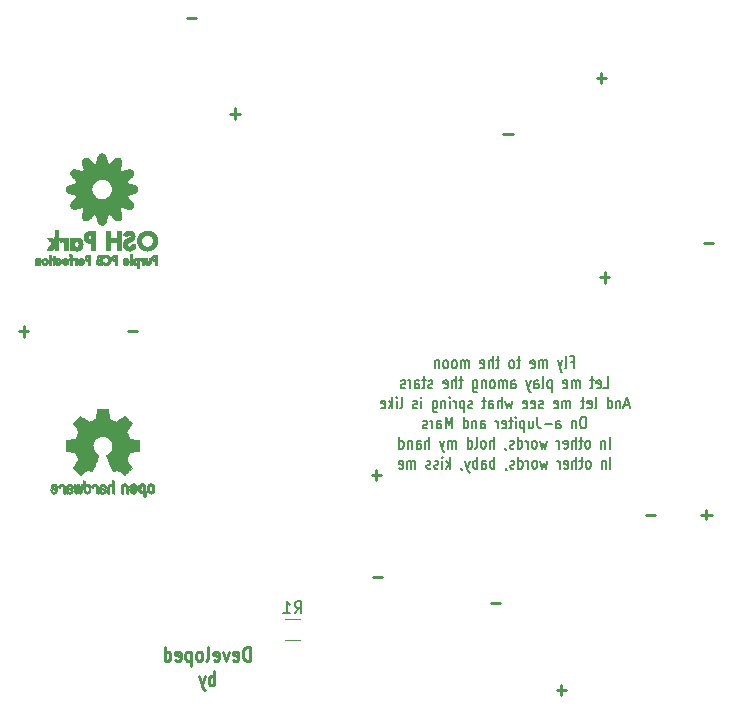
<source format=gbr>
G04 #@! TF.GenerationSoftware,KiCad,Pcbnew,5.1.4-e60b266~84~ubuntu18.04.1*
G04 #@! TF.CreationDate,2019-10-20T18:55:26-06:00*
G04 #@! TF.ProjectId,001,3030312e-6b69-4636-9164-5f7063625858,rev?*
G04 #@! TF.SameCoordinates,Original*
G04 #@! TF.FileFunction,Legend,Bot*
G04 #@! TF.FilePolarity,Positive*
%FSLAX46Y46*%
G04 Gerber Fmt 4.6, Leading zero omitted, Abs format (unit mm)*
G04 Created by KiCad (PCBNEW 5.1.4-e60b266~84~ubuntu18.04.1) date 2019-10-20 18:55:26*
%MOMM*%
%LPD*%
G04 APERTURE LIST*
%ADD10C,0.200000*%
%ADD11C,0.254000*%
%ADD12C,0.010000*%
%ADD13C,0.120000*%
%ADD14C,0.150000*%
G04 APERTURE END LIST*
D10*
X169010895Y-105000171D02*
X169277561Y-105000171D01*
X169277561Y-105523980D02*
X169277561Y-104523980D01*
X168896609Y-104523980D01*
X168477561Y-105523980D02*
X168553752Y-105476361D01*
X168591847Y-105381123D01*
X168591847Y-104523980D01*
X168248990Y-104857314D02*
X168058514Y-105523980D01*
X167868038Y-104857314D02*
X168058514Y-105523980D01*
X168134704Y-105762076D01*
X168172800Y-105809695D01*
X168248990Y-105857314D01*
X166953752Y-105523980D02*
X166953752Y-104857314D01*
X166953752Y-104952552D02*
X166915657Y-104904933D01*
X166839466Y-104857314D01*
X166725180Y-104857314D01*
X166648990Y-104904933D01*
X166610895Y-105000171D01*
X166610895Y-105523980D01*
X166610895Y-105000171D02*
X166572800Y-104904933D01*
X166496609Y-104857314D01*
X166382323Y-104857314D01*
X166306133Y-104904933D01*
X166268038Y-105000171D01*
X166268038Y-105523980D01*
X165582323Y-105476361D02*
X165658514Y-105523980D01*
X165810895Y-105523980D01*
X165887085Y-105476361D01*
X165925180Y-105381123D01*
X165925180Y-105000171D01*
X165887085Y-104904933D01*
X165810895Y-104857314D01*
X165658514Y-104857314D01*
X165582323Y-104904933D01*
X165544228Y-105000171D01*
X165544228Y-105095409D01*
X165925180Y-105190647D01*
X164706133Y-104857314D02*
X164401371Y-104857314D01*
X164591847Y-104523980D02*
X164591847Y-105381123D01*
X164553752Y-105476361D01*
X164477561Y-105523980D01*
X164401371Y-105523980D01*
X164020419Y-105523980D02*
X164096609Y-105476361D01*
X164134704Y-105428742D01*
X164172800Y-105333504D01*
X164172800Y-105047790D01*
X164134704Y-104952552D01*
X164096609Y-104904933D01*
X164020419Y-104857314D01*
X163906133Y-104857314D01*
X163829942Y-104904933D01*
X163791847Y-104952552D01*
X163753752Y-105047790D01*
X163753752Y-105333504D01*
X163791847Y-105428742D01*
X163829942Y-105476361D01*
X163906133Y-105523980D01*
X164020419Y-105523980D01*
X162915657Y-104857314D02*
X162610895Y-104857314D01*
X162801371Y-104523980D02*
X162801371Y-105381123D01*
X162763276Y-105476361D01*
X162687085Y-105523980D01*
X162610895Y-105523980D01*
X162344228Y-105523980D02*
X162344228Y-104523980D01*
X162001371Y-105523980D02*
X162001371Y-105000171D01*
X162039466Y-104904933D01*
X162115657Y-104857314D01*
X162229942Y-104857314D01*
X162306133Y-104904933D01*
X162344228Y-104952552D01*
X161315657Y-105476361D02*
X161391847Y-105523980D01*
X161544228Y-105523980D01*
X161620419Y-105476361D01*
X161658514Y-105381123D01*
X161658514Y-105000171D01*
X161620419Y-104904933D01*
X161544228Y-104857314D01*
X161391847Y-104857314D01*
X161315657Y-104904933D01*
X161277561Y-105000171D01*
X161277561Y-105095409D01*
X161658514Y-105190647D01*
X160325180Y-105523980D02*
X160325180Y-104857314D01*
X160325180Y-104952552D02*
X160287085Y-104904933D01*
X160210895Y-104857314D01*
X160096609Y-104857314D01*
X160020419Y-104904933D01*
X159982323Y-105000171D01*
X159982323Y-105523980D01*
X159982323Y-105000171D02*
X159944228Y-104904933D01*
X159868038Y-104857314D01*
X159753752Y-104857314D01*
X159677561Y-104904933D01*
X159639466Y-105000171D01*
X159639466Y-105523980D01*
X159144228Y-105523980D02*
X159220419Y-105476361D01*
X159258514Y-105428742D01*
X159296609Y-105333504D01*
X159296609Y-105047790D01*
X159258514Y-104952552D01*
X159220419Y-104904933D01*
X159144228Y-104857314D01*
X159029942Y-104857314D01*
X158953752Y-104904933D01*
X158915657Y-104952552D01*
X158877561Y-105047790D01*
X158877561Y-105333504D01*
X158915657Y-105428742D01*
X158953752Y-105476361D01*
X159029942Y-105523980D01*
X159144228Y-105523980D01*
X158420419Y-105523980D02*
X158496609Y-105476361D01*
X158534704Y-105428742D01*
X158572800Y-105333504D01*
X158572800Y-105047790D01*
X158534704Y-104952552D01*
X158496609Y-104904933D01*
X158420419Y-104857314D01*
X158306133Y-104857314D01*
X158229942Y-104904933D01*
X158191847Y-104952552D01*
X158153752Y-105047790D01*
X158153752Y-105333504D01*
X158191847Y-105428742D01*
X158229942Y-105476361D01*
X158306133Y-105523980D01*
X158420419Y-105523980D01*
X157810895Y-104857314D02*
X157810895Y-105523980D01*
X157810895Y-104952552D02*
X157772800Y-104904933D01*
X157696609Y-104857314D01*
X157582323Y-104857314D01*
X157506133Y-104904933D01*
X157468038Y-105000171D01*
X157468038Y-105523980D01*
X171734704Y-107223980D02*
X172115657Y-107223980D01*
X172115657Y-106223980D01*
X171163276Y-107176361D02*
X171239466Y-107223980D01*
X171391847Y-107223980D01*
X171468038Y-107176361D01*
X171506133Y-107081123D01*
X171506133Y-106700171D01*
X171468038Y-106604933D01*
X171391847Y-106557314D01*
X171239466Y-106557314D01*
X171163276Y-106604933D01*
X171125180Y-106700171D01*
X171125180Y-106795409D01*
X171506133Y-106890647D01*
X170896609Y-106557314D02*
X170591847Y-106557314D01*
X170782323Y-106223980D02*
X170782323Y-107081123D01*
X170744228Y-107176361D01*
X170668038Y-107223980D01*
X170591847Y-107223980D01*
X169715657Y-107223980D02*
X169715657Y-106557314D01*
X169715657Y-106652552D02*
X169677561Y-106604933D01*
X169601371Y-106557314D01*
X169487085Y-106557314D01*
X169410895Y-106604933D01*
X169372800Y-106700171D01*
X169372800Y-107223980D01*
X169372800Y-106700171D02*
X169334704Y-106604933D01*
X169258514Y-106557314D01*
X169144228Y-106557314D01*
X169068038Y-106604933D01*
X169029942Y-106700171D01*
X169029942Y-107223980D01*
X168344228Y-107176361D02*
X168420419Y-107223980D01*
X168572800Y-107223980D01*
X168648990Y-107176361D01*
X168687085Y-107081123D01*
X168687085Y-106700171D01*
X168648990Y-106604933D01*
X168572800Y-106557314D01*
X168420419Y-106557314D01*
X168344228Y-106604933D01*
X168306133Y-106700171D01*
X168306133Y-106795409D01*
X168687085Y-106890647D01*
X167353752Y-106557314D02*
X167353752Y-107557314D01*
X167353752Y-106604933D02*
X167277561Y-106557314D01*
X167125180Y-106557314D01*
X167048990Y-106604933D01*
X167010895Y-106652552D01*
X166972800Y-106747790D01*
X166972800Y-107033504D01*
X167010895Y-107128742D01*
X167048990Y-107176361D01*
X167125180Y-107223980D01*
X167277561Y-107223980D01*
X167353752Y-107176361D01*
X166515657Y-107223980D02*
X166591847Y-107176361D01*
X166629942Y-107081123D01*
X166629942Y-106223980D01*
X165868038Y-107223980D02*
X165868038Y-106700171D01*
X165906133Y-106604933D01*
X165982323Y-106557314D01*
X166134704Y-106557314D01*
X166210895Y-106604933D01*
X165868038Y-107176361D02*
X165944228Y-107223980D01*
X166134704Y-107223980D01*
X166210895Y-107176361D01*
X166248990Y-107081123D01*
X166248990Y-106985885D01*
X166210895Y-106890647D01*
X166134704Y-106843028D01*
X165944228Y-106843028D01*
X165868038Y-106795409D01*
X165563276Y-106557314D02*
X165372800Y-107223980D01*
X165182323Y-106557314D02*
X165372800Y-107223980D01*
X165448990Y-107462076D01*
X165487085Y-107509695D01*
X165563276Y-107557314D01*
X163925180Y-107223980D02*
X163925180Y-106700171D01*
X163963276Y-106604933D01*
X164039466Y-106557314D01*
X164191847Y-106557314D01*
X164268038Y-106604933D01*
X163925180Y-107176361D02*
X164001371Y-107223980D01*
X164191847Y-107223980D01*
X164268038Y-107176361D01*
X164306133Y-107081123D01*
X164306133Y-106985885D01*
X164268038Y-106890647D01*
X164191847Y-106843028D01*
X164001371Y-106843028D01*
X163925180Y-106795409D01*
X163544228Y-107223980D02*
X163544228Y-106557314D01*
X163544228Y-106652552D02*
X163506133Y-106604933D01*
X163429942Y-106557314D01*
X163315657Y-106557314D01*
X163239466Y-106604933D01*
X163201371Y-106700171D01*
X163201371Y-107223980D01*
X163201371Y-106700171D02*
X163163276Y-106604933D01*
X163087085Y-106557314D01*
X162972800Y-106557314D01*
X162896609Y-106604933D01*
X162858514Y-106700171D01*
X162858514Y-107223980D01*
X162363276Y-107223980D02*
X162439466Y-107176361D01*
X162477561Y-107128742D01*
X162515657Y-107033504D01*
X162515657Y-106747790D01*
X162477561Y-106652552D01*
X162439466Y-106604933D01*
X162363276Y-106557314D01*
X162248990Y-106557314D01*
X162172800Y-106604933D01*
X162134704Y-106652552D01*
X162096609Y-106747790D01*
X162096609Y-107033504D01*
X162134704Y-107128742D01*
X162172800Y-107176361D01*
X162248990Y-107223980D01*
X162363276Y-107223980D01*
X161753752Y-106557314D02*
X161753752Y-107223980D01*
X161753752Y-106652552D02*
X161715657Y-106604933D01*
X161639466Y-106557314D01*
X161525180Y-106557314D01*
X161448990Y-106604933D01*
X161410895Y-106700171D01*
X161410895Y-107223980D01*
X160687085Y-106557314D02*
X160687085Y-107366838D01*
X160725180Y-107462076D01*
X160763276Y-107509695D01*
X160839466Y-107557314D01*
X160953752Y-107557314D01*
X161029942Y-107509695D01*
X160687085Y-107176361D02*
X160763276Y-107223980D01*
X160915657Y-107223980D01*
X160991847Y-107176361D01*
X161029942Y-107128742D01*
X161068038Y-107033504D01*
X161068038Y-106747790D01*
X161029942Y-106652552D01*
X160991847Y-106604933D01*
X160915657Y-106557314D01*
X160763276Y-106557314D01*
X160687085Y-106604933D01*
X159810895Y-106557314D02*
X159506133Y-106557314D01*
X159696609Y-106223980D02*
X159696609Y-107081123D01*
X159658514Y-107176361D01*
X159582323Y-107223980D01*
X159506133Y-107223980D01*
X159239466Y-107223980D02*
X159239466Y-106223980D01*
X158896609Y-107223980D02*
X158896609Y-106700171D01*
X158934704Y-106604933D01*
X159010895Y-106557314D01*
X159125180Y-106557314D01*
X159201371Y-106604933D01*
X159239466Y-106652552D01*
X158210895Y-107176361D02*
X158287085Y-107223980D01*
X158439466Y-107223980D01*
X158515657Y-107176361D01*
X158553752Y-107081123D01*
X158553752Y-106700171D01*
X158515657Y-106604933D01*
X158439466Y-106557314D01*
X158287085Y-106557314D01*
X158210895Y-106604933D01*
X158172800Y-106700171D01*
X158172800Y-106795409D01*
X158553752Y-106890647D01*
X157258514Y-107176361D02*
X157182323Y-107223980D01*
X157029942Y-107223980D01*
X156953752Y-107176361D01*
X156915657Y-107081123D01*
X156915657Y-107033504D01*
X156953752Y-106938266D01*
X157029942Y-106890647D01*
X157144228Y-106890647D01*
X157220419Y-106843028D01*
X157258514Y-106747790D01*
X157258514Y-106700171D01*
X157220419Y-106604933D01*
X157144228Y-106557314D01*
X157029942Y-106557314D01*
X156953752Y-106604933D01*
X156687085Y-106557314D02*
X156382323Y-106557314D01*
X156572800Y-106223980D02*
X156572800Y-107081123D01*
X156534704Y-107176361D01*
X156458514Y-107223980D01*
X156382323Y-107223980D01*
X155772800Y-107223980D02*
X155772800Y-106700171D01*
X155810895Y-106604933D01*
X155887085Y-106557314D01*
X156039466Y-106557314D01*
X156115657Y-106604933D01*
X155772800Y-107176361D02*
X155848990Y-107223980D01*
X156039466Y-107223980D01*
X156115657Y-107176361D01*
X156153752Y-107081123D01*
X156153752Y-106985885D01*
X156115657Y-106890647D01*
X156039466Y-106843028D01*
X155848990Y-106843028D01*
X155772800Y-106795409D01*
X155391847Y-107223980D02*
X155391847Y-106557314D01*
X155391847Y-106747790D02*
X155353752Y-106652552D01*
X155315657Y-106604933D01*
X155239466Y-106557314D01*
X155163276Y-106557314D01*
X154934704Y-107176361D02*
X154858514Y-107223980D01*
X154706133Y-107223980D01*
X154629942Y-107176361D01*
X154591847Y-107081123D01*
X154591847Y-107033504D01*
X154629942Y-106938266D01*
X154706133Y-106890647D01*
X154820419Y-106890647D01*
X154896609Y-106843028D01*
X154934704Y-106747790D01*
X154934704Y-106700171D01*
X154896609Y-106604933D01*
X154820419Y-106557314D01*
X154706133Y-106557314D01*
X154629942Y-106604933D01*
X173887085Y-108638266D02*
X173506133Y-108638266D01*
X173963276Y-108923980D02*
X173696609Y-107923980D01*
X173429942Y-108923980D01*
X173163276Y-108257314D02*
X173163276Y-108923980D01*
X173163276Y-108352552D02*
X173125180Y-108304933D01*
X173048990Y-108257314D01*
X172934704Y-108257314D01*
X172858514Y-108304933D01*
X172820419Y-108400171D01*
X172820419Y-108923980D01*
X172096609Y-108923980D02*
X172096609Y-107923980D01*
X172096609Y-108876361D02*
X172172800Y-108923980D01*
X172325180Y-108923980D01*
X172401371Y-108876361D01*
X172439466Y-108828742D01*
X172477561Y-108733504D01*
X172477561Y-108447790D01*
X172439466Y-108352552D01*
X172401371Y-108304933D01*
X172325180Y-108257314D01*
X172172800Y-108257314D01*
X172096609Y-108304933D01*
X170991847Y-108923980D02*
X171068038Y-108876361D01*
X171106133Y-108781123D01*
X171106133Y-107923980D01*
X170382323Y-108876361D02*
X170458514Y-108923980D01*
X170610895Y-108923980D01*
X170687085Y-108876361D01*
X170725180Y-108781123D01*
X170725180Y-108400171D01*
X170687085Y-108304933D01*
X170610895Y-108257314D01*
X170458514Y-108257314D01*
X170382323Y-108304933D01*
X170344228Y-108400171D01*
X170344228Y-108495409D01*
X170725180Y-108590647D01*
X170115657Y-108257314D02*
X169810895Y-108257314D01*
X170001371Y-107923980D02*
X170001371Y-108781123D01*
X169963276Y-108876361D01*
X169887085Y-108923980D01*
X169810895Y-108923980D01*
X168934704Y-108923980D02*
X168934704Y-108257314D01*
X168934704Y-108352552D02*
X168896609Y-108304933D01*
X168820419Y-108257314D01*
X168706133Y-108257314D01*
X168629942Y-108304933D01*
X168591847Y-108400171D01*
X168591847Y-108923980D01*
X168591847Y-108400171D02*
X168553752Y-108304933D01*
X168477561Y-108257314D01*
X168363276Y-108257314D01*
X168287085Y-108304933D01*
X168248990Y-108400171D01*
X168248990Y-108923980D01*
X167563276Y-108876361D02*
X167639466Y-108923980D01*
X167791847Y-108923980D01*
X167868038Y-108876361D01*
X167906133Y-108781123D01*
X167906133Y-108400171D01*
X167868038Y-108304933D01*
X167791847Y-108257314D01*
X167639466Y-108257314D01*
X167563276Y-108304933D01*
X167525180Y-108400171D01*
X167525180Y-108495409D01*
X167906133Y-108590647D01*
X166610895Y-108876361D02*
X166534704Y-108923980D01*
X166382323Y-108923980D01*
X166306133Y-108876361D01*
X166268038Y-108781123D01*
X166268038Y-108733504D01*
X166306133Y-108638266D01*
X166382323Y-108590647D01*
X166496609Y-108590647D01*
X166572800Y-108543028D01*
X166610895Y-108447790D01*
X166610895Y-108400171D01*
X166572800Y-108304933D01*
X166496609Y-108257314D01*
X166382323Y-108257314D01*
X166306133Y-108304933D01*
X165620419Y-108876361D02*
X165696609Y-108923980D01*
X165848990Y-108923980D01*
X165925180Y-108876361D01*
X165963276Y-108781123D01*
X165963276Y-108400171D01*
X165925180Y-108304933D01*
X165848990Y-108257314D01*
X165696609Y-108257314D01*
X165620419Y-108304933D01*
X165582323Y-108400171D01*
X165582323Y-108495409D01*
X165963276Y-108590647D01*
X164934704Y-108876361D02*
X165010895Y-108923980D01*
X165163276Y-108923980D01*
X165239466Y-108876361D01*
X165277561Y-108781123D01*
X165277561Y-108400171D01*
X165239466Y-108304933D01*
X165163276Y-108257314D01*
X165010895Y-108257314D01*
X164934704Y-108304933D01*
X164896609Y-108400171D01*
X164896609Y-108495409D01*
X165277561Y-108590647D01*
X164020419Y-108257314D02*
X163868038Y-108923980D01*
X163715657Y-108447790D01*
X163563276Y-108923980D01*
X163410895Y-108257314D01*
X163106133Y-108923980D02*
X163106133Y-107923980D01*
X162763276Y-108923980D02*
X162763276Y-108400171D01*
X162801371Y-108304933D01*
X162877561Y-108257314D01*
X162991847Y-108257314D01*
X163068038Y-108304933D01*
X163106133Y-108352552D01*
X162039466Y-108923980D02*
X162039466Y-108400171D01*
X162077561Y-108304933D01*
X162153752Y-108257314D01*
X162306133Y-108257314D01*
X162382323Y-108304933D01*
X162039466Y-108876361D02*
X162115657Y-108923980D01*
X162306133Y-108923980D01*
X162382323Y-108876361D01*
X162420419Y-108781123D01*
X162420419Y-108685885D01*
X162382323Y-108590647D01*
X162306133Y-108543028D01*
X162115657Y-108543028D01*
X162039466Y-108495409D01*
X161772800Y-108257314D02*
X161468038Y-108257314D01*
X161658514Y-107923980D02*
X161658514Y-108781123D01*
X161620419Y-108876361D01*
X161544228Y-108923980D01*
X161468038Y-108923980D01*
X160629942Y-108876361D02*
X160553752Y-108923980D01*
X160401371Y-108923980D01*
X160325180Y-108876361D01*
X160287085Y-108781123D01*
X160287085Y-108733504D01*
X160325180Y-108638266D01*
X160401371Y-108590647D01*
X160515657Y-108590647D01*
X160591847Y-108543028D01*
X160629942Y-108447790D01*
X160629942Y-108400171D01*
X160591847Y-108304933D01*
X160515657Y-108257314D01*
X160401371Y-108257314D01*
X160325180Y-108304933D01*
X159944228Y-108257314D02*
X159944228Y-109257314D01*
X159944228Y-108304933D02*
X159868038Y-108257314D01*
X159715657Y-108257314D01*
X159639466Y-108304933D01*
X159601371Y-108352552D01*
X159563276Y-108447790D01*
X159563276Y-108733504D01*
X159601371Y-108828742D01*
X159639466Y-108876361D01*
X159715657Y-108923980D01*
X159868038Y-108923980D01*
X159944228Y-108876361D01*
X159220419Y-108923980D02*
X159220419Y-108257314D01*
X159220419Y-108447790D02*
X159182323Y-108352552D01*
X159144228Y-108304933D01*
X159068038Y-108257314D01*
X158991847Y-108257314D01*
X158725180Y-108923980D02*
X158725180Y-108257314D01*
X158725180Y-107923980D02*
X158763276Y-107971600D01*
X158725180Y-108019219D01*
X158687085Y-107971600D01*
X158725180Y-107923980D01*
X158725180Y-108019219D01*
X158344228Y-108257314D02*
X158344228Y-108923980D01*
X158344228Y-108352552D02*
X158306133Y-108304933D01*
X158229942Y-108257314D01*
X158115657Y-108257314D01*
X158039466Y-108304933D01*
X158001371Y-108400171D01*
X158001371Y-108923980D01*
X157277561Y-108257314D02*
X157277561Y-109066838D01*
X157315657Y-109162076D01*
X157353752Y-109209695D01*
X157429942Y-109257314D01*
X157544228Y-109257314D01*
X157620419Y-109209695D01*
X157277561Y-108876361D02*
X157353752Y-108923980D01*
X157506133Y-108923980D01*
X157582323Y-108876361D01*
X157620419Y-108828742D01*
X157658514Y-108733504D01*
X157658514Y-108447790D01*
X157620419Y-108352552D01*
X157582323Y-108304933D01*
X157506133Y-108257314D01*
X157353752Y-108257314D01*
X157277561Y-108304933D01*
X156287085Y-108923980D02*
X156287085Y-108257314D01*
X156287085Y-107923980D02*
X156325180Y-107971600D01*
X156287085Y-108019219D01*
X156248990Y-107971600D01*
X156287085Y-107923980D01*
X156287085Y-108019219D01*
X155944228Y-108876361D02*
X155868038Y-108923980D01*
X155715657Y-108923980D01*
X155639466Y-108876361D01*
X155601371Y-108781123D01*
X155601371Y-108733504D01*
X155639466Y-108638266D01*
X155715657Y-108590647D01*
X155829942Y-108590647D01*
X155906133Y-108543028D01*
X155944228Y-108447790D01*
X155944228Y-108400171D01*
X155906133Y-108304933D01*
X155829942Y-108257314D01*
X155715657Y-108257314D01*
X155639466Y-108304933D01*
X154534704Y-108923980D02*
X154610895Y-108876361D01*
X154648990Y-108781123D01*
X154648990Y-107923980D01*
X154229942Y-108923980D02*
X154229942Y-108257314D01*
X154229942Y-107923980D02*
X154268038Y-107971600D01*
X154229942Y-108019219D01*
X154191847Y-107971600D01*
X154229942Y-107923980D01*
X154229942Y-108019219D01*
X153848990Y-108923980D02*
X153848990Y-107923980D01*
X153772800Y-108543028D02*
X153544228Y-108923980D01*
X153544228Y-108257314D02*
X153848990Y-108638266D01*
X152896609Y-108876361D02*
X152972800Y-108923980D01*
X153125180Y-108923980D01*
X153201371Y-108876361D01*
X153239466Y-108781123D01*
X153239466Y-108400171D01*
X153201371Y-108304933D01*
X153125180Y-108257314D01*
X152972800Y-108257314D01*
X152896609Y-108304933D01*
X152858514Y-108400171D01*
X152858514Y-108495409D01*
X153239466Y-108590647D01*
X170096609Y-109623980D02*
X169944228Y-109623980D01*
X169868038Y-109671600D01*
X169791847Y-109766838D01*
X169753752Y-109957314D01*
X169753752Y-110290647D01*
X169791847Y-110481123D01*
X169868038Y-110576361D01*
X169944228Y-110623980D01*
X170096609Y-110623980D01*
X170172800Y-110576361D01*
X170248990Y-110481123D01*
X170287085Y-110290647D01*
X170287085Y-109957314D01*
X170248990Y-109766838D01*
X170172800Y-109671600D01*
X170096609Y-109623980D01*
X169410895Y-109957314D02*
X169410895Y-110623980D01*
X169410895Y-110052552D02*
X169372800Y-110004933D01*
X169296609Y-109957314D01*
X169182323Y-109957314D01*
X169106133Y-110004933D01*
X169068038Y-110100171D01*
X169068038Y-110623980D01*
X167734704Y-110623980D02*
X167734704Y-110100171D01*
X167772800Y-110004933D01*
X167848990Y-109957314D01*
X168001371Y-109957314D01*
X168077561Y-110004933D01*
X167734704Y-110576361D02*
X167810895Y-110623980D01*
X168001371Y-110623980D01*
X168077561Y-110576361D01*
X168115657Y-110481123D01*
X168115657Y-110385885D01*
X168077561Y-110290647D01*
X168001371Y-110243028D01*
X167810895Y-110243028D01*
X167734704Y-110195409D01*
X167353752Y-110243028D02*
X166744228Y-110243028D01*
X166134704Y-109623980D02*
X166134704Y-110338266D01*
X166172800Y-110481123D01*
X166248990Y-110576361D01*
X166363276Y-110623980D01*
X166439466Y-110623980D01*
X165410895Y-109957314D02*
X165410895Y-110623980D01*
X165753752Y-109957314D02*
X165753752Y-110481123D01*
X165715657Y-110576361D01*
X165639466Y-110623980D01*
X165525180Y-110623980D01*
X165448990Y-110576361D01*
X165410895Y-110528742D01*
X165029942Y-109957314D02*
X165029942Y-110957314D01*
X165029942Y-110004933D02*
X164953752Y-109957314D01*
X164801371Y-109957314D01*
X164725180Y-110004933D01*
X164687085Y-110052552D01*
X164648990Y-110147790D01*
X164648990Y-110433504D01*
X164687085Y-110528742D01*
X164725180Y-110576361D01*
X164801371Y-110623980D01*
X164953752Y-110623980D01*
X165029942Y-110576361D01*
X164306133Y-110623980D02*
X164306133Y-109957314D01*
X164306133Y-109623980D02*
X164344228Y-109671600D01*
X164306133Y-109719219D01*
X164268038Y-109671600D01*
X164306133Y-109623980D01*
X164306133Y-109719219D01*
X164039466Y-109957314D02*
X163734704Y-109957314D01*
X163925180Y-109623980D02*
X163925180Y-110481123D01*
X163887085Y-110576361D01*
X163810895Y-110623980D01*
X163734704Y-110623980D01*
X163163276Y-110576361D02*
X163239466Y-110623980D01*
X163391847Y-110623980D01*
X163468038Y-110576361D01*
X163506133Y-110481123D01*
X163506133Y-110100171D01*
X163468038Y-110004933D01*
X163391847Y-109957314D01*
X163239466Y-109957314D01*
X163163276Y-110004933D01*
X163125180Y-110100171D01*
X163125180Y-110195409D01*
X163506133Y-110290647D01*
X162782323Y-110623980D02*
X162782323Y-109957314D01*
X162782323Y-110147790D02*
X162744228Y-110052552D01*
X162706133Y-110004933D01*
X162629942Y-109957314D01*
X162553752Y-109957314D01*
X161334704Y-110623980D02*
X161334704Y-110100171D01*
X161372800Y-110004933D01*
X161448990Y-109957314D01*
X161601371Y-109957314D01*
X161677561Y-110004933D01*
X161334704Y-110576361D02*
X161410895Y-110623980D01*
X161601371Y-110623980D01*
X161677561Y-110576361D01*
X161715657Y-110481123D01*
X161715657Y-110385885D01*
X161677561Y-110290647D01*
X161601371Y-110243028D01*
X161410895Y-110243028D01*
X161334704Y-110195409D01*
X160953752Y-109957314D02*
X160953752Y-110623980D01*
X160953752Y-110052552D02*
X160915657Y-110004933D01*
X160839466Y-109957314D01*
X160725180Y-109957314D01*
X160648990Y-110004933D01*
X160610895Y-110100171D01*
X160610895Y-110623980D01*
X159887085Y-110623980D02*
X159887085Y-109623980D01*
X159887085Y-110576361D02*
X159963276Y-110623980D01*
X160115657Y-110623980D01*
X160191847Y-110576361D01*
X160229942Y-110528742D01*
X160268038Y-110433504D01*
X160268038Y-110147790D01*
X160229942Y-110052552D01*
X160191847Y-110004933D01*
X160115657Y-109957314D01*
X159963276Y-109957314D01*
X159887085Y-110004933D01*
X158896609Y-110623980D02*
X158896609Y-109623980D01*
X158629942Y-110338266D01*
X158363276Y-109623980D01*
X158363276Y-110623980D01*
X157639466Y-110623980D02*
X157639466Y-110100171D01*
X157677561Y-110004933D01*
X157753752Y-109957314D01*
X157906133Y-109957314D01*
X157982323Y-110004933D01*
X157639466Y-110576361D02*
X157715657Y-110623980D01*
X157906133Y-110623980D01*
X157982323Y-110576361D01*
X158020419Y-110481123D01*
X158020419Y-110385885D01*
X157982323Y-110290647D01*
X157906133Y-110243028D01*
X157715657Y-110243028D01*
X157639466Y-110195409D01*
X157258514Y-110623980D02*
X157258514Y-109957314D01*
X157258514Y-110147790D02*
X157220419Y-110052552D01*
X157182323Y-110004933D01*
X157106133Y-109957314D01*
X157029942Y-109957314D01*
X156801371Y-110576361D02*
X156725180Y-110623980D01*
X156572800Y-110623980D01*
X156496609Y-110576361D01*
X156458514Y-110481123D01*
X156458514Y-110433504D01*
X156496609Y-110338266D01*
X156572800Y-110290647D01*
X156687085Y-110290647D01*
X156763276Y-110243028D01*
X156801371Y-110147790D01*
X156801371Y-110100171D01*
X156763276Y-110004933D01*
X156687085Y-109957314D01*
X156572800Y-109957314D01*
X156496609Y-110004933D01*
X172287085Y-112323980D02*
X172287085Y-111323980D01*
X171906133Y-111657314D02*
X171906133Y-112323980D01*
X171906133Y-111752552D02*
X171868038Y-111704933D01*
X171791847Y-111657314D01*
X171677561Y-111657314D01*
X171601371Y-111704933D01*
X171563276Y-111800171D01*
X171563276Y-112323980D01*
X170458514Y-112323980D02*
X170534704Y-112276361D01*
X170572800Y-112228742D01*
X170610895Y-112133504D01*
X170610895Y-111847790D01*
X170572800Y-111752552D01*
X170534704Y-111704933D01*
X170458514Y-111657314D01*
X170344228Y-111657314D01*
X170268038Y-111704933D01*
X170229942Y-111752552D01*
X170191847Y-111847790D01*
X170191847Y-112133504D01*
X170229942Y-112228742D01*
X170268038Y-112276361D01*
X170344228Y-112323980D01*
X170458514Y-112323980D01*
X169963276Y-111657314D02*
X169658514Y-111657314D01*
X169848990Y-111323980D02*
X169848990Y-112181123D01*
X169810895Y-112276361D01*
X169734704Y-112323980D01*
X169658514Y-112323980D01*
X169391847Y-112323980D02*
X169391847Y-111323980D01*
X169048990Y-112323980D02*
X169048990Y-111800171D01*
X169087085Y-111704933D01*
X169163276Y-111657314D01*
X169277561Y-111657314D01*
X169353752Y-111704933D01*
X169391847Y-111752552D01*
X168363276Y-112276361D02*
X168439466Y-112323980D01*
X168591847Y-112323980D01*
X168668038Y-112276361D01*
X168706133Y-112181123D01*
X168706133Y-111800171D01*
X168668038Y-111704933D01*
X168591847Y-111657314D01*
X168439466Y-111657314D01*
X168363276Y-111704933D01*
X168325180Y-111800171D01*
X168325180Y-111895409D01*
X168706133Y-111990647D01*
X167982323Y-112323980D02*
X167982323Y-111657314D01*
X167982323Y-111847790D02*
X167944228Y-111752552D01*
X167906133Y-111704933D01*
X167829942Y-111657314D01*
X167753752Y-111657314D01*
X166953752Y-111657314D02*
X166801371Y-112323980D01*
X166648990Y-111847790D01*
X166496609Y-112323980D01*
X166344228Y-111657314D01*
X165925180Y-112323980D02*
X166001371Y-112276361D01*
X166039466Y-112228742D01*
X166077561Y-112133504D01*
X166077561Y-111847790D01*
X166039466Y-111752552D01*
X166001371Y-111704933D01*
X165925180Y-111657314D01*
X165810895Y-111657314D01*
X165734704Y-111704933D01*
X165696609Y-111752552D01*
X165658514Y-111847790D01*
X165658514Y-112133504D01*
X165696609Y-112228742D01*
X165734704Y-112276361D01*
X165810895Y-112323980D01*
X165925180Y-112323980D01*
X165315657Y-112323980D02*
X165315657Y-111657314D01*
X165315657Y-111847790D02*
X165277561Y-111752552D01*
X165239466Y-111704933D01*
X165163276Y-111657314D01*
X165087085Y-111657314D01*
X164477561Y-112323980D02*
X164477561Y-111323980D01*
X164477561Y-112276361D02*
X164553752Y-112323980D01*
X164706133Y-112323980D01*
X164782323Y-112276361D01*
X164820419Y-112228742D01*
X164858514Y-112133504D01*
X164858514Y-111847790D01*
X164820419Y-111752552D01*
X164782323Y-111704933D01*
X164706133Y-111657314D01*
X164553752Y-111657314D01*
X164477561Y-111704933D01*
X164134704Y-112276361D02*
X164058514Y-112323980D01*
X163906133Y-112323980D01*
X163829942Y-112276361D01*
X163791847Y-112181123D01*
X163791847Y-112133504D01*
X163829942Y-112038266D01*
X163906133Y-111990647D01*
X164020419Y-111990647D01*
X164096609Y-111943028D01*
X164134704Y-111847790D01*
X164134704Y-111800171D01*
X164096609Y-111704933D01*
X164020419Y-111657314D01*
X163906133Y-111657314D01*
X163829942Y-111704933D01*
X163410895Y-112276361D02*
X163410895Y-112323980D01*
X163448990Y-112419219D01*
X163487085Y-112466838D01*
X162458514Y-112323980D02*
X162458514Y-111323980D01*
X162115657Y-112323980D02*
X162115657Y-111800171D01*
X162153752Y-111704933D01*
X162229942Y-111657314D01*
X162344228Y-111657314D01*
X162420419Y-111704933D01*
X162458514Y-111752552D01*
X161620419Y-112323980D02*
X161696609Y-112276361D01*
X161734704Y-112228742D01*
X161772800Y-112133504D01*
X161772800Y-111847790D01*
X161734704Y-111752552D01*
X161696609Y-111704933D01*
X161620419Y-111657314D01*
X161506133Y-111657314D01*
X161429942Y-111704933D01*
X161391847Y-111752552D01*
X161353752Y-111847790D01*
X161353752Y-112133504D01*
X161391847Y-112228742D01*
X161429942Y-112276361D01*
X161506133Y-112323980D01*
X161620419Y-112323980D01*
X160896609Y-112323980D02*
X160972800Y-112276361D01*
X161010895Y-112181123D01*
X161010895Y-111323980D01*
X160248990Y-112323980D02*
X160248990Y-111323980D01*
X160248990Y-112276361D02*
X160325180Y-112323980D01*
X160477561Y-112323980D01*
X160553752Y-112276361D01*
X160591847Y-112228742D01*
X160629942Y-112133504D01*
X160629942Y-111847790D01*
X160591847Y-111752552D01*
X160553752Y-111704933D01*
X160477561Y-111657314D01*
X160325180Y-111657314D01*
X160248990Y-111704933D01*
X159258514Y-112323980D02*
X159258514Y-111657314D01*
X159258514Y-111752552D02*
X159220419Y-111704933D01*
X159144228Y-111657314D01*
X159029942Y-111657314D01*
X158953752Y-111704933D01*
X158915657Y-111800171D01*
X158915657Y-112323980D01*
X158915657Y-111800171D02*
X158877561Y-111704933D01*
X158801371Y-111657314D01*
X158687085Y-111657314D01*
X158610895Y-111704933D01*
X158572800Y-111800171D01*
X158572800Y-112323980D01*
X158268038Y-111657314D02*
X158077561Y-112323980D01*
X157887085Y-111657314D02*
X158077561Y-112323980D01*
X158153752Y-112562076D01*
X158191847Y-112609695D01*
X158268038Y-112657314D01*
X156972800Y-112323980D02*
X156972800Y-111323980D01*
X156629942Y-112323980D02*
X156629942Y-111800171D01*
X156668038Y-111704933D01*
X156744228Y-111657314D01*
X156858514Y-111657314D01*
X156934704Y-111704933D01*
X156972800Y-111752552D01*
X155906133Y-112323980D02*
X155906133Y-111800171D01*
X155944228Y-111704933D01*
X156020419Y-111657314D01*
X156172800Y-111657314D01*
X156248990Y-111704933D01*
X155906133Y-112276361D02*
X155982323Y-112323980D01*
X156172800Y-112323980D01*
X156248990Y-112276361D01*
X156287085Y-112181123D01*
X156287085Y-112085885D01*
X156248990Y-111990647D01*
X156172800Y-111943028D01*
X155982323Y-111943028D01*
X155906133Y-111895409D01*
X155525180Y-111657314D02*
X155525180Y-112323980D01*
X155525180Y-111752552D02*
X155487085Y-111704933D01*
X155410895Y-111657314D01*
X155296609Y-111657314D01*
X155220419Y-111704933D01*
X155182323Y-111800171D01*
X155182323Y-112323980D01*
X154458514Y-112323980D02*
X154458514Y-111323980D01*
X154458514Y-112276361D02*
X154534704Y-112323980D01*
X154687085Y-112323980D01*
X154763276Y-112276361D01*
X154801371Y-112228742D01*
X154839466Y-112133504D01*
X154839466Y-111847790D01*
X154801371Y-111752552D01*
X154763276Y-111704933D01*
X154687085Y-111657314D01*
X154534704Y-111657314D01*
X154458514Y-111704933D01*
X172325180Y-114023980D02*
X172325180Y-113023980D01*
X171944228Y-113357314D02*
X171944228Y-114023980D01*
X171944228Y-113452552D02*
X171906133Y-113404933D01*
X171829942Y-113357314D01*
X171715657Y-113357314D01*
X171639466Y-113404933D01*
X171601371Y-113500171D01*
X171601371Y-114023980D01*
X170496609Y-114023980D02*
X170572800Y-113976361D01*
X170610895Y-113928742D01*
X170648990Y-113833504D01*
X170648990Y-113547790D01*
X170610895Y-113452552D01*
X170572800Y-113404933D01*
X170496609Y-113357314D01*
X170382323Y-113357314D01*
X170306133Y-113404933D01*
X170268038Y-113452552D01*
X170229942Y-113547790D01*
X170229942Y-113833504D01*
X170268038Y-113928742D01*
X170306133Y-113976361D01*
X170382323Y-114023980D01*
X170496609Y-114023980D01*
X170001371Y-113357314D02*
X169696609Y-113357314D01*
X169887085Y-113023980D02*
X169887085Y-113881123D01*
X169848990Y-113976361D01*
X169772800Y-114023980D01*
X169696609Y-114023980D01*
X169429942Y-114023980D02*
X169429942Y-113023980D01*
X169087085Y-114023980D02*
X169087085Y-113500171D01*
X169125180Y-113404933D01*
X169201371Y-113357314D01*
X169315657Y-113357314D01*
X169391847Y-113404933D01*
X169429942Y-113452552D01*
X168401371Y-113976361D02*
X168477561Y-114023980D01*
X168629942Y-114023980D01*
X168706133Y-113976361D01*
X168744228Y-113881123D01*
X168744228Y-113500171D01*
X168706133Y-113404933D01*
X168629942Y-113357314D01*
X168477561Y-113357314D01*
X168401371Y-113404933D01*
X168363276Y-113500171D01*
X168363276Y-113595409D01*
X168744228Y-113690647D01*
X168020419Y-114023980D02*
X168020419Y-113357314D01*
X168020419Y-113547790D02*
X167982323Y-113452552D01*
X167944228Y-113404933D01*
X167868038Y-113357314D01*
X167791847Y-113357314D01*
X166991847Y-113357314D02*
X166839466Y-114023980D01*
X166687085Y-113547790D01*
X166534704Y-114023980D01*
X166382323Y-113357314D01*
X165963276Y-114023980D02*
X166039466Y-113976361D01*
X166077561Y-113928742D01*
X166115657Y-113833504D01*
X166115657Y-113547790D01*
X166077561Y-113452552D01*
X166039466Y-113404933D01*
X165963276Y-113357314D01*
X165848990Y-113357314D01*
X165772800Y-113404933D01*
X165734704Y-113452552D01*
X165696609Y-113547790D01*
X165696609Y-113833504D01*
X165734704Y-113928742D01*
X165772800Y-113976361D01*
X165848990Y-114023980D01*
X165963276Y-114023980D01*
X165353752Y-114023980D02*
X165353752Y-113357314D01*
X165353752Y-113547790D02*
X165315657Y-113452552D01*
X165277561Y-113404933D01*
X165201371Y-113357314D01*
X165125180Y-113357314D01*
X164515657Y-114023980D02*
X164515657Y-113023980D01*
X164515657Y-113976361D02*
X164591847Y-114023980D01*
X164744228Y-114023980D01*
X164820419Y-113976361D01*
X164858514Y-113928742D01*
X164896609Y-113833504D01*
X164896609Y-113547790D01*
X164858514Y-113452552D01*
X164820419Y-113404933D01*
X164744228Y-113357314D01*
X164591847Y-113357314D01*
X164515657Y-113404933D01*
X164172800Y-113976361D02*
X164096609Y-114023980D01*
X163944228Y-114023980D01*
X163868038Y-113976361D01*
X163829942Y-113881123D01*
X163829942Y-113833504D01*
X163868038Y-113738266D01*
X163944228Y-113690647D01*
X164058514Y-113690647D01*
X164134704Y-113643028D01*
X164172800Y-113547790D01*
X164172800Y-113500171D01*
X164134704Y-113404933D01*
X164058514Y-113357314D01*
X163944228Y-113357314D01*
X163868038Y-113404933D01*
X163448990Y-113976361D02*
X163448990Y-114023980D01*
X163487085Y-114119219D01*
X163525180Y-114166838D01*
X162496609Y-114023980D02*
X162496609Y-113023980D01*
X162496609Y-113404933D02*
X162420419Y-113357314D01*
X162268038Y-113357314D01*
X162191847Y-113404933D01*
X162153752Y-113452552D01*
X162115657Y-113547790D01*
X162115657Y-113833504D01*
X162153752Y-113928742D01*
X162191847Y-113976361D01*
X162268038Y-114023980D01*
X162420419Y-114023980D01*
X162496609Y-113976361D01*
X161429942Y-114023980D02*
X161429942Y-113500171D01*
X161468038Y-113404933D01*
X161544228Y-113357314D01*
X161696609Y-113357314D01*
X161772800Y-113404933D01*
X161429942Y-113976361D02*
X161506133Y-114023980D01*
X161696609Y-114023980D01*
X161772800Y-113976361D01*
X161810895Y-113881123D01*
X161810895Y-113785885D01*
X161772800Y-113690647D01*
X161696609Y-113643028D01*
X161506133Y-113643028D01*
X161429942Y-113595409D01*
X161048990Y-114023980D02*
X161048990Y-113023980D01*
X161048990Y-113404933D02*
X160972800Y-113357314D01*
X160820419Y-113357314D01*
X160744228Y-113404933D01*
X160706133Y-113452552D01*
X160668038Y-113547790D01*
X160668038Y-113833504D01*
X160706133Y-113928742D01*
X160744228Y-113976361D01*
X160820419Y-114023980D01*
X160972800Y-114023980D01*
X161048990Y-113976361D01*
X160401371Y-113357314D02*
X160210895Y-114023980D01*
X160020419Y-113357314D02*
X160210895Y-114023980D01*
X160287085Y-114262076D01*
X160325180Y-114309695D01*
X160401371Y-114357314D01*
X159677561Y-113976361D02*
X159677561Y-114023980D01*
X159715657Y-114119219D01*
X159753752Y-114166838D01*
X158725180Y-114023980D02*
X158725180Y-113023980D01*
X158648990Y-113643028D02*
X158420419Y-114023980D01*
X158420419Y-113357314D02*
X158725180Y-113738266D01*
X158077561Y-114023980D02*
X158077561Y-113357314D01*
X158077561Y-113023980D02*
X158115657Y-113071600D01*
X158077561Y-113119219D01*
X158039466Y-113071600D01*
X158077561Y-113023980D01*
X158077561Y-113119219D01*
X157734704Y-113976361D02*
X157658514Y-114023980D01*
X157506133Y-114023980D01*
X157429942Y-113976361D01*
X157391847Y-113881123D01*
X157391847Y-113833504D01*
X157429942Y-113738266D01*
X157506133Y-113690647D01*
X157620419Y-113690647D01*
X157696609Y-113643028D01*
X157734704Y-113547790D01*
X157734704Y-113500171D01*
X157696609Y-113404933D01*
X157620419Y-113357314D01*
X157506133Y-113357314D01*
X157429942Y-113404933D01*
X157087085Y-113976361D02*
X157010895Y-114023980D01*
X156858514Y-114023980D01*
X156782323Y-113976361D01*
X156744228Y-113881123D01*
X156744228Y-113833504D01*
X156782323Y-113738266D01*
X156858514Y-113690647D01*
X156972800Y-113690647D01*
X157048990Y-113643028D01*
X157087085Y-113547790D01*
X157087085Y-113500171D01*
X157048990Y-113404933D01*
X156972800Y-113357314D01*
X156858514Y-113357314D01*
X156782323Y-113404933D01*
X155791847Y-114023980D02*
X155791847Y-113357314D01*
X155791847Y-113452552D02*
X155753752Y-113404933D01*
X155677561Y-113357314D01*
X155563276Y-113357314D01*
X155487085Y-113404933D01*
X155448990Y-113500171D01*
X155448990Y-114023980D01*
X155448990Y-113500171D02*
X155410895Y-113404933D01*
X155334704Y-113357314D01*
X155220419Y-113357314D01*
X155144228Y-113404933D01*
X155106133Y-113500171D01*
X155106133Y-114023980D01*
X154420419Y-113976361D02*
X154496609Y-114023980D01*
X154648990Y-114023980D01*
X154725180Y-113976361D01*
X154763276Y-113881123D01*
X154763276Y-113500171D01*
X154725180Y-113404933D01*
X154648990Y-113357314D01*
X154496609Y-113357314D01*
X154420419Y-113404933D01*
X154382323Y-113500171D01*
X154382323Y-113595409D01*
X154763276Y-113690647D01*
D11*
X123018247Y-102396914D02*
X122244152Y-102396914D01*
X122631200Y-102854057D02*
X122631200Y-101939771D01*
X132263847Y-102396914D02*
X131489752Y-102396914D01*
X137242247Y-75879314D02*
X136468152Y-75879314D01*
X140925247Y-83981914D02*
X140151152Y-83981914D01*
X140538200Y-84439057D02*
X140538200Y-83524771D01*
X171938647Y-80959314D02*
X171164552Y-80959314D01*
X171551600Y-81416457D02*
X171551600Y-80502171D01*
X164039247Y-85709114D02*
X163265152Y-85709114D01*
X181006447Y-94954714D02*
X180232352Y-94954714D01*
X172243447Y-97824914D02*
X171469352Y-97824914D01*
X171856400Y-98282057D02*
X171856400Y-97367771D01*
X180451114Y-117545152D02*
X180451114Y-118319247D01*
X180908257Y-117932200D02*
X179993971Y-117932200D01*
X176078847Y-117992514D02*
X175304752Y-117992514D01*
X162947047Y-125383914D02*
X162172952Y-125383914D01*
X168535047Y-132775314D02*
X167760952Y-132775314D01*
X168148000Y-133232457D02*
X168148000Y-132318171D01*
X152990247Y-123199514D02*
X152216152Y-123199514D01*
X152888647Y-114563514D02*
X152114552Y-114563514D01*
X152501600Y-115020657D02*
X152501600Y-114106371D01*
X141780380Y-130325857D02*
X141780380Y-129125857D01*
X141538476Y-129125857D01*
X141393333Y-129183000D01*
X141296571Y-129297285D01*
X141248190Y-129411571D01*
X141199809Y-129640142D01*
X141199809Y-129811571D01*
X141248190Y-130040142D01*
X141296571Y-130154428D01*
X141393333Y-130268714D01*
X141538476Y-130325857D01*
X141780380Y-130325857D01*
X140377333Y-130268714D02*
X140474095Y-130325857D01*
X140667619Y-130325857D01*
X140764380Y-130268714D01*
X140812761Y-130154428D01*
X140812761Y-129697285D01*
X140764380Y-129583000D01*
X140667619Y-129525857D01*
X140474095Y-129525857D01*
X140377333Y-129583000D01*
X140328952Y-129697285D01*
X140328952Y-129811571D01*
X140812761Y-129925857D01*
X139990285Y-129525857D02*
X139748380Y-130325857D01*
X139506476Y-129525857D01*
X138732380Y-130268714D02*
X138829142Y-130325857D01*
X139022666Y-130325857D01*
X139119428Y-130268714D01*
X139167809Y-130154428D01*
X139167809Y-129697285D01*
X139119428Y-129583000D01*
X139022666Y-129525857D01*
X138829142Y-129525857D01*
X138732380Y-129583000D01*
X138684000Y-129697285D01*
X138684000Y-129811571D01*
X139167809Y-129925857D01*
X138103428Y-130325857D02*
X138200190Y-130268714D01*
X138248571Y-130154428D01*
X138248571Y-129125857D01*
X137571238Y-130325857D02*
X137668000Y-130268714D01*
X137716380Y-130211571D01*
X137764761Y-130097285D01*
X137764761Y-129754428D01*
X137716380Y-129640142D01*
X137668000Y-129583000D01*
X137571238Y-129525857D01*
X137426095Y-129525857D01*
X137329333Y-129583000D01*
X137280952Y-129640142D01*
X137232571Y-129754428D01*
X137232571Y-130097285D01*
X137280952Y-130211571D01*
X137329333Y-130268714D01*
X137426095Y-130325857D01*
X137571238Y-130325857D01*
X136797142Y-129525857D02*
X136797142Y-130725857D01*
X136797142Y-129583000D02*
X136700380Y-129525857D01*
X136506857Y-129525857D01*
X136410095Y-129583000D01*
X136361714Y-129640142D01*
X136313333Y-129754428D01*
X136313333Y-130097285D01*
X136361714Y-130211571D01*
X136410095Y-130268714D01*
X136506857Y-130325857D01*
X136700380Y-130325857D01*
X136797142Y-130268714D01*
X135490857Y-130268714D02*
X135587619Y-130325857D01*
X135781142Y-130325857D01*
X135877904Y-130268714D01*
X135926285Y-130154428D01*
X135926285Y-129697285D01*
X135877904Y-129583000D01*
X135781142Y-129525857D01*
X135587619Y-129525857D01*
X135490857Y-129583000D01*
X135442476Y-129697285D01*
X135442476Y-129811571D01*
X135926285Y-129925857D01*
X134571619Y-130325857D02*
X134571619Y-129125857D01*
X134571619Y-130268714D02*
X134668380Y-130325857D01*
X134861904Y-130325857D01*
X134958666Y-130268714D01*
X135007047Y-130211571D01*
X135055428Y-130097285D01*
X135055428Y-129754428D01*
X135007047Y-129640142D01*
X134958666Y-129583000D01*
X134861904Y-129525857D01*
X134668380Y-129525857D01*
X134571619Y-129583000D01*
X138780761Y-132379857D02*
X138780761Y-131179857D01*
X138780761Y-131637000D02*
X138684000Y-131579857D01*
X138490476Y-131579857D01*
X138393714Y-131637000D01*
X138345333Y-131694142D01*
X138296952Y-131808428D01*
X138296952Y-132151285D01*
X138345333Y-132265571D01*
X138393714Y-132322714D01*
X138490476Y-132379857D01*
X138684000Y-132379857D01*
X138780761Y-132322714D01*
X137958285Y-131579857D02*
X137716380Y-132379857D01*
X137474476Y-131579857D02*
X137716380Y-132379857D01*
X137813142Y-132665571D01*
X137861523Y-132722714D01*
X137958285Y-132779857D01*
D12*
G36*
X132542514Y-115284305D02*
G01*
X132467861Y-115321527D01*
X132401969Y-115390061D01*
X132383823Y-115415448D01*
X132364055Y-115448666D01*
X132351228Y-115484745D01*
X132343890Y-115532898D01*
X132340587Y-115602336D01*
X132339862Y-115694006D01*
X132343137Y-115819630D01*
X132354523Y-115913954D01*
X132376359Y-115984323D01*
X132410981Y-116038086D01*
X132460730Y-116082588D01*
X132464386Y-116085223D01*
X132513415Y-116112177D01*
X132572455Y-116125512D01*
X132647541Y-116128800D01*
X132769605Y-116128800D01*
X132769656Y-116247297D01*
X132770792Y-116313292D01*
X132777714Y-116352002D01*
X132795802Y-116375219D01*
X132830438Y-116394733D01*
X132838755Y-116398720D01*
X132877680Y-116417403D01*
X132907817Y-116429203D01*
X132930226Y-116430222D01*
X132945967Y-116416561D01*
X132956098Y-116384322D01*
X132961677Y-116329604D01*
X132963765Y-116248511D01*
X132963419Y-116137144D01*
X132961700Y-115991602D01*
X132961163Y-115948069D01*
X132959228Y-115798005D01*
X132957496Y-115699842D01*
X132769708Y-115699842D01*
X132768652Y-115783164D01*
X132763962Y-115837680D01*
X132753349Y-115873637D01*
X132734528Y-115901282D01*
X132721750Y-115914765D01*
X132669510Y-115954217D01*
X132623258Y-115957428D01*
X132575533Y-115924849D01*
X132574323Y-115923646D01*
X132554906Y-115898468D01*
X132543093Y-115864247D01*
X132537135Y-115811548D01*
X132535280Y-115730931D01*
X132535246Y-115713071D01*
X132539730Y-115601975D01*
X132554326Y-115524961D01*
X132580750Y-115477947D01*
X132620717Y-115456850D01*
X132643816Y-115454723D01*
X132698638Y-115464700D01*
X132736242Y-115497552D01*
X132758877Y-115557657D01*
X132768794Y-115649398D01*
X132769708Y-115699842D01*
X132957496Y-115699842D01*
X132957178Y-115681860D01*
X132954527Y-115594479D01*
X132950794Y-115530705D01*
X132945493Y-115485382D01*
X132938142Y-115453355D01*
X132928257Y-115429468D01*
X132915354Y-115408564D01*
X132909821Y-115400698D01*
X132836431Y-115326395D01*
X132743640Y-115284267D01*
X132636304Y-115272522D01*
X132542514Y-115284305D01*
X132542514Y-115284305D01*
G37*
X132542514Y-115284305D02*
X132467861Y-115321527D01*
X132401969Y-115390061D01*
X132383823Y-115415448D01*
X132364055Y-115448666D01*
X132351228Y-115484745D01*
X132343890Y-115532898D01*
X132340587Y-115602336D01*
X132339862Y-115694006D01*
X132343137Y-115819630D01*
X132354523Y-115913954D01*
X132376359Y-115984323D01*
X132410981Y-116038086D01*
X132460730Y-116082588D01*
X132464386Y-116085223D01*
X132513415Y-116112177D01*
X132572455Y-116125512D01*
X132647541Y-116128800D01*
X132769605Y-116128800D01*
X132769656Y-116247297D01*
X132770792Y-116313292D01*
X132777714Y-116352002D01*
X132795802Y-116375219D01*
X132830438Y-116394733D01*
X132838755Y-116398720D01*
X132877680Y-116417403D01*
X132907817Y-116429203D01*
X132930226Y-116430222D01*
X132945967Y-116416561D01*
X132956098Y-116384322D01*
X132961677Y-116329604D01*
X132963765Y-116248511D01*
X132963419Y-116137144D01*
X132961700Y-115991602D01*
X132961163Y-115948069D01*
X132959228Y-115798005D01*
X132957496Y-115699842D01*
X132769708Y-115699842D01*
X132768652Y-115783164D01*
X132763962Y-115837680D01*
X132753349Y-115873637D01*
X132734528Y-115901282D01*
X132721750Y-115914765D01*
X132669510Y-115954217D01*
X132623258Y-115957428D01*
X132575533Y-115924849D01*
X132574323Y-115923646D01*
X132554906Y-115898468D01*
X132543093Y-115864247D01*
X132537135Y-115811548D01*
X132535280Y-115730931D01*
X132535246Y-115713071D01*
X132539730Y-115601975D01*
X132554326Y-115524961D01*
X132580750Y-115477947D01*
X132620717Y-115456850D01*
X132643816Y-115454723D01*
X132698638Y-115464700D01*
X132736242Y-115497552D01*
X132758877Y-115557657D01*
X132768794Y-115649398D01*
X132769708Y-115699842D01*
X132957496Y-115699842D01*
X132957178Y-115681860D01*
X132954527Y-115594479D01*
X132950794Y-115530705D01*
X132945493Y-115485382D01*
X132938142Y-115453355D01*
X132928257Y-115429468D01*
X132915354Y-115408564D01*
X132909821Y-115400698D01*
X132836431Y-115326395D01*
X132743640Y-115284267D01*
X132636304Y-115272522D01*
X132542514Y-115284305D01*
G36*
X131039736Y-115294889D02*
G01*
X130977033Y-115331158D01*
X130933439Y-115367158D01*
X130901555Y-115404875D01*
X130879590Y-115450999D01*
X130865751Y-115512221D01*
X130858247Y-115595231D01*
X130855283Y-115706719D01*
X130854939Y-115786862D01*
X130854939Y-116081865D01*
X131021015Y-116156315D01*
X131030785Y-115833202D01*
X131034821Y-115712529D01*
X131039056Y-115624941D01*
X131044303Y-115564450D01*
X131051375Y-115525068D01*
X131061089Y-115500807D01*
X131074256Y-115485680D01*
X131078481Y-115482406D01*
X131142491Y-115456834D01*
X131207192Y-115466953D01*
X131245708Y-115493800D01*
X131261375Y-115512824D01*
X131272220Y-115537788D01*
X131279112Y-115575634D01*
X131282921Y-115633302D01*
X131284517Y-115717735D01*
X131284785Y-115805728D01*
X131284837Y-115916123D01*
X131286728Y-115994263D01*
X131293055Y-116046965D01*
X131306417Y-116081042D01*
X131329415Y-116103311D01*
X131364646Y-116120587D01*
X131411703Y-116138538D01*
X131463097Y-116158078D01*
X131456979Y-115811285D01*
X131454516Y-115686268D01*
X131451633Y-115593882D01*
X131447502Y-115527681D01*
X131441293Y-115481220D01*
X131432174Y-115448056D01*
X131419317Y-115421744D01*
X131403816Y-115398529D01*
X131329029Y-115324369D01*
X131237772Y-115281484D01*
X131138517Y-115271212D01*
X131039736Y-115294889D01*
X131039736Y-115294889D01*
G37*
X131039736Y-115294889D02*
X130977033Y-115331158D01*
X130933439Y-115367158D01*
X130901555Y-115404875D01*
X130879590Y-115450999D01*
X130865751Y-115512221D01*
X130858247Y-115595231D01*
X130855283Y-115706719D01*
X130854939Y-115786862D01*
X130854939Y-116081865D01*
X131021015Y-116156315D01*
X131030785Y-115833202D01*
X131034821Y-115712529D01*
X131039056Y-115624941D01*
X131044303Y-115564450D01*
X131051375Y-115525068D01*
X131061089Y-115500807D01*
X131074256Y-115485680D01*
X131078481Y-115482406D01*
X131142491Y-115456834D01*
X131207192Y-115466953D01*
X131245708Y-115493800D01*
X131261375Y-115512824D01*
X131272220Y-115537788D01*
X131279112Y-115575634D01*
X131282921Y-115633302D01*
X131284517Y-115717735D01*
X131284785Y-115805728D01*
X131284837Y-115916123D01*
X131286728Y-115994263D01*
X131293055Y-116046965D01*
X131306417Y-116081042D01*
X131329415Y-116103311D01*
X131364646Y-116120587D01*
X131411703Y-116138538D01*
X131463097Y-116158078D01*
X131456979Y-115811285D01*
X131454516Y-115686268D01*
X131451633Y-115593882D01*
X131447502Y-115527681D01*
X131441293Y-115481220D01*
X131432174Y-115448056D01*
X131419317Y-115421744D01*
X131403816Y-115398529D01*
X131329029Y-115324369D01*
X131237772Y-115281484D01*
X131138517Y-115271212D01*
X131039736Y-115294889D01*
G36*
X133294514Y-115287056D02*
G01*
X133202936Y-115335209D01*
X133135351Y-115412705D01*
X133111343Y-115462527D01*
X133092662Y-115537333D01*
X133083099Y-115631852D01*
X133082192Y-115735010D01*
X133089479Y-115835735D01*
X133104497Y-115922953D01*
X133126785Y-115985591D01*
X133133635Y-115996379D01*
X133214768Y-116076905D01*
X133311134Y-116125136D01*
X133415699Y-116139250D01*
X133521432Y-116117429D01*
X133550857Y-116104347D01*
X133608159Y-116064031D01*
X133658450Y-116010575D01*
X133663203Y-116003795D01*
X133682522Y-115971121D01*
X133695292Y-115936194D01*
X133702836Y-115890214D01*
X133706476Y-115824384D01*
X133707535Y-115729905D01*
X133707554Y-115708723D01*
X133707506Y-115701982D01*
X133512169Y-115701982D01*
X133511032Y-115791149D01*
X133506559Y-115850320D01*
X133497154Y-115888541D01*
X133481224Y-115914853D01*
X133473092Y-115923646D01*
X133426342Y-115957061D01*
X133380953Y-115955537D01*
X133335060Y-115926552D01*
X133307688Y-115895609D01*
X133291477Y-115850443D01*
X133282374Y-115779220D01*
X133281749Y-115770914D01*
X133280196Y-115641837D01*
X133296435Y-115545972D01*
X133330248Y-115483907D01*
X133381416Y-115456232D01*
X133399680Y-115454723D01*
X133447640Y-115462313D01*
X133480447Y-115488608D01*
X133500505Y-115538895D01*
X133510222Y-115618464D01*
X133512169Y-115701982D01*
X133707506Y-115701982D01*
X133706826Y-115608049D01*
X133703771Y-115537706D01*
X133697078Y-115488963D01*
X133685440Y-115453088D01*
X133667547Y-115421348D01*
X133663592Y-115415448D01*
X133597133Y-115335904D01*
X133524715Y-115289729D01*
X133436551Y-115271399D01*
X133406613Y-115270503D01*
X133294514Y-115287056D01*
X133294514Y-115287056D01*
G37*
X133294514Y-115287056D02*
X133202936Y-115335209D01*
X133135351Y-115412705D01*
X133111343Y-115462527D01*
X133092662Y-115537333D01*
X133083099Y-115631852D01*
X133082192Y-115735010D01*
X133089479Y-115835735D01*
X133104497Y-115922953D01*
X133126785Y-115985591D01*
X133133635Y-115996379D01*
X133214768Y-116076905D01*
X133311134Y-116125136D01*
X133415699Y-116139250D01*
X133521432Y-116117429D01*
X133550857Y-116104347D01*
X133608159Y-116064031D01*
X133658450Y-116010575D01*
X133663203Y-116003795D01*
X133682522Y-115971121D01*
X133695292Y-115936194D01*
X133702836Y-115890214D01*
X133706476Y-115824384D01*
X133707535Y-115729905D01*
X133707554Y-115708723D01*
X133707506Y-115701982D01*
X133512169Y-115701982D01*
X133511032Y-115791149D01*
X133506559Y-115850320D01*
X133497154Y-115888541D01*
X133481224Y-115914853D01*
X133473092Y-115923646D01*
X133426342Y-115957061D01*
X133380953Y-115955537D01*
X133335060Y-115926552D01*
X133307688Y-115895609D01*
X133291477Y-115850443D01*
X133282374Y-115779220D01*
X133281749Y-115770914D01*
X133280196Y-115641837D01*
X133296435Y-115545972D01*
X133330248Y-115483907D01*
X133381416Y-115456232D01*
X133399680Y-115454723D01*
X133447640Y-115462313D01*
X133480447Y-115488608D01*
X133500505Y-115538895D01*
X133510222Y-115618464D01*
X133512169Y-115701982D01*
X133707506Y-115701982D01*
X133706826Y-115608049D01*
X133703771Y-115537706D01*
X133697078Y-115488963D01*
X133685440Y-115453088D01*
X133667547Y-115421348D01*
X133663592Y-115415448D01*
X133597133Y-115335904D01*
X133524715Y-115289729D01*
X133436551Y-115271399D01*
X133406613Y-115270503D01*
X133294514Y-115287056D01*
G36*
X131777146Y-115299545D02*
G01*
X131700114Y-115351367D01*
X131640584Y-115426212D01*
X131605022Y-115521454D01*
X131597829Y-115591556D01*
X131598646Y-115620809D01*
X131605486Y-115643207D01*
X131624288Y-115663274D01*
X131660992Y-115685533D01*
X131721538Y-115714509D01*
X131811866Y-115754727D01*
X131812323Y-115754929D01*
X131895467Y-115793010D01*
X131963647Y-115826825D01*
X132009895Y-115852733D01*
X132027242Y-115867095D01*
X132027246Y-115867211D01*
X132011957Y-115898485D01*
X131976204Y-115932957D01*
X131935158Y-115957790D01*
X131914363Y-115962723D01*
X131857630Y-115945662D01*
X131808773Y-115902933D01*
X131784935Y-115855955D01*
X131762003Y-115821322D01*
X131717082Y-115781881D01*
X131664277Y-115747809D01*
X131617690Y-115729280D01*
X131607948Y-115728262D01*
X131596982Y-115745015D01*
X131596321Y-115787839D01*
X131604380Y-115845581D01*
X131619573Y-115907089D01*
X131640314Y-115961209D01*
X131641362Y-115963310D01*
X131703779Y-116050460D01*
X131784674Y-116109739D01*
X131876544Y-116138834D01*
X131971887Y-116135434D01*
X132063202Y-116097228D01*
X132067262Y-116094541D01*
X132139094Y-116029442D01*
X132186327Y-115944505D01*
X132212466Y-115832821D01*
X132215974Y-115801443D01*
X132222187Y-115653336D01*
X132214739Y-115584268D01*
X132027246Y-115584268D01*
X132024810Y-115627352D01*
X132011486Y-115639926D01*
X131978268Y-115630519D01*
X131925906Y-115608283D01*
X131867376Y-115580410D01*
X131865921Y-115579672D01*
X131816311Y-115553577D01*
X131796400Y-115536163D01*
X131801310Y-115517907D01*
X131821984Y-115493920D01*
X131874581Y-115459206D01*
X131931223Y-115456656D01*
X131982031Y-115481919D01*
X132017124Y-115530647D01*
X132027246Y-115584268D01*
X132214739Y-115584268D01*
X132209408Y-115534836D01*
X132176622Y-115440855D01*
X132130979Y-115375015D01*
X132048598Y-115308481D01*
X131957854Y-115275476D01*
X131865215Y-115273373D01*
X131777146Y-115299545D01*
X131777146Y-115299545D01*
G37*
X131777146Y-115299545D02*
X131700114Y-115351367D01*
X131640584Y-115426212D01*
X131605022Y-115521454D01*
X131597829Y-115591556D01*
X131598646Y-115620809D01*
X131605486Y-115643207D01*
X131624288Y-115663274D01*
X131660992Y-115685533D01*
X131721538Y-115714509D01*
X131811866Y-115754727D01*
X131812323Y-115754929D01*
X131895467Y-115793010D01*
X131963647Y-115826825D01*
X132009895Y-115852733D01*
X132027242Y-115867095D01*
X132027246Y-115867211D01*
X132011957Y-115898485D01*
X131976204Y-115932957D01*
X131935158Y-115957790D01*
X131914363Y-115962723D01*
X131857630Y-115945662D01*
X131808773Y-115902933D01*
X131784935Y-115855955D01*
X131762003Y-115821322D01*
X131717082Y-115781881D01*
X131664277Y-115747809D01*
X131617690Y-115729280D01*
X131607948Y-115728262D01*
X131596982Y-115745015D01*
X131596321Y-115787839D01*
X131604380Y-115845581D01*
X131619573Y-115907089D01*
X131640314Y-115961209D01*
X131641362Y-115963310D01*
X131703779Y-116050460D01*
X131784674Y-116109739D01*
X131876544Y-116138834D01*
X131971887Y-116135434D01*
X132063202Y-116097228D01*
X132067262Y-116094541D01*
X132139094Y-116029442D01*
X132186327Y-115944505D01*
X132212466Y-115832821D01*
X132215974Y-115801443D01*
X132222187Y-115653336D01*
X132214739Y-115584268D01*
X132027246Y-115584268D01*
X132024810Y-115627352D01*
X132011486Y-115639926D01*
X131978268Y-115630519D01*
X131925906Y-115608283D01*
X131867376Y-115580410D01*
X131865921Y-115579672D01*
X131816311Y-115553577D01*
X131796400Y-115536163D01*
X131801310Y-115517907D01*
X131821984Y-115493920D01*
X131874581Y-115459206D01*
X131931223Y-115456656D01*
X131982031Y-115481919D01*
X132017124Y-115530647D01*
X132027246Y-115584268D01*
X132214739Y-115584268D01*
X132209408Y-115534836D01*
X132176622Y-115440855D01*
X132130979Y-115375015D01*
X132048598Y-115308481D01*
X131957854Y-115275476D01*
X131865215Y-115273373D01*
X131777146Y-115299545D01*
G36*
X130151554Y-115191920D02*
G01*
X130145828Y-115271780D01*
X130139251Y-115318839D01*
X130130138Y-115339366D01*
X130116802Y-115339629D01*
X130112477Y-115337178D01*
X130054956Y-115319436D01*
X129980132Y-115320472D01*
X129904061Y-115338710D01*
X129856482Y-115362305D01*
X129807698Y-115399998D01*
X129772036Y-115442655D01*
X129747555Y-115496857D01*
X129732313Y-115569184D01*
X129724370Y-115666219D01*
X129721784Y-115794542D01*
X129721738Y-115819158D01*
X129721708Y-116095670D01*
X129783239Y-116117120D01*
X129826941Y-116131712D01*
X129850918Y-116138506D01*
X129851623Y-116138569D01*
X129853985Y-116120145D01*
X129855994Y-116069326D01*
X129857499Y-115992793D01*
X129858347Y-115897230D01*
X129858477Y-115839129D01*
X129858749Y-115724571D01*
X129860148Y-115642467D01*
X129863551Y-115586193D01*
X129869833Y-115549126D01*
X129879871Y-115524644D01*
X129894539Y-115506125D01*
X129903698Y-115497206D01*
X129966611Y-115461266D01*
X130035264Y-115458575D01*
X130097552Y-115488970D01*
X130109071Y-115499944D01*
X130125967Y-115520579D01*
X130137686Y-115545056D01*
X130145167Y-115580447D01*
X130149346Y-115633826D01*
X130151163Y-115712266D01*
X130151554Y-115820417D01*
X130151554Y-116095670D01*
X130213085Y-116117120D01*
X130256787Y-116131712D01*
X130280764Y-116138506D01*
X130281470Y-116138569D01*
X130283274Y-116119869D01*
X130284900Y-116067122D01*
X130286283Y-115985357D01*
X130287358Y-115879605D01*
X130288060Y-115754894D01*
X130288323Y-115616255D01*
X130288323Y-115081606D01*
X130161323Y-115028036D01*
X130151554Y-115191920D01*
X130151554Y-115191920D01*
G37*
X130151554Y-115191920D02*
X130145828Y-115271780D01*
X130139251Y-115318839D01*
X130130138Y-115339366D01*
X130116802Y-115339629D01*
X130112477Y-115337178D01*
X130054956Y-115319436D01*
X129980132Y-115320472D01*
X129904061Y-115338710D01*
X129856482Y-115362305D01*
X129807698Y-115399998D01*
X129772036Y-115442655D01*
X129747555Y-115496857D01*
X129732313Y-115569184D01*
X129724370Y-115666219D01*
X129721784Y-115794542D01*
X129721738Y-115819158D01*
X129721708Y-116095670D01*
X129783239Y-116117120D01*
X129826941Y-116131712D01*
X129850918Y-116138506D01*
X129851623Y-116138569D01*
X129853985Y-116120145D01*
X129855994Y-116069326D01*
X129857499Y-115992793D01*
X129858347Y-115897230D01*
X129858477Y-115839129D01*
X129858749Y-115724571D01*
X129860148Y-115642467D01*
X129863551Y-115586193D01*
X129869833Y-115549126D01*
X129879871Y-115524644D01*
X129894539Y-115506125D01*
X129903698Y-115497206D01*
X129966611Y-115461266D01*
X130035264Y-115458575D01*
X130097552Y-115488970D01*
X130109071Y-115499944D01*
X130125967Y-115520579D01*
X130137686Y-115545056D01*
X130145167Y-115580447D01*
X130149346Y-115633826D01*
X130151163Y-115712266D01*
X130151554Y-115820417D01*
X130151554Y-116095670D01*
X130213085Y-116117120D01*
X130256787Y-116131712D01*
X130280764Y-116138506D01*
X130281470Y-116138569D01*
X130283274Y-116119869D01*
X130284900Y-116067122D01*
X130286283Y-115985357D01*
X130287358Y-115879605D01*
X130288060Y-115754894D01*
X130288323Y-115616255D01*
X130288323Y-115081606D01*
X130161323Y-115028036D01*
X130151554Y-115191920D01*
G36*
X129257899Y-115326103D02*
G01*
X129181340Y-115354533D01*
X129180464Y-115355079D01*
X129133115Y-115389927D01*
X129098159Y-115430652D01*
X129073575Y-115483725D01*
X129057338Y-115555614D01*
X129047425Y-115652792D01*
X129041814Y-115781728D01*
X129041323Y-115800098D01*
X129034259Y-116077087D01*
X129093705Y-116107828D01*
X129136719Y-116128602D01*
X129162690Y-116138446D01*
X129163891Y-116138569D01*
X129168386Y-116120406D01*
X129171956Y-116071412D01*
X129174152Y-115999831D01*
X129174631Y-115941868D01*
X129174642Y-115847970D01*
X129178934Y-115789003D01*
X129193897Y-115760879D01*
X129225918Y-115759506D01*
X129281386Y-115780798D01*
X129365131Y-115819936D01*
X129426711Y-115852443D01*
X129458383Y-115880645D01*
X129467694Y-115911382D01*
X129467708Y-115912904D01*
X129452343Y-115965854D01*
X129406853Y-115994460D01*
X129337234Y-115998603D01*
X129287087Y-115997884D01*
X129260646Y-116012327D01*
X129244157Y-116047018D01*
X129234667Y-116091216D01*
X129248343Y-116116293D01*
X129253493Y-116119882D01*
X129301975Y-116134296D01*
X129369869Y-116136337D01*
X129439788Y-116126783D01*
X129489332Y-116109322D01*
X129557830Y-116051164D01*
X129596766Y-115970208D01*
X129604477Y-115906960D01*
X129598593Y-115849911D01*
X129577299Y-115803342D01*
X129535135Y-115761981D01*
X129466641Y-115720555D01*
X129366356Y-115673793D01*
X129360246Y-115671150D01*
X129269910Y-115629417D01*
X129214165Y-115595191D01*
X129190271Y-115564435D01*
X129195487Y-115533111D01*
X129227072Y-115497183D01*
X129236517Y-115488916D01*
X129299783Y-115456858D01*
X129365336Y-115458207D01*
X129422428Y-115489638D01*
X129460307Y-115547824D01*
X129463826Y-115559246D01*
X129498100Y-115614637D01*
X129541591Y-115641318D01*
X129604477Y-115667760D01*
X129604477Y-115599348D01*
X129585348Y-115499910D01*
X129528569Y-115408702D01*
X129499022Y-115378189D01*
X129431858Y-115339028D01*
X129346444Y-115321300D01*
X129257899Y-115326103D01*
X129257899Y-115326103D01*
G37*
X129257899Y-115326103D02*
X129181340Y-115354533D01*
X129180464Y-115355079D01*
X129133115Y-115389927D01*
X129098159Y-115430652D01*
X129073575Y-115483725D01*
X129057338Y-115555614D01*
X129047425Y-115652792D01*
X129041814Y-115781728D01*
X129041323Y-115800098D01*
X129034259Y-116077087D01*
X129093705Y-116107828D01*
X129136719Y-116128602D01*
X129162690Y-116138446D01*
X129163891Y-116138569D01*
X129168386Y-116120406D01*
X129171956Y-116071412D01*
X129174152Y-115999831D01*
X129174631Y-115941868D01*
X129174642Y-115847970D01*
X129178934Y-115789003D01*
X129193897Y-115760879D01*
X129225918Y-115759506D01*
X129281386Y-115780798D01*
X129365131Y-115819936D01*
X129426711Y-115852443D01*
X129458383Y-115880645D01*
X129467694Y-115911382D01*
X129467708Y-115912904D01*
X129452343Y-115965854D01*
X129406853Y-115994460D01*
X129337234Y-115998603D01*
X129287087Y-115997884D01*
X129260646Y-116012327D01*
X129244157Y-116047018D01*
X129234667Y-116091216D01*
X129248343Y-116116293D01*
X129253493Y-116119882D01*
X129301975Y-116134296D01*
X129369869Y-116136337D01*
X129439788Y-116126783D01*
X129489332Y-116109322D01*
X129557830Y-116051164D01*
X129596766Y-115970208D01*
X129604477Y-115906960D01*
X129598593Y-115849911D01*
X129577299Y-115803342D01*
X129535135Y-115761981D01*
X129466641Y-115720555D01*
X129366356Y-115673793D01*
X129360246Y-115671150D01*
X129269910Y-115629417D01*
X129214165Y-115595191D01*
X129190271Y-115564435D01*
X129195487Y-115533111D01*
X129227072Y-115497183D01*
X129236517Y-115488916D01*
X129299783Y-115456858D01*
X129365336Y-115458207D01*
X129422428Y-115489638D01*
X129460307Y-115547824D01*
X129463826Y-115559246D01*
X129498100Y-115614637D01*
X129541591Y-115641318D01*
X129604477Y-115667760D01*
X129604477Y-115599348D01*
X129585348Y-115499910D01*
X129528569Y-115408702D01*
X129499022Y-115378189D01*
X129431858Y-115339028D01*
X129346444Y-115321300D01*
X129257899Y-115326103D01*
G36*
X128598038Y-115324470D02*
G01*
X128509283Y-115357221D01*
X128437378Y-115415150D01*
X128409256Y-115455928D01*
X128378598Y-115530754D01*
X128379235Y-115584858D01*
X128411413Y-115621246D01*
X128423319Y-115627433D01*
X128474725Y-115646725D01*
X128500978Y-115641782D01*
X128509870Y-115609387D01*
X128510323Y-115591492D01*
X128526603Y-115525659D01*
X128569035Y-115479607D01*
X128628012Y-115457364D01*
X128693925Y-115462961D01*
X128747505Y-115492029D01*
X128765602Y-115508610D01*
X128778429Y-115528725D01*
X128787094Y-115559132D01*
X128792704Y-115606588D01*
X128796365Y-115677850D01*
X128799185Y-115779675D01*
X128799916Y-115811915D01*
X128802580Y-115922210D01*
X128805608Y-115999836D01*
X128810150Y-116051196D01*
X128817354Y-116082690D01*
X128828367Y-116100720D01*
X128844340Y-116111688D01*
X128854566Y-116116533D01*
X128897994Y-116133101D01*
X128923558Y-116138569D01*
X128932005Y-116120307D01*
X128937161Y-116065096D01*
X128939054Y-115972299D01*
X128937711Y-115841278D01*
X128937293Y-115821069D01*
X128934342Y-115701533D01*
X128930852Y-115614249D01*
X128925886Y-115552391D01*
X128918507Y-115509136D01*
X128907776Y-115477660D01*
X128892755Y-115451139D01*
X128884898Y-115439775D01*
X128839847Y-115389492D01*
X128789460Y-115350381D01*
X128783292Y-115346967D01*
X128692942Y-115320012D01*
X128598038Y-115324470D01*
X128598038Y-115324470D01*
G37*
X128598038Y-115324470D02*
X128509283Y-115357221D01*
X128437378Y-115415150D01*
X128409256Y-115455928D01*
X128378598Y-115530754D01*
X128379235Y-115584858D01*
X128411413Y-115621246D01*
X128423319Y-115627433D01*
X128474725Y-115646725D01*
X128500978Y-115641782D01*
X128509870Y-115609387D01*
X128510323Y-115591492D01*
X128526603Y-115525659D01*
X128569035Y-115479607D01*
X128628012Y-115457364D01*
X128693925Y-115462961D01*
X128747505Y-115492029D01*
X128765602Y-115508610D01*
X128778429Y-115528725D01*
X128787094Y-115559132D01*
X128792704Y-115606588D01*
X128796365Y-115677850D01*
X128799185Y-115779675D01*
X128799916Y-115811915D01*
X128802580Y-115922210D01*
X128805608Y-115999836D01*
X128810150Y-116051196D01*
X128817354Y-116082690D01*
X128828367Y-116100720D01*
X128844340Y-116111688D01*
X128854566Y-116116533D01*
X128897994Y-116133101D01*
X128923558Y-116138569D01*
X128932005Y-116120307D01*
X128937161Y-116065096D01*
X128939054Y-115972299D01*
X128937711Y-115841278D01*
X128937293Y-115821069D01*
X128934342Y-115701533D01*
X128930852Y-115614249D01*
X128925886Y-115552391D01*
X128918507Y-115509136D01*
X128907776Y-115477660D01*
X128892755Y-115451139D01*
X128884898Y-115439775D01*
X128839847Y-115389492D01*
X128789460Y-115350381D01*
X128783292Y-115346967D01*
X128692942Y-115320012D01*
X128598038Y-115324470D01*
G36*
X127709319Y-115480089D02*
G01*
X127709567Y-115626120D01*
X127710528Y-115738455D01*
X127712606Y-115822478D01*
X127716207Y-115883569D01*
X127721735Y-115927109D01*
X127729596Y-115958479D01*
X127740193Y-115983062D01*
X127748218Y-115997094D01*
X127814672Y-116073188D01*
X127898930Y-116120884D01*
X127992151Y-116137999D01*
X128085500Y-116122346D01*
X128141088Y-116094218D01*
X128199443Y-116045560D01*
X128239214Y-115986133D01*
X128263210Y-115908307D01*
X128274239Y-115804452D01*
X128275801Y-115728262D01*
X128275591Y-115722786D01*
X128139092Y-115722786D01*
X128138259Y-115810155D01*
X128134439Y-115867992D01*
X128125654Y-115905829D01*
X128109926Y-115933198D01*
X128091134Y-115953842D01*
X128028025Y-115993690D01*
X127960263Y-115997095D01*
X127896221Y-115963825D01*
X127891236Y-115959317D01*
X127869961Y-115935867D01*
X127856621Y-115907966D01*
X127849399Y-115866441D01*
X127846477Y-115802116D01*
X127846015Y-115731000D01*
X127847017Y-115641658D01*
X127851162Y-115582058D01*
X127860164Y-115542889D01*
X127875733Y-115514840D01*
X127888498Y-115499944D01*
X127947800Y-115462375D01*
X128016099Y-115457857D01*
X128081290Y-115486553D01*
X128093872Y-115497206D01*
X128115289Y-115520863D01*
X128128656Y-115549051D01*
X128135834Y-115591045D01*
X128138681Y-115656119D01*
X128139092Y-115722786D01*
X128275591Y-115722786D01*
X128271078Y-115605565D01*
X128255038Y-115513377D01*
X128224872Y-115444069D01*
X128177771Y-115390011D01*
X128141088Y-115362305D01*
X128074410Y-115332372D01*
X127997128Y-115318478D01*
X127925290Y-115322197D01*
X127885092Y-115337200D01*
X127869318Y-115341470D01*
X127858850Y-115325550D01*
X127851544Y-115282889D01*
X127846015Y-115217906D01*
X127839963Y-115145532D01*
X127831556Y-115101987D01*
X127816259Y-115077087D01*
X127789536Y-115060645D01*
X127772746Y-115053364D01*
X127709246Y-115026763D01*
X127709319Y-115480089D01*
X127709319Y-115480089D01*
G37*
X127709319Y-115480089D02*
X127709567Y-115626120D01*
X127710528Y-115738455D01*
X127712606Y-115822478D01*
X127716207Y-115883569D01*
X127721735Y-115927109D01*
X127729596Y-115958479D01*
X127740193Y-115983062D01*
X127748218Y-115997094D01*
X127814672Y-116073188D01*
X127898930Y-116120884D01*
X127992151Y-116137999D01*
X128085500Y-116122346D01*
X128141088Y-116094218D01*
X128199443Y-116045560D01*
X128239214Y-115986133D01*
X128263210Y-115908307D01*
X128274239Y-115804452D01*
X128275801Y-115728262D01*
X128275591Y-115722786D01*
X128139092Y-115722786D01*
X128138259Y-115810155D01*
X128134439Y-115867992D01*
X128125654Y-115905829D01*
X128109926Y-115933198D01*
X128091134Y-115953842D01*
X128028025Y-115993690D01*
X127960263Y-115997095D01*
X127896221Y-115963825D01*
X127891236Y-115959317D01*
X127869961Y-115935867D01*
X127856621Y-115907966D01*
X127849399Y-115866441D01*
X127846477Y-115802116D01*
X127846015Y-115731000D01*
X127847017Y-115641658D01*
X127851162Y-115582058D01*
X127860164Y-115542889D01*
X127875733Y-115514840D01*
X127888498Y-115499944D01*
X127947800Y-115462375D01*
X128016099Y-115457857D01*
X128081290Y-115486553D01*
X128093872Y-115497206D01*
X128115289Y-115520863D01*
X128128656Y-115549051D01*
X128135834Y-115591045D01*
X128138681Y-115656119D01*
X128139092Y-115722786D01*
X128275591Y-115722786D01*
X128271078Y-115605565D01*
X128255038Y-115513377D01*
X128224872Y-115444069D01*
X128177771Y-115390011D01*
X128141088Y-115362305D01*
X128074410Y-115332372D01*
X127997128Y-115318478D01*
X127925290Y-115322197D01*
X127885092Y-115337200D01*
X127869318Y-115341470D01*
X127858850Y-115325550D01*
X127851544Y-115282889D01*
X127846015Y-115217906D01*
X127839963Y-115145532D01*
X127831556Y-115101987D01*
X127816259Y-115077087D01*
X127789536Y-115060645D01*
X127772746Y-115053364D01*
X127709246Y-115026763D01*
X127709319Y-115480089D01*
G36*
X126915471Y-115336462D02*
G01*
X126912489Y-115387868D01*
X126910153Y-115465992D01*
X126908651Y-115564657D01*
X126908169Y-115668143D01*
X126908169Y-116018333D01*
X126969999Y-116080163D01*
X127012607Y-116118262D01*
X127050010Y-116133695D01*
X127101130Y-116132718D01*
X127121422Y-116130233D01*
X127184846Y-116123000D01*
X127237305Y-116118855D01*
X127250092Y-116118472D01*
X127293201Y-116120976D01*
X127354856Y-116127262D01*
X127378762Y-116130233D01*
X127437478Y-116134828D01*
X127476936Y-116124846D01*
X127516062Y-116094028D01*
X127530185Y-116080163D01*
X127592015Y-116018333D01*
X127592015Y-115363303D01*
X127542250Y-115340629D01*
X127499398Y-115323834D01*
X127474327Y-115317954D01*
X127467899Y-115336536D01*
X127461891Y-115388455D01*
X127456703Y-115467972D01*
X127452736Y-115569346D01*
X127450823Y-115654992D01*
X127445477Y-115992031D01*
X127398840Y-115998625D01*
X127356424Y-115994014D01*
X127335640Y-115979087D01*
X127329830Y-115951177D01*
X127324870Y-115891725D01*
X127321154Y-115808266D01*
X127319076Y-115708332D01*
X127318776Y-115656904D01*
X127318477Y-115360854D01*
X127256946Y-115339404D01*
X127213396Y-115324820D01*
X127189706Y-115318019D01*
X127189023Y-115317954D01*
X127186646Y-115336442D01*
X127184034Y-115387706D01*
X127181405Y-115465449D01*
X127178979Y-115563374D01*
X127177285Y-115654992D01*
X127171939Y-115992031D01*
X127054708Y-115992031D01*
X127049328Y-115684546D01*
X127043949Y-115377061D01*
X126986799Y-115347507D01*
X126944603Y-115327213D01*
X126919630Y-115318004D01*
X126918909Y-115317954D01*
X126915471Y-115336462D01*
X126915471Y-115336462D01*
G37*
X126915471Y-115336462D02*
X126912489Y-115387868D01*
X126910153Y-115465992D01*
X126908651Y-115564657D01*
X126908169Y-115668143D01*
X126908169Y-116018333D01*
X126969999Y-116080163D01*
X127012607Y-116118262D01*
X127050010Y-116133695D01*
X127101130Y-116132718D01*
X127121422Y-116130233D01*
X127184846Y-116123000D01*
X127237305Y-116118855D01*
X127250092Y-116118472D01*
X127293201Y-116120976D01*
X127354856Y-116127262D01*
X127378762Y-116130233D01*
X127437478Y-116134828D01*
X127476936Y-116124846D01*
X127516062Y-116094028D01*
X127530185Y-116080163D01*
X127592015Y-116018333D01*
X127592015Y-115363303D01*
X127542250Y-115340629D01*
X127499398Y-115323834D01*
X127474327Y-115317954D01*
X127467899Y-115336536D01*
X127461891Y-115388455D01*
X127456703Y-115467972D01*
X127452736Y-115569346D01*
X127450823Y-115654992D01*
X127445477Y-115992031D01*
X127398840Y-115998625D01*
X127356424Y-115994014D01*
X127335640Y-115979087D01*
X127329830Y-115951177D01*
X127324870Y-115891725D01*
X127321154Y-115808266D01*
X127319076Y-115708332D01*
X127318776Y-115656904D01*
X127318477Y-115360854D01*
X127256946Y-115339404D01*
X127213396Y-115324820D01*
X127189706Y-115318019D01*
X127189023Y-115317954D01*
X127186646Y-115336442D01*
X127184034Y-115387706D01*
X127181405Y-115465449D01*
X127178979Y-115563374D01*
X127177285Y-115654992D01*
X127171939Y-115992031D01*
X127054708Y-115992031D01*
X127049328Y-115684546D01*
X127043949Y-115377061D01*
X126986799Y-115347507D01*
X126944603Y-115327213D01*
X126919630Y-115318004D01*
X126918909Y-115317954D01*
X126915471Y-115336462D01*
G36*
X126424067Y-115333328D02*
G01*
X126367810Y-115358917D01*
X126323653Y-115389924D01*
X126291299Y-115424595D01*
X126268962Y-115469320D01*
X126254854Y-115530492D01*
X126247189Y-115614501D01*
X126244180Y-115727740D01*
X126243862Y-115802309D01*
X126243862Y-116093220D01*
X126293627Y-116115895D01*
X126332824Y-116132467D01*
X126352243Y-116138569D01*
X126355958Y-116120410D01*
X126358905Y-116071448D01*
X126360709Y-115999953D01*
X126361092Y-115943185D01*
X126362739Y-115861171D01*
X126367178Y-115796109D01*
X126373660Y-115756267D01*
X126378810Y-115747800D01*
X126413423Y-115756446D01*
X126467760Y-115778623D01*
X126530678Y-115808686D01*
X126591032Y-115840992D01*
X126637679Y-115869898D01*
X126659474Y-115889761D01*
X126659561Y-115889975D01*
X126657686Y-115926735D01*
X126640875Y-115961826D01*
X126611361Y-115990328D01*
X126568284Y-115999861D01*
X126531468Y-115998750D01*
X126479326Y-115997933D01*
X126451956Y-116010149D01*
X126435518Y-116042424D01*
X126433445Y-116048510D01*
X126426319Y-116094539D01*
X126445376Y-116122487D01*
X126495047Y-116135807D01*
X126548703Y-116138270D01*
X126645258Y-116120010D01*
X126695241Y-116093931D01*
X126756971Y-116032668D01*
X126789710Y-115957470D01*
X126792647Y-115878011D01*
X126764976Y-115803967D01*
X126723353Y-115757569D01*
X126681796Y-115731593D01*
X126616478Y-115698707D01*
X126540362Y-115665357D01*
X126527674Y-115660261D01*
X126444067Y-115623365D01*
X126395870Y-115590846D01*
X126380370Y-115558518D01*
X126394850Y-115522194D01*
X126419708Y-115493800D01*
X126478461Y-115458839D01*
X126543107Y-115456217D01*
X126602392Y-115483158D01*
X126645061Y-115536888D01*
X126650661Y-115550750D01*
X126683267Y-115601736D01*
X126730870Y-115639587D01*
X126790939Y-115670650D01*
X126790939Y-115582568D01*
X126787403Y-115528751D01*
X126772244Y-115486334D01*
X126738632Y-115441079D01*
X126706365Y-115406220D01*
X126656191Y-115356862D01*
X126617207Y-115330347D01*
X126575336Y-115319711D01*
X126527940Y-115317954D01*
X126424067Y-115333328D01*
X126424067Y-115333328D01*
G37*
X126424067Y-115333328D02*
X126367810Y-115358917D01*
X126323653Y-115389924D01*
X126291299Y-115424595D01*
X126268962Y-115469320D01*
X126254854Y-115530492D01*
X126247189Y-115614501D01*
X126244180Y-115727740D01*
X126243862Y-115802309D01*
X126243862Y-116093220D01*
X126293627Y-116115895D01*
X126332824Y-116132467D01*
X126352243Y-116138569D01*
X126355958Y-116120410D01*
X126358905Y-116071448D01*
X126360709Y-115999953D01*
X126361092Y-115943185D01*
X126362739Y-115861171D01*
X126367178Y-115796109D01*
X126373660Y-115756267D01*
X126378810Y-115747800D01*
X126413423Y-115756446D01*
X126467760Y-115778623D01*
X126530678Y-115808686D01*
X126591032Y-115840992D01*
X126637679Y-115869898D01*
X126659474Y-115889761D01*
X126659561Y-115889975D01*
X126657686Y-115926735D01*
X126640875Y-115961826D01*
X126611361Y-115990328D01*
X126568284Y-115999861D01*
X126531468Y-115998750D01*
X126479326Y-115997933D01*
X126451956Y-116010149D01*
X126435518Y-116042424D01*
X126433445Y-116048510D01*
X126426319Y-116094539D01*
X126445376Y-116122487D01*
X126495047Y-116135807D01*
X126548703Y-116138270D01*
X126645258Y-116120010D01*
X126695241Y-116093931D01*
X126756971Y-116032668D01*
X126789710Y-115957470D01*
X126792647Y-115878011D01*
X126764976Y-115803967D01*
X126723353Y-115757569D01*
X126681796Y-115731593D01*
X126616478Y-115698707D01*
X126540362Y-115665357D01*
X126527674Y-115660261D01*
X126444067Y-115623365D01*
X126395870Y-115590846D01*
X126380370Y-115558518D01*
X126394850Y-115522194D01*
X126419708Y-115493800D01*
X126478461Y-115458839D01*
X126543107Y-115456217D01*
X126602392Y-115483158D01*
X126645061Y-115536888D01*
X126650661Y-115550750D01*
X126683267Y-115601736D01*
X126730870Y-115639587D01*
X126790939Y-115670650D01*
X126790939Y-115582568D01*
X126787403Y-115528751D01*
X126772244Y-115486334D01*
X126738632Y-115441079D01*
X126706365Y-115406220D01*
X126656191Y-115356862D01*
X126617207Y-115330347D01*
X126575336Y-115319711D01*
X126527940Y-115317954D01*
X126424067Y-115333328D01*
G36*
X125740593Y-115336582D02*
G01*
X125717239Y-115346788D01*
X125661498Y-115390934D01*
X125613831Y-115454767D01*
X125584352Y-115522887D01*
X125579554Y-115556470D01*
X125595640Y-115603356D01*
X125630925Y-115628165D01*
X125668756Y-115643187D01*
X125686079Y-115645955D01*
X125694514Y-115625866D01*
X125711170Y-115582151D01*
X125718477Y-115562398D01*
X125759452Y-115494071D01*
X125818778Y-115459991D01*
X125894848Y-115461039D01*
X125900482Y-115462381D01*
X125941095Y-115481636D01*
X125970952Y-115519175D01*
X125991345Y-115579609D01*
X126003564Y-115667551D01*
X126008900Y-115787613D01*
X126009400Y-115851498D01*
X126009648Y-115952203D01*
X126011274Y-116020854D01*
X126015599Y-116064473D01*
X126023946Y-116090082D01*
X126037635Y-116104703D01*
X126057989Y-116115358D01*
X126059166Y-116115895D01*
X126098362Y-116132467D01*
X126117781Y-116138569D01*
X126120765Y-116120119D01*
X126123319Y-116069123D01*
X126125260Y-115992108D01*
X126126403Y-115895605D01*
X126126631Y-115824984D01*
X126125468Y-115688325D01*
X126120921Y-115584651D01*
X126111401Y-115507908D01*
X126095319Y-115452046D01*
X126071087Y-115411012D01*
X126037114Y-115378754D01*
X126003567Y-115356240D01*
X125922901Y-115326276D01*
X125829019Y-115319518D01*
X125740593Y-115336582D01*
X125740593Y-115336582D01*
G37*
X125740593Y-115336582D02*
X125717239Y-115346788D01*
X125661498Y-115390934D01*
X125613831Y-115454767D01*
X125584352Y-115522887D01*
X125579554Y-115556470D01*
X125595640Y-115603356D01*
X125630925Y-115628165D01*
X125668756Y-115643187D01*
X125686079Y-115645955D01*
X125694514Y-115625866D01*
X125711170Y-115582151D01*
X125718477Y-115562398D01*
X125759452Y-115494071D01*
X125818778Y-115459991D01*
X125894848Y-115461039D01*
X125900482Y-115462381D01*
X125941095Y-115481636D01*
X125970952Y-115519175D01*
X125991345Y-115579609D01*
X126003564Y-115667551D01*
X126008900Y-115787613D01*
X126009400Y-115851498D01*
X126009648Y-115952203D01*
X126011274Y-116020854D01*
X126015599Y-116064473D01*
X126023946Y-116090082D01*
X126037635Y-116104703D01*
X126057989Y-116115358D01*
X126059166Y-116115895D01*
X126098362Y-116132467D01*
X126117781Y-116138569D01*
X126120765Y-116120119D01*
X126123319Y-116069123D01*
X126125260Y-115992108D01*
X126126403Y-115895605D01*
X126126631Y-115824984D01*
X126125468Y-115688325D01*
X126120921Y-115584651D01*
X126111401Y-115507908D01*
X126095319Y-115452046D01*
X126071087Y-115411012D01*
X126037114Y-115378754D01*
X126003567Y-115356240D01*
X125922901Y-115326276D01*
X125829019Y-115319518D01*
X125740593Y-115336582D01*
G36*
X125066176Y-115347638D02*
G01*
X124988872Y-115398161D01*
X124951586Y-115443390D01*
X124922047Y-115525463D01*
X124919701Y-115590407D01*
X124925015Y-115677245D01*
X125125285Y-115764903D01*
X125222661Y-115809687D01*
X125286287Y-115845713D01*
X125319371Y-115876917D01*
X125325120Y-115907236D01*
X125306742Y-115940605D01*
X125286477Y-115962723D01*
X125227511Y-115998193D01*
X125163376Y-116000679D01*
X125104474Y-115973035D01*
X125061203Y-115918120D01*
X125053464Y-115898728D01*
X125016394Y-115838164D01*
X124973746Y-115812352D01*
X124915246Y-115790271D01*
X124915246Y-115873984D01*
X124920418Y-115930950D01*
X124940677Y-115978989D01*
X124983138Y-116034146D01*
X124989449Y-116041314D01*
X125036680Y-116090385D01*
X125077279Y-116116720D01*
X125128072Y-116128835D01*
X125170180Y-116132803D01*
X125245498Y-116133791D01*
X125299114Y-116121266D01*
X125332562Y-116102669D01*
X125385132Y-116061775D01*
X125421521Y-116017548D01*
X125444550Y-115961926D01*
X125457041Y-115886847D01*
X125461813Y-115784249D01*
X125462194Y-115732176D01*
X125460899Y-115669748D01*
X125342929Y-115669748D01*
X125341561Y-115703238D01*
X125338151Y-115708723D01*
X125315647Y-115701272D01*
X125267218Y-115681553D01*
X125202492Y-115653518D01*
X125188957Y-115647492D01*
X125107156Y-115605896D01*
X125062088Y-115569338D01*
X125052183Y-115535096D01*
X125075874Y-115500448D01*
X125095440Y-115485139D01*
X125166040Y-115454521D01*
X125232120Y-115459580D01*
X125287441Y-115496951D01*
X125325764Y-115563273D01*
X125338051Y-115615916D01*
X125342929Y-115669748D01*
X125460899Y-115669748D01*
X125459670Y-115610520D01*
X125450368Y-115520510D01*
X125431940Y-115454967D01*
X125402040Y-115406712D01*
X125358320Y-115368567D01*
X125339259Y-115356240D01*
X125252674Y-115324136D01*
X125157878Y-115322116D01*
X125066176Y-115347638D01*
X125066176Y-115347638D01*
G37*
X125066176Y-115347638D02*
X124988872Y-115398161D01*
X124951586Y-115443390D01*
X124922047Y-115525463D01*
X124919701Y-115590407D01*
X124925015Y-115677245D01*
X125125285Y-115764903D01*
X125222661Y-115809687D01*
X125286287Y-115845713D01*
X125319371Y-115876917D01*
X125325120Y-115907236D01*
X125306742Y-115940605D01*
X125286477Y-115962723D01*
X125227511Y-115998193D01*
X125163376Y-116000679D01*
X125104474Y-115973035D01*
X125061203Y-115918120D01*
X125053464Y-115898728D01*
X125016394Y-115838164D01*
X124973746Y-115812352D01*
X124915246Y-115790271D01*
X124915246Y-115873984D01*
X124920418Y-115930950D01*
X124940677Y-115978989D01*
X124983138Y-116034146D01*
X124989449Y-116041314D01*
X125036680Y-116090385D01*
X125077279Y-116116720D01*
X125128072Y-116128835D01*
X125170180Y-116132803D01*
X125245498Y-116133791D01*
X125299114Y-116121266D01*
X125332562Y-116102669D01*
X125385132Y-116061775D01*
X125421521Y-116017548D01*
X125444550Y-115961926D01*
X125457041Y-115886847D01*
X125461813Y-115784249D01*
X125462194Y-115732176D01*
X125460899Y-115669748D01*
X125342929Y-115669748D01*
X125341561Y-115703238D01*
X125338151Y-115708723D01*
X125315647Y-115701272D01*
X125267218Y-115681553D01*
X125202492Y-115653518D01*
X125188957Y-115647492D01*
X125107156Y-115605896D01*
X125062088Y-115569338D01*
X125052183Y-115535096D01*
X125075874Y-115500448D01*
X125095440Y-115485139D01*
X125166040Y-115454521D01*
X125232120Y-115459580D01*
X125287441Y-115496951D01*
X125325764Y-115563273D01*
X125338051Y-115615916D01*
X125342929Y-115669748D01*
X125460899Y-115669748D01*
X125459670Y-115610520D01*
X125450368Y-115520510D01*
X125431940Y-115454967D01*
X125402040Y-115406712D01*
X125358320Y-115368567D01*
X125339259Y-115356240D01*
X125252674Y-115324136D01*
X125157878Y-115322116D01*
X125066176Y-115347638D01*
G36*
X129171522Y-108987576D02*
G01*
X129065788Y-108988155D01*
X128989268Y-108989722D01*
X128937028Y-108992772D01*
X128904137Y-108997796D01*
X128885663Y-109005289D01*
X128876673Y-109015744D01*
X128872237Y-109029653D01*
X128871806Y-109031454D01*
X128865067Y-109063945D01*
X128852592Y-109128052D01*
X128835681Y-109216951D01*
X128815629Y-109323819D01*
X128793736Y-109441833D01*
X128792971Y-109445978D01*
X128771041Y-109561631D01*
X128750523Y-109663814D01*
X128732741Y-109746398D01*
X128719019Y-109803256D01*
X128710682Y-109828258D01*
X128710284Y-109828701D01*
X128685723Y-109840910D01*
X128635085Y-109861256D01*
X128569305Y-109885345D01*
X128568939Y-109885474D01*
X128486083Y-109916618D01*
X128388400Y-109956291D01*
X128296323Y-109996181D01*
X128291966Y-109998153D01*
X128141993Y-110066220D01*
X127809902Y-109839439D01*
X127708026Y-109770304D01*
X127615743Y-109708497D01*
X127538397Y-109657533D01*
X127481336Y-109620927D01*
X127449905Y-109602194D01*
X127446921Y-109600804D01*
X127424079Y-109606990D01*
X127381418Y-109636835D01*
X127317272Y-109691747D01*
X127229979Y-109773134D01*
X127140865Y-109859722D01*
X127054959Y-109945047D01*
X126978073Y-110022908D01*
X126914836Y-110088497D01*
X126869877Y-110137005D01*
X126847824Y-110163625D01*
X126847004Y-110164995D01*
X126844566Y-110183263D01*
X126853750Y-110213095D01*
X126876826Y-110258521D01*
X126916063Y-110323570D01*
X126973730Y-110412270D01*
X127050605Y-110526457D01*
X127118830Y-110626962D01*
X127179818Y-110717103D01*
X127230044Y-110791649D01*
X127265984Y-110845365D01*
X127284113Y-110873018D01*
X127285254Y-110874895D01*
X127283041Y-110901390D01*
X127266262Y-110952886D01*
X127238258Y-111019651D01*
X127228278Y-111040972D01*
X127184728Y-111135959D01*
X127138266Y-111243737D01*
X127100523Y-111336992D01*
X127073327Y-111406206D01*
X127051725Y-111458806D01*
X127039242Y-111486297D01*
X127037691Y-111488416D01*
X127014732Y-111491924D01*
X126960614Y-111501538D01*
X126882532Y-111515889D01*
X126787681Y-111533607D01*
X126683257Y-111553325D01*
X126576456Y-111573674D01*
X126474474Y-111593286D01*
X126384506Y-111610791D01*
X126313747Y-111624822D01*
X126269394Y-111634009D01*
X126258515Y-111636607D01*
X126247278Y-111643018D01*
X126238795Y-111657497D01*
X126232686Y-111684933D01*
X126228568Y-111730211D01*
X126226059Y-111798220D01*
X126224779Y-111893847D01*
X126224346Y-112021980D01*
X126224323Y-112074501D01*
X126224323Y-112501645D01*
X126326900Y-112521891D01*
X126383969Y-112532870D01*
X126469131Y-112548895D01*
X126572028Y-112568033D01*
X126682304Y-112588351D01*
X126712785Y-112593932D01*
X126814545Y-112613717D01*
X126903195Y-112633173D01*
X126971292Y-112650497D01*
X127011396Y-112663888D01*
X127018077Y-112667879D01*
X127034481Y-112696142D01*
X127058001Y-112750909D01*
X127084084Y-112821388D01*
X127089258Y-112836569D01*
X127123444Y-112930696D01*
X127165877Y-113036901D01*
X127207403Y-113132273D01*
X127207608Y-113132716D01*
X127276760Y-113282325D01*
X126821888Y-113951417D01*
X127113900Y-114243916D01*
X127202220Y-114330970D01*
X127282775Y-114407709D01*
X127351040Y-114470037D01*
X127402492Y-114513856D01*
X127432606Y-114535070D01*
X127436926Y-114536416D01*
X127462289Y-114525816D01*
X127514042Y-114496347D01*
X127586532Y-114451505D01*
X127674106Y-114394784D01*
X127768788Y-114331262D01*
X127864884Y-114266468D01*
X127950563Y-114210087D01*
X128020384Y-114165588D01*
X128068906Y-114136439D01*
X128090618Y-114126108D01*
X128117107Y-114134850D01*
X128167338Y-114157887D01*
X128230949Y-114190431D01*
X128237692Y-114194049D01*
X128323354Y-114237010D01*
X128382094Y-114258079D01*
X128418628Y-114258303D01*
X128437669Y-114238728D01*
X128437780Y-114238454D01*
X128447298Y-114215272D01*
X128469997Y-114160241D01*
X128504118Y-114077622D01*
X128547900Y-113971672D01*
X128599584Y-113846652D01*
X128657408Y-113706820D01*
X128713409Y-113571437D01*
X128774953Y-113422034D01*
X128831461Y-113283632D01*
X128881239Y-113160473D01*
X128922594Y-113056802D01*
X128953832Y-112976859D01*
X128973259Y-112924888D01*
X128979246Y-112905492D01*
X128964232Y-112883243D01*
X128924961Y-112847782D01*
X128872593Y-112808687D01*
X128723459Y-112685045D01*
X128606889Y-112543322D01*
X128524282Y-112386504D01*
X128477034Y-112217575D01*
X128466543Y-112039522D01*
X128474169Y-111957339D01*
X128515718Y-111786831D01*
X128587277Y-111636259D01*
X128684405Y-111507109D01*
X128802666Y-111400864D01*
X128937620Y-111319010D01*
X129084829Y-111263032D01*
X129239856Y-111234415D01*
X129398261Y-111234644D01*
X129555606Y-111265205D01*
X129707454Y-111327582D01*
X129849365Y-111423260D01*
X129908597Y-111477372D01*
X130022197Y-111616320D01*
X130101294Y-111768161D01*
X130146414Y-111928467D01*
X130158084Y-112092812D01*
X130136831Y-112256771D01*
X130083180Y-112415918D01*
X129997660Y-112565825D01*
X129880795Y-112702067D01*
X129750207Y-112808687D01*
X129695812Y-112849442D01*
X129657386Y-112884518D01*
X129643554Y-112905526D01*
X129650797Y-112928435D01*
X129671395Y-112983165D01*
X129703654Y-113065472D01*
X129745879Y-113171115D01*
X129796377Y-113295850D01*
X129853452Y-113435436D01*
X129909546Y-113571470D01*
X129971433Y-113721001D01*
X130028756Y-113859567D01*
X130079756Y-113982907D01*
X130122673Y-114086764D01*
X130155747Y-114166880D01*
X130177219Y-114218995D01*
X130185175Y-114238454D01*
X130203971Y-114258223D01*
X130240326Y-114258165D01*
X130298921Y-114237241D01*
X130384432Y-114194413D01*
X130385108Y-114194049D01*
X130449493Y-114160812D01*
X130501539Y-114136602D01*
X130530888Y-114126204D01*
X130532183Y-114126108D01*
X130554276Y-114136655D01*
X130603052Y-114165984D01*
X130673069Y-114210627D01*
X130758886Y-114267114D01*
X130854012Y-114331262D01*
X130950860Y-114396211D01*
X131038147Y-114452696D01*
X131110219Y-114497221D01*
X131161423Y-114526290D01*
X131185874Y-114536416D01*
X131208390Y-114523107D01*
X131253658Y-114485912D01*
X131317156Y-114428928D01*
X131394361Y-114356249D01*
X131480749Y-114271971D01*
X131509001Y-114243816D01*
X131801113Y-113951216D01*
X131578769Y-113624904D01*
X131511198Y-113524697D01*
X131451893Y-113434763D01*
X131404183Y-113360310D01*
X131371393Y-113306551D01*
X131356852Y-113278694D01*
X131356426Y-113276712D01*
X131364092Y-113250455D01*
X131384711Y-113197637D01*
X131414715Y-113127110D01*
X131435775Y-113079893D01*
X131475152Y-112989494D01*
X131512235Y-112898166D01*
X131540985Y-112821000D01*
X131548795Y-112797492D01*
X131570983Y-112734716D01*
X131592673Y-112686211D01*
X131604587Y-112667879D01*
X131630877Y-112656659D01*
X131688258Y-112640754D01*
X131769282Y-112621967D01*
X131866505Y-112602099D01*
X131910015Y-112593932D01*
X132020504Y-112573629D01*
X132126484Y-112553970D01*
X132217599Y-112536888D01*
X132283492Y-112524318D01*
X132295900Y-112521891D01*
X132398477Y-112501645D01*
X132398477Y-112074501D01*
X132398247Y-111934046D01*
X132397301Y-111827779D01*
X132395259Y-111750813D01*
X132391738Y-111698260D01*
X132386357Y-111665233D01*
X132378734Y-111646845D01*
X132368488Y-111638208D01*
X132364285Y-111636607D01*
X132338930Y-111630927D01*
X132282916Y-111619595D01*
X132203436Y-111603979D01*
X132107688Y-111585447D01*
X132002867Y-111565369D01*
X131896168Y-111545112D01*
X131794787Y-111526046D01*
X131705921Y-111509539D01*
X131636763Y-111496959D01*
X131594511Y-111489675D01*
X131585110Y-111488416D01*
X131576593Y-111471563D01*
X131557740Y-111426670D01*
X131532076Y-111362230D01*
X131522277Y-111336992D01*
X131482752Y-111239486D01*
X131436208Y-111131759D01*
X131394523Y-111040972D01*
X131363850Y-110971553D01*
X131343444Y-110914510D01*
X131336632Y-110879577D01*
X131337718Y-110874895D01*
X131352115Y-110852791D01*
X131384988Y-110803631D01*
X131432810Y-110732648D01*
X131492052Y-110645078D01*
X131559185Y-110546157D01*
X131572459Y-110526630D01*
X131650354Y-110410940D01*
X131707613Y-110322844D01*
X131746519Y-110258286D01*
X131769356Y-110213211D01*
X131778406Y-110183563D01*
X131775952Y-110165285D01*
X131775889Y-110165169D01*
X131756573Y-110141161D01*
X131713849Y-110094747D01*
X131652349Y-110030737D01*
X131576702Y-109953945D01*
X131491539Y-109869182D01*
X131481935Y-109859722D01*
X131374610Y-109755789D01*
X131291785Y-109679475D01*
X131231795Y-109629371D01*
X131192977Y-109604070D01*
X131175880Y-109600804D01*
X131150927Y-109615050D01*
X131099145Y-109647956D01*
X131025880Y-109696008D01*
X130936480Y-109755690D01*
X130836289Y-109823488D01*
X130812899Y-109839439D01*
X130480807Y-110066220D01*
X130330835Y-109998153D01*
X130239630Y-109958485D01*
X130141731Y-109918591D01*
X130057569Y-109886783D01*
X130053862Y-109885474D01*
X129988031Y-109861376D01*
X129937284Y-109841000D01*
X129912558Y-109828736D01*
X129912516Y-109828701D01*
X129904671Y-109806534D01*
X129891334Y-109752017D01*
X129873830Y-109671280D01*
X129853483Y-109570450D01*
X129831618Y-109455656D01*
X129829829Y-109445978D01*
X129807896Y-109327704D01*
X129787760Y-109220342D01*
X129770720Y-109130717D01*
X129758072Y-109065651D01*
X129751116Y-109031968D01*
X129750994Y-109031454D01*
X129746761Y-109017125D01*
X129738529Y-109006307D01*
X129721367Y-108998506D01*
X129690342Y-108993229D01*
X129640522Y-108989982D01*
X129566976Y-108988272D01*
X129464771Y-108987607D01*
X129328975Y-108987493D01*
X129311400Y-108987492D01*
X129171522Y-108987576D01*
X129171522Y-108987576D01*
G37*
X129171522Y-108987576D02*
X129065788Y-108988155D01*
X128989268Y-108989722D01*
X128937028Y-108992772D01*
X128904137Y-108997796D01*
X128885663Y-109005289D01*
X128876673Y-109015744D01*
X128872237Y-109029653D01*
X128871806Y-109031454D01*
X128865067Y-109063945D01*
X128852592Y-109128052D01*
X128835681Y-109216951D01*
X128815629Y-109323819D01*
X128793736Y-109441833D01*
X128792971Y-109445978D01*
X128771041Y-109561631D01*
X128750523Y-109663814D01*
X128732741Y-109746398D01*
X128719019Y-109803256D01*
X128710682Y-109828258D01*
X128710284Y-109828701D01*
X128685723Y-109840910D01*
X128635085Y-109861256D01*
X128569305Y-109885345D01*
X128568939Y-109885474D01*
X128486083Y-109916618D01*
X128388400Y-109956291D01*
X128296323Y-109996181D01*
X128291966Y-109998153D01*
X128141993Y-110066220D01*
X127809902Y-109839439D01*
X127708026Y-109770304D01*
X127615743Y-109708497D01*
X127538397Y-109657533D01*
X127481336Y-109620927D01*
X127449905Y-109602194D01*
X127446921Y-109600804D01*
X127424079Y-109606990D01*
X127381418Y-109636835D01*
X127317272Y-109691747D01*
X127229979Y-109773134D01*
X127140865Y-109859722D01*
X127054959Y-109945047D01*
X126978073Y-110022908D01*
X126914836Y-110088497D01*
X126869877Y-110137005D01*
X126847824Y-110163625D01*
X126847004Y-110164995D01*
X126844566Y-110183263D01*
X126853750Y-110213095D01*
X126876826Y-110258521D01*
X126916063Y-110323570D01*
X126973730Y-110412270D01*
X127050605Y-110526457D01*
X127118830Y-110626962D01*
X127179818Y-110717103D01*
X127230044Y-110791649D01*
X127265984Y-110845365D01*
X127284113Y-110873018D01*
X127285254Y-110874895D01*
X127283041Y-110901390D01*
X127266262Y-110952886D01*
X127238258Y-111019651D01*
X127228278Y-111040972D01*
X127184728Y-111135959D01*
X127138266Y-111243737D01*
X127100523Y-111336992D01*
X127073327Y-111406206D01*
X127051725Y-111458806D01*
X127039242Y-111486297D01*
X127037691Y-111488416D01*
X127014732Y-111491924D01*
X126960614Y-111501538D01*
X126882532Y-111515889D01*
X126787681Y-111533607D01*
X126683257Y-111553325D01*
X126576456Y-111573674D01*
X126474474Y-111593286D01*
X126384506Y-111610791D01*
X126313747Y-111624822D01*
X126269394Y-111634009D01*
X126258515Y-111636607D01*
X126247278Y-111643018D01*
X126238795Y-111657497D01*
X126232686Y-111684933D01*
X126228568Y-111730211D01*
X126226059Y-111798220D01*
X126224779Y-111893847D01*
X126224346Y-112021980D01*
X126224323Y-112074501D01*
X126224323Y-112501645D01*
X126326900Y-112521891D01*
X126383969Y-112532870D01*
X126469131Y-112548895D01*
X126572028Y-112568033D01*
X126682304Y-112588351D01*
X126712785Y-112593932D01*
X126814545Y-112613717D01*
X126903195Y-112633173D01*
X126971292Y-112650497D01*
X127011396Y-112663888D01*
X127018077Y-112667879D01*
X127034481Y-112696142D01*
X127058001Y-112750909D01*
X127084084Y-112821388D01*
X127089258Y-112836569D01*
X127123444Y-112930696D01*
X127165877Y-113036901D01*
X127207403Y-113132273D01*
X127207608Y-113132716D01*
X127276760Y-113282325D01*
X126821888Y-113951417D01*
X127113900Y-114243916D01*
X127202220Y-114330970D01*
X127282775Y-114407709D01*
X127351040Y-114470037D01*
X127402492Y-114513856D01*
X127432606Y-114535070D01*
X127436926Y-114536416D01*
X127462289Y-114525816D01*
X127514042Y-114496347D01*
X127586532Y-114451505D01*
X127674106Y-114394784D01*
X127768788Y-114331262D01*
X127864884Y-114266468D01*
X127950563Y-114210087D01*
X128020384Y-114165588D01*
X128068906Y-114136439D01*
X128090618Y-114126108D01*
X128117107Y-114134850D01*
X128167338Y-114157887D01*
X128230949Y-114190431D01*
X128237692Y-114194049D01*
X128323354Y-114237010D01*
X128382094Y-114258079D01*
X128418628Y-114258303D01*
X128437669Y-114238728D01*
X128437780Y-114238454D01*
X128447298Y-114215272D01*
X128469997Y-114160241D01*
X128504118Y-114077622D01*
X128547900Y-113971672D01*
X128599584Y-113846652D01*
X128657408Y-113706820D01*
X128713409Y-113571437D01*
X128774953Y-113422034D01*
X128831461Y-113283632D01*
X128881239Y-113160473D01*
X128922594Y-113056802D01*
X128953832Y-112976859D01*
X128973259Y-112924888D01*
X128979246Y-112905492D01*
X128964232Y-112883243D01*
X128924961Y-112847782D01*
X128872593Y-112808687D01*
X128723459Y-112685045D01*
X128606889Y-112543322D01*
X128524282Y-112386504D01*
X128477034Y-112217575D01*
X128466543Y-112039522D01*
X128474169Y-111957339D01*
X128515718Y-111786831D01*
X128587277Y-111636259D01*
X128684405Y-111507109D01*
X128802666Y-111400864D01*
X128937620Y-111319010D01*
X129084829Y-111263032D01*
X129239856Y-111234415D01*
X129398261Y-111234644D01*
X129555606Y-111265205D01*
X129707454Y-111327582D01*
X129849365Y-111423260D01*
X129908597Y-111477372D01*
X130022197Y-111616320D01*
X130101294Y-111768161D01*
X130146414Y-111928467D01*
X130158084Y-112092812D01*
X130136831Y-112256771D01*
X130083180Y-112415918D01*
X129997660Y-112565825D01*
X129880795Y-112702067D01*
X129750207Y-112808687D01*
X129695812Y-112849442D01*
X129657386Y-112884518D01*
X129643554Y-112905526D01*
X129650797Y-112928435D01*
X129671395Y-112983165D01*
X129703654Y-113065472D01*
X129745879Y-113171115D01*
X129796377Y-113295850D01*
X129853452Y-113435436D01*
X129909546Y-113571470D01*
X129971433Y-113721001D01*
X130028756Y-113859567D01*
X130079756Y-113982907D01*
X130122673Y-114086764D01*
X130155747Y-114166880D01*
X130177219Y-114218995D01*
X130185175Y-114238454D01*
X130203971Y-114258223D01*
X130240326Y-114258165D01*
X130298921Y-114237241D01*
X130384432Y-114194413D01*
X130385108Y-114194049D01*
X130449493Y-114160812D01*
X130501539Y-114136602D01*
X130530888Y-114126204D01*
X130532183Y-114126108D01*
X130554276Y-114136655D01*
X130603052Y-114165984D01*
X130673069Y-114210627D01*
X130758886Y-114267114D01*
X130854012Y-114331262D01*
X130950860Y-114396211D01*
X131038147Y-114452696D01*
X131110219Y-114497221D01*
X131161423Y-114526290D01*
X131185874Y-114536416D01*
X131208390Y-114523107D01*
X131253658Y-114485912D01*
X131317156Y-114428928D01*
X131394361Y-114356249D01*
X131480749Y-114271971D01*
X131509001Y-114243816D01*
X131801113Y-113951216D01*
X131578769Y-113624904D01*
X131511198Y-113524697D01*
X131451893Y-113434763D01*
X131404183Y-113360310D01*
X131371393Y-113306551D01*
X131356852Y-113278694D01*
X131356426Y-113276712D01*
X131364092Y-113250455D01*
X131384711Y-113197637D01*
X131414715Y-113127110D01*
X131435775Y-113079893D01*
X131475152Y-112989494D01*
X131512235Y-112898166D01*
X131540985Y-112821000D01*
X131548795Y-112797492D01*
X131570983Y-112734716D01*
X131592673Y-112686211D01*
X131604587Y-112667879D01*
X131630877Y-112656659D01*
X131688258Y-112640754D01*
X131769282Y-112621967D01*
X131866505Y-112602099D01*
X131910015Y-112593932D01*
X132020504Y-112573629D01*
X132126484Y-112553970D01*
X132217599Y-112536888D01*
X132283492Y-112524318D01*
X132295900Y-112521891D01*
X132398477Y-112501645D01*
X132398477Y-112074501D01*
X132398247Y-111934046D01*
X132397301Y-111827779D01*
X132395259Y-111750813D01*
X132391738Y-111698260D01*
X132386357Y-111665233D01*
X132378734Y-111646845D01*
X132368488Y-111638208D01*
X132364285Y-111636607D01*
X132338930Y-111630927D01*
X132282916Y-111619595D01*
X132203436Y-111603979D01*
X132107688Y-111585447D01*
X132002867Y-111565369D01*
X131896168Y-111545112D01*
X131794787Y-111526046D01*
X131705921Y-111509539D01*
X131636763Y-111496959D01*
X131594511Y-111489675D01*
X131585110Y-111488416D01*
X131576593Y-111471563D01*
X131557740Y-111426670D01*
X131532076Y-111362230D01*
X131522277Y-111336992D01*
X131482752Y-111239486D01*
X131436208Y-111131759D01*
X131394523Y-111040972D01*
X131363850Y-110971553D01*
X131343444Y-110914510D01*
X131336632Y-110879577D01*
X131337718Y-110874895D01*
X131352115Y-110852791D01*
X131384988Y-110803631D01*
X131432810Y-110732648D01*
X131492052Y-110645078D01*
X131559185Y-110546157D01*
X131572459Y-110526630D01*
X131650354Y-110410940D01*
X131707613Y-110322844D01*
X131746519Y-110258286D01*
X131769356Y-110213211D01*
X131778406Y-110183563D01*
X131775952Y-110165285D01*
X131775889Y-110165169D01*
X131756573Y-110141161D01*
X131713849Y-110094747D01*
X131652349Y-110030737D01*
X131576702Y-109953945D01*
X131491539Y-109869182D01*
X131481935Y-109859722D01*
X131374610Y-109755789D01*
X131291785Y-109679475D01*
X131231795Y-109629371D01*
X131192977Y-109604070D01*
X131175880Y-109600804D01*
X131150927Y-109615050D01*
X131099145Y-109647956D01*
X131025880Y-109696008D01*
X130936480Y-109755690D01*
X130836289Y-109823488D01*
X130812899Y-109839439D01*
X130480807Y-110066220D01*
X130330835Y-109998153D01*
X130239630Y-109958485D01*
X130141731Y-109918591D01*
X130057569Y-109886783D01*
X130053862Y-109885474D01*
X129988031Y-109861376D01*
X129937284Y-109841000D01*
X129912558Y-109828736D01*
X129912516Y-109828701D01*
X129904671Y-109806534D01*
X129891334Y-109752017D01*
X129873830Y-109671280D01*
X129853483Y-109570450D01*
X129831618Y-109455656D01*
X129829829Y-109445978D01*
X129807896Y-109327704D01*
X129787760Y-109220342D01*
X129770720Y-109130717D01*
X129758072Y-109065651D01*
X129751116Y-109031968D01*
X129750994Y-109031454D01*
X129746761Y-109017125D01*
X129738529Y-109006307D01*
X129721367Y-108998506D01*
X129690342Y-108993229D01*
X129640522Y-108989982D01*
X129566976Y-108988272D01*
X129464771Y-108987607D01*
X129328975Y-108987493D01*
X129311400Y-108987492D01*
X129171522Y-108987576D01*
D13*
X146017064Y-126725000D02*
X144812936Y-126725000D01*
X146017064Y-128545000D02*
X144812936Y-128545000D01*
D12*
G36*
X129203315Y-87322865D02*
G01*
X129184405Y-87337637D01*
X129184400Y-87337900D01*
X129167218Y-87356588D01*
X129152093Y-87359067D01*
X129113005Y-87375276D01*
X129061729Y-87416615D01*
X129008248Y-87472146D01*
X128962544Y-87530936D01*
X128934599Y-87582049D01*
X128930400Y-87601926D01*
X128923223Y-87641971D01*
X128909233Y-87655400D01*
X128895979Y-87674178D01*
X128888607Y-87721088D01*
X128888067Y-87740067D01*
X128883372Y-87793085D01*
X128871645Y-87822575D01*
X128866900Y-87824734D01*
X128853646Y-87843512D01*
X128846273Y-87890421D01*
X128845733Y-87909400D01*
X128841039Y-87962419D01*
X128829312Y-87991908D01*
X128824567Y-87994067D01*
X128810689Y-88012701D01*
X128803626Y-88058634D01*
X128803400Y-88069662D01*
X128791390Y-88143401D01*
X128752462Y-88187135D01*
X128682268Y-88204877D01*
X128656008Y-88205734D01*
X128619750Y-88203976D01*
X128587476Y-88195579D01*
X128552609Y-88175860D01*
X128508575Y-88140134D01*
X128448799Y-88083717D01*
X128366707Y-88001926D01*
X128358900Y-87994067D01*
X128280784Y-87917622D01*
X128211021Y-87853463D01*
X128155912Y-87807084D01*
X128121756Y-87783980D01*
X128116221Y-87782400D01*
X128087583Y-87771197D01*
X128083733Y-87761234D01*
X128066005Y-87744036D01*
X128041400Y-87740067D01*
X128007005Y-87731203D01*
X127999067Y-87718900D01*
X127980030Y-87706826D01*
X127931356Y-87699162D01*
X127893233Y-87697734D01*
X127832862Y-87701541D01*
X127794542Y-87711276D01*
X127787400Y-87718900D01*
X127770190Y-87737522D01*
X127754688Y-87740067D01*
X127714406Y-87756153D01*
X127668421Y-87794595D01*
X127631455Y-87840671D01*
X127618067Y-87876688D01*
X127606931Y-87905468D01*
X127596900Y-87909400D01*
X127585626Y-87928680D01*
X127577982Y-87979046D01*
X127575733Y-88036400D01*
X127578947Y-88104048D01*
X127587341Y-88149910D01*
X127596900Y-88163400D01*
X127610155Y-88182178D01*
X127617527Y-88229088D01*
X127618067Y-88248067D01*
X127622761Y-88301085D01*
X127634489Y-88330575D01*
X127639233Y-88332734D01*
X127652488Y-88351512D01*
X127659860Y-88398421D01*
X127660400Y-88417400D01*
X127665095Y-88470419D01*
X127676822Y-88499908D01*
X127681567Y-88502067D01*
X127696429Y-88520460D01*
X127702732Y-88564777D01*
X127702733Y-88565567D01*
X127708865Y-88610152D01*
X127723637Y-88629062D01*
X127723900Y-88629067D01*
X127743510Y-88643845D01*
X127741802Y-88678041D01*
X127721818Y-88716452D01*
X127702733Y-88734900D01*
X127669672Y-88772937D01*
X127660400Y-88803073D01*
X127651268Y-88828116D01*
X127617137Y-88839056D01*
X127575733Y-88840734D01*
X127522715Y-88836039D01*
X127493226Y-88824312D01*
X127491067Y-88819567D01*
X127472674Y-88804705D01*
X127428357Y-88798402D01*
X127427567Y-88798400D01*
X127382981Y-88792269D01*
X127364072Y-88777497D01*
X127364067Y-88777234D01*
X127345289Y-88763979D01*
X127298379Y-88756607D01*
X127279400Y-88756067D01*
X127226382Y-88751372D01*
X127196892Y-88739645D01*
X127194733Y-88734900D01*
X127175697Y-88722826D01*
X127162761Y-88720789D01*
X126933678Y-88720789D01*
X126930772Y-88733373D01*
X126919567Y-88734900D01*
X126902144Y-88727156D01*
X126905456Y-88720789D01*
X126930576Y-88718256D01*
X126933678Y-88720789D01*
X127162761Y-88720789D01*
X127127023Y-88715162D01*
X127088900Y-88713734D01*
X127028528Y-88709926D01*
X126990209Y-88700191D01*
X126983067Y-88692567D01*
X126964674Y-88677705D01*
X126920357Y-88671402D01*
X126919567Y-88671400D01*
X126874981Y-88677531D01*
X126856072Y-88692303D01*
X126856067Y-88692567D01*
X126837924Y-88708374D01*
X126802188Y-88713733D01*
X126750268Y-88728968D01*
X126697044Y-88766265D01*
X126657076Y-88813017D01*
X126644400Y-88850355D01*
X126633264Y-88879135D01*
X126623233Y-88883067D01*
X126611959Y-88902347D01*
X126604315Y-88952712D01*
X126602067Y-89010067D01*
X126605280Y-89077714D01*
X126613674Y-89123577D01*
X126623233Y-89137067D01*
X126641902Y-89154257D01*
X126644400Y-89169492D01*
X126658774Y-89194972D01*
X126698415Y-89243901D01*
X126758100Y-89310361D01*
X126832608Y-89388431D01*
X126877233Y-89433400D01*
X126965540Y-89521632D01*
X127028119Y-89586377D01*
X127069398Y-89633861D01*
X127093804Y-89670310D01*
X127105765Y-89701948D01*
X127109707Y-89735001D01*
X127110067Y-89760809D01*
X127107337Y-89820590D01*
X127095986Y-89848965D01*
X127071270Y-89856684D01*
X127067733Y-89856734D01*
X127033338Y-89865598D01*
X127025400Y-89877900D01*
X127007007Y-89892762D01*
X126962690Y-89899065D01*
X126961900Y-89899067D01*
X126917315Y-89905198D01*
X126898405Y-89919970D01*
X126898400Y-89920234D01*
X126879622Y-89933488D01*
X126832712Y-89940860D01*
X126813733Y-89941400D01*
X126760715Y-89946095D01*
X126731226Y-89957822D01*
X126729067Y-89962567D01*
X126710289Y-89975821D01*
X126663379Y-89983194D01*
X126644400Y-89983734D01*
X126591382Y-89988428D01*
X126561892Y-90000155D01*
X126559733Y-90004900D01*
X126541454Y-90020200D01*
X126500906Y-90026067D01*
X126441800Y-90042185D01*
X126411567Y-90068400D01*
X126377316Y-90101228D01*
X126352466Y-90110734D01*
X126308901Y-90128356D01*
X126273755Y-90168992D01*
X126263400Y-90204472D01*
X126252425Y-90233597D01*
X126242233Y-90237734D01*
X126230159Y-90256770D01*
X126222495Y-90305444D01*
X126221067Y-90343567D01*
X126224874Y-90403939D01*
X126234609Y-90442258D01*
X126242233Y-90449400D01*
X126260897Y-90466593D01*
X126263400Y-90481856D01*
X126280127Y-90523457D01*
X126321962Y-90573257D01*
X126376383Y-90620058D01*
X126430871Y-90652663D01*
X126463778Y-90661067D01*
X126503893Y-90668226D01*
X126517400Y-90682234D01*
X126535793Y-90697095D01*
X126580110Y-90703399D01*
X126580900Y-90703400D01*
X126625486Y-90709531D01*
X126644395Y-90724303D01*
X126644400Y-90724567D01*
X126663178Y-90737821D01*
X126710088Y-90745194D01*
X126729067Y-90745734D01*
X126782085Y-90750428D01*
X126811575Y-90762155D01*
X126813733Y-90766900D01*
X126832127Y-90781762D01*
X126876443Y-90788065D01*
X126877233Y-90788067D01*
X126921819Y-90794198D01*
X126940729Y-90808970D01*
X126940733Y-90809234D01*
X126958893Y-90824982D01*
X126995162Y-90830400D01*
X127060806Y-90847466D01*
X127099934Y-90896397D01*
X127110067Y-90956626D01*
X127105610Y-90987930D01*
X127089227Y-91022802D01*
X127056395Y-91067135D01*
X127002594Y-91126822D01*
X126923303Y-91207758D01*
X126898400Y-91232567D01*
X126822043Y-91310275D01*
X126757934Y-91379105D01*
X126711549Y-91432903D01*
X126688361Y-91465511D01*
X126686733Y-91470573D01*
X126671078Y-91503413D01*
X126644400Y-91528900D01*
X126620993Y-91553028D01*
X126608009Y-91590354D01*
X126602705Y-91652152D01*
X126602067Y-91702906D01*
X126604946Y-91777114D01*
X126612625Y-91828186D01*
X126623233Y-91846400D01*
X126641768Y-91863646D01*
X126644400Y-91879662D01*
X126662310Y-91927478D01*
X126704083Y-91964069D01*
X126738138Y-91973400D01*
X126767263Y-91984375D01*
X126771400Y-91994567D01*
X126791204Y-92005049D01*
X126845272Y-92012415D01*
X126925585Y-92015663D01*
X126940733Y-92015734D01*
X127024592Y-92013258D01*
X127083520Y-92006500D01*
X127109502Y-91996460D01*
X127110067Y-91994567D01*
X127128845Y-91981312D01*
X127175755Y-91973940D01*
X127194733Y-91973400D01*
X127247752Y-91968706D01*
X127277241Y-91956978D01*
X127279400Y-91952234D01*
X127298178Y-91938979D01*
X127345088Y-91931607D01*
X127364067Y-91931067D01*
X127417085Y-91926372D01*
X127446575Y-91914645D01*
X127448733Y-91909900D01*
X127467085Y-91894877D01*
X127510470Y-91888734D01*
X127557400Y-91880892D01*
X127580761Y-91863069D01*
X127597879Y-91861017D01*
X127631488Y-91883276D01*
X127672254Y-91920612D01*
X127710845Y-91963792D01*
X127737925Y-92003583D01*
X127745067Y-92025611D01*
X127733854Y-92054229D01*
X127723900Y-92058067D01*
X127710646Y-92076845D01*
X127703273Y-92123755D01*
X127702733Y-92142734D01*
X127698039Y-92195752D01*
X127686312Y-92225241D01*
X127681567Y-92227400D01*
X127666705Y-92245793D01*
X127660402Y-92290110D01*
X127660400Y-92290900D01*
X127654269Y-92335486D01*
X127639497Y-92354395D01*
X127639233Y-92354400D01*
X127625979Y-92373178D01*
X127618607Y-92420088D01*
X127618067Y-92439067D01*
X127613372Y-92492085D01*
X127601645Y-92521575D01*
X127596900Y-92523734D01*
X127585626Y-92543013D01*
X127577982Y-92593379D01*
X127575733Y-92650734D01*
X127578947Y-92718381D01*
X127587341Y-92764244D01*
X127596900Y-92777734D01*
X127614098Y-92795462D01*
X127618067Y-92820067D01*
X127626931Y-92854462D01*
X127639233Y-92862400D01*
X127656431Y-92880128D01*
X127660400Y-92904734D01*
X127675367Y-92940110D01*
X127702733Y-92947067D01*
X127737129Y-92955931D01*
X127745067Y-92968234D01*
X127764644Y-92979091D01*
X127817116Y-92986594D01*
X127893090Y-92989400D01*
X127893233Y-92989400D01*
X127969239Y-92986603D01*
X128021759Y-92979107D01*
X128041400Y-92968254D01*
X128041400Y-92968234D01*
X128058683Y-92949792D01*
X128075241Y-92947067D01*
X128110316Y-92932525D01*
X128155776Y-92896339D01*
X128168400Y-92883567D01*
X128211276Y-92843514D01*
X128245439Y-92821518D01*
X128251938Y-92820067D01*
X128286808Y-92804188D01*
X128329003Y-92766379D01*
X128364696Y-92721383D01*
X128380062Y-92683940D01*
X128380067Y-92683446D01*
X128397760Y-92656530D01*
X128422400Y-92650734D01*
X128457776Y-92635766D01*
X128464733Y-92608400D01*
X128479701Y-92573024D01*
X128507067Y-92566067D01*
X128542443Y-92551100D01*
X128549400Y-92523734D01*
X128559379Y-92492747D01*
X128596508Y-92481837D01*
X128612900Y-92481400D01*
X128657486Y-92487531D01*
X128676395Y-92502303D01*
X128676400Y-92502567D01*
X128693646Y-92521101D01*
X128709662Y-92523734D01*
X128760232Y-92542690D01*
X128793259Y-92594186D01*
X128803400Y-92659805D01*
X128808618Y-92709369D01*
X128821479Y-92734592D01*
X128824567Y-92735400D01*
X128837821Y-92754178D01*
X128845194Y-92801088D01*
X128845733Y-92820067D01*
X128850428Y-92873085D01*
X128862155Y-92902575D01*
X128866900Y-92904734D01*
X128880155Y-92923512D01*
X128887527Y-92970421D01*
X128888067Y-92989400D01*
X128892761Y-93042419D01*
X128904489Y-93071908D01*
X128909233Y-93074067D01*
X128926431Y-93091795D01*
X128930400Y-93116400D01*
X128939264Y-93150795D01*
X128951567Y-93158734D01*
X128970189Y-93175943D01*
X128972733Y-93191446D01*
X128988819Y-93231728D01*
X129027262Y-93277713D01*
X129073338Y-93314678D01*
X129109355Y-93328067D01*
X129138135Y-93339203D01*
X129142067Y-93349234D01*
X129161329Y-93360544D01*
X129211647Y-93367543D01*
X129263775Y-93368866D01*
X129333845Y-93365832D01*
X129381387Y-93353844D01*
X129423423Y-93325281D01*
X129475442Y-93274110D01*
X129523312Y-93219526D01*
X129555940Y-93172797D01*
X129565400Y-93148644D01*
X129576677Y-93120161D01*
X129586567Y-93116400D01*
X129599821Y-93097622D01*
X129607194Y-93050712D01*
X129607733Y-93031734D01*
X129612428Y-92978715D01*
X129624155Y-92949226D01*
X129628900Y-92947067D01*
X129642155Y-92928289D01*
X129649527Y-92881379D01*
X129650067Y-92862400D01*
X129654761Y-92809382D01*
X129666489Y-92779892D01*
X129671233Y-92777734D01*
X129686095Y-92759340D01*
X129692399Y-92715024D01*
X129692400Y-92714234D01*
X129698531Y-92669648D01*
X129713303Y-92650738D01*
X129713567Y-92650734D01*
X129728429Y-92632340D01*
X129734732Y-92588024D01*
X129734733Y-92587234D01*
X129741386Y-92540753D01*
X129766139Y-92524389D01*
X129777067Y-92523734D01*
X129811462Y-92514869D01*
X129819400Y-92502567D01*
X129837535Y-92486729D01*
X129872992Y-92481400D01*
X129903855Y-92490067D01*
X129947615Y-92518301D01*
X130008373Y-92569449D01*
X130090227Y-92646859D01*
X130158067Y-92714234D01*
X130239950Y-92794581D01*
X130313424Y-92862930D01*
X130372568Y-92914059D01*
X130411465Y-92942746D01*
X130421975Y-92947067D01*
X130450574Y-92958289D01*
X130454400Y-92968234D01*
X130474108Y-92978882D01*
X130527502Y-92986309D01*
X130605983Y-92989377D01*
X130614112Y-92989400D01*
X130699082Y-92987818D01*
X130754067Y-92981060D01*
X130791362Y-92966108D01*
X130823260Y-92939945D01*
X130825779Y-92937446D01*
X130861227Y-92893146D01*
X130877603Y-92855229D01*
X130877733Y-92852779D01*
X130888869Y-92823999D01*
X130898900Y-92820067D01*
X130909382Y-92800263D01*
X130916749Y-92746195D01*
X130919996Y-92665882D01*
X130920067Y-92650734D01*
X130917591Y-92566875D01*
X130910833Y-92507947D01*
X130900794Y-92481965D01*
X130898900Y-92481400D01*
X130885646Y-92462622D01*
X130878273Y-92415712D01*
X130877733Y-92396734D01*
X130873039Y-92343715D01*
X130861312Y-92314226D01*
X130856567Y-92312067D01*
X130843312Y-92293289D01*
X130835940Y-92246379D01*
X130835400Y-92227400D01*
X130830706Y-92174382D01*
X130818978Y-92144892D01*
X130814233Y-92142734D01*
X130801663Y-92123803D01*
X130794079Y-92075858D01*
X130793067Y-92046521D01*
X130799835Y-91973802D01*
X130825264Y-91921229D01*
X130849712Y-91893664D01*
X130891288Y-91859785D01*
X130913429Y-91859615D01*
X130914976Y-91862876D01*
X130939943Y-91879663D01*
X130991615Y-91888342D01*
X131006497Y-91888734D01*
X131058860Y-91893521D01*
X131087547Y-91905453D01*
X131089400Y-91909900D01*
X131108178Y-91923155D01*
X131155088Y-91930527D01*
X131174067Y-91931067D01*
X131227085Y-91935761D01*
X131256575Y-91947489D01*
X131258733Y-91952234D01*
X131277127Y-91967095D01*
X131321443Y-91973399D01*
X131322233Y-91973400D01*
X131366819Y-91979531D01*
X131385729Y-91994303D01*
X131385733Y-91994567D01*
X131405538Y-92005049D01*
X131459605Y-92012415D01*
X131539919Y-92015663D01*
X131555067Y-92015734D01*
X131638925Y-92013258D01*
X131697854Y-92006500D01*
X131723836Y-91996460D01*
X131724400Y-91994567D01*
X131741610Y-91975945D01*
X131757112Y-91973400D01*
X131807300Y-91954653D01*
X131853377Y-91907233D01*
X131885240Y-91844376D01*
X131893734Y-91794446D01*
X131898986Y-91745098D01*
X131911924Y-91720145D01*
X131914900Y-91719400D01*
X131932098Y-91701672D01*
X131936067Y-91677067D01*
X131927203Y-91642672D01*
X131914900Y-91634734D01*
X131897703Y-91617005D01*
X131893733Y-91592400D01*
X131884869Y-91558005D01*
X131872567Y-91550067D01*
X131853898Y-91532876D01*
X131851400Y-91517642D01*
X131837026Y-91492162D01*
X131797385Y-91443232D01*
X131737700Y-91376773D01*
X131663193Y-91298702D01*
X131618567Y-91253734D01*
X131513604Y-91146487D01*
X131440334Y-91064692D01*
X131397740Y-91006924D01*
X131384806Y-90971761D01*
X131400516Y-90957780D01*
X131406900Y-90957400D01*
X131421762Y-90939007D01*
X131428065Y-90894690D01*
X131428067Y-90893900D01*
X131433312Y-90848923D01*
X131458052Y-90832346D01*
X131491567Y-90830400D01*
X131536152Y-90824269D01*
X131555062Y-90809497D01*
X131555067Y-90809234D01*
X131573460Y-90794372D01*
X131617777Y-90788068D01*
X131618567Y-90788067D01*
X131663152Y-90781936D01*
X131682062Y-90767164D01*
X131682067Y-90766900D01*
X131700845Y-90753646D01*
X131747755Y-90746273D01*
X131766733Y-90745734D01*
X131819752Y-90741039D01*
X131849241Y-90729312D01*
X131851400Y-90724567D01*
X131870178Y-90711312D01*
X131917088Y-90703940D01*
X131936067Y-90703400D01*
X131989085Y-90698706D01*
X132018575Y-90686978D01*
X132020733Y-90682234D01*
X132038462Y-90665036D01*
X132063067Y-90661067D01*
X132097462Y-90652203D01*
X132105400Y-90639900D01*
X132122646Y-90621366D01*
X132138662Y-90618734D01*
X132186478Y-90600824D01*
X132223069Y-90559051D01*
X132232400Y-90524995D01*
X132243375Y-90495870D01*
X132253567Y-90491734D01*
X132264841Y-90472454D01*
X132272485Y-90422088D01*
X132274733Y-90364734D01*
X132273728Y-90343567D01*
X130115733Y-90343567D01*
X130113894Y-90448623D01*
X130108701Y-90525502D01*
X130100649Y-90568795D01*
X130094567Y-90576400D01*
X130079705Y-90594793D01*
X130073402Y-90639110D01*
X130073400Y-90639900D01*
X130067269Y-90684486D01*
X130052497Y-90703395D01*
X130052233Y-90703400D01*
X130034376Y-90720904D01*
X130031067Y-90741061D01*
X130015097Y-90781984D01*
X129988733Y-90809234D01*
X129955927Y-90843153D01*
X129946400Y-90867528D01*
X129932397Y-90897807D01*
X129896814Y-90943389D01*
X129873022Y-90968689D01*
X129824735Y-91011675D01*
X129784852Y-91038084D01*
X129771862Y-91042067D01*
X129739048Y-91057721D01*
X129713567Y-91084400D01*
X129675530Y-91117462D01*
X129645394Y-91126734D01*
X129613622Y-91136571D01*
X129607733Y-91147900D01*
X129589340Y-91162762D01*
X129545024Y-91169065D01*
X129544233Y-91169067D01*
X129499648Y-91175198D01*
X129480738Y-91189970D01*
X129480733Y-91190234D01*
X129460494Y-91199784D01*
X129403380Y-91206773D01*
X129314803Y-91210709D01*
X129247900Y-91211400D01*
X129142844Y-91209560D01*
X129065965Y-91204368D01*
X129022672Y-91196316D01*
X129015067Y-91190234D01*
X128996674Y-91175372D01*
X128952357Y-91169068D01*
X128951567Y-91169067D01*
X128906981Y-91162936D01*
X128888072Y-91148164D01*
X128888067Y-91147900D01*
X128870899Y-91129177D01*
X128855975Y-91126734D01*
X128828467Y-91112488D01*
X128779383Y-91073997D01*
X128716385Y-91017633D01*
X128665475Y-90968325D01*
X128600009Y-90899973D01*
X128547717Y-90839883D01*
X128514970Y-90795718D01*
X128507067Y-90777825D01*
X128495743Y-90749439D01*
X128485900Y-90745734D01*
X128468703Y-90728005D01*
X128464733Y-90703400D01*
X128455869Y-90669005D01*
X128443567Y-90661067D01*
X128428705Y-90642674D01*
X128422402Y-90598357D01*
X128422400Y-90597567D01*
X128416269Y-90552981D01*
X128401497Y-90534072D01*
X128401233Y-90534067D01*
X128390751Y-90514263D01*
X128383385Y-90460195D01*
X128380137Y-90379882D01*
X128380067Y-90364734D01*
X128382542Y-90280875D01*
X128389301Y-90221947D01*
X128399340Y-90195965D01*
X128401233Y-90195400D01*
X128416095Y-90177007D01*
X128422399Y-90132690D01*
X128422400Y-90131900D01*
X128428531Y-90087315D01*
X128443303Y-90068405D01*
X128443567Y-90068400D01*
X128458867Y-90050120D01*
X128464733Y-90009573D01*
X128480852Y-89950467D01*
X128507067Y-89920234D01*
X128539870Y-89886375D01*
X128549400Y-89862087D01*
X128564188Y-89831769D01*
X128601633Y-89785354D01*
X128651358Y-89733219D01*
X128702987Y-89685741D01*
X128746142Y-89653296D01*
X128766420Y-89645067D01*
X128799113Y-89629417D01*
X128824567Y-89602734D01*
X128871596Y-89568560D01*
X128913906Y-89560400D01*
X128956429Y-89553823D01*
X128972733Y-89539234D01*
X128991127Y-89524372D01*
X129035443Y-89518068D01*
X129036233Y-89518067D01*
X129080819Y-89511936D01*
X129099729Y-89497164D01*
X129099733Y-89496900D01*
X129119311Y-89486042D01*
X129171782Y-89478539D01*
X129247756Y-89475734D01*
X129247900Y-89475734D01*
X129323906Y-89478530D01*
X129376425Y-89486026D01*
X129396067Y-89496880D01*
X129396067Y-89496900D01*
X129414845Y-89510155D01*
X129461755Y-89517527D01*
X129480733Y-89518067D01*
X129533752Y-89522761D01*
X129563241Y-89534489D01*
X129565400Y-89539234D01*
X129583128Y-89556431D01*
X129607733Y-89560400D01*
X129642129Y-89569264D01*
X129650067Y-89581567D01*
X129667238Y-89600282D01*
X129682209Y-89602734D01*
X129712356Y-89617507D01*
X129761247Y-89656147D01*
X129820366Y-89710136D01*
X129881192Y-89770956D01*
X129935207Y-89830089D01*
X129973894Y-89879014D01*
X129988733Y-89909216D01*
X129988733Y-89909258D01*
X130000041Y-89937677D01*
X130009900Y-89941400D01*
X130027098Y-89959128D01*
X130031067Y-89983734D01*
X130039931Y-90018129D01*
X130052233Y-90026067D01*
X130069431Y-90043795D01*
X130073400Y-90068400D01*
X130082264Y-90102795D01*
X130094567Y-90110734D01*
X130104117Y-90130973D01*
X130111106Y-90188087D01*
X130115042Y-90276664D01*
X130115733Y-90343567D01*
X132273728Y-90343567D01*
X132271520Y-90297086D01*
X132263126Y-90251223D01*
X132253567Y-90237734D01*
X132234945Y-90220524D01*
X132232400Y-90205021D01*
X132216314Y-90164739D01*
X132177872Y-90118754D01*
X132131796Y-90081789D01*
X132095779Y-90068400D01*
X132066999Y-90057264D01*
X132063067Y-90047234D01*
X132044674Y-90032372D01*
X132000357Y-90026068D01*
X131999567Y-90026067D01*
X131954981Y-90019936D01*
X131936072Y-90005164D01*
X131936067Y-90004900D01*
X131917674Y-89990038D01*
X131873357Y-89983735D01*
X131872567Y-89983734D01*
X131827981Y-89977602D01*
X131809072Y-89962830D01*
X131809067Y-89962567D01*
X131790289Y-89949312D01*
X131743379Y-89941940D01*
X131724400Y-89941400D01*
X131671382Y-89936706D01*
X131641892Y-89924978D01*
X131639733Y-89920234D01*
X131621100Y-89906356D01*
X131575166Y-89899293D01*
X131564138Y-89899067D01*
X131490730Y-89886008D01*
X131442789Y-89850533D01*
X131428067Y-89805329D01*
X131417092Y-89776204D01*
X131406900Y-89772067D01*
X131385277Y-89761157D01*
X131394239Y-89727777D01*
X131434460Y-89670951D01*
X131506616Y-89589705D01*
X131597400Y-89496900D01*
X131673757Y-89419192D01*
X131737866Y-89350362D01*
X131784252Y-89296564D01*
X131807439Y-89263956D01*
X131809067Y-89258894D01*
X131824722Y-89226054D01*
X131851400Y-89200567D01*
X131885574Y-89153537D01*
X131893733Y-89111227D01*
X131900311Y-89068705D01*
X131914900Y-89052400D01*
X131929762Y-89034007D01*
X131936065Y-88989690D01*
X131936067Y-88988900D01*
X131934612Y-88978317D01*
X131893733Y-88978317D01*
X131883150Y-88988900D01*
X131872567Y-88978317D01*
X131883150Y-88967734D01*
X131893733Y-88978317D01*
X131934612Y-88978317D01*
X131929936Y-88944315D01*
X131915164Y-88925405D01*
X131914900Y-88925400D01*
X131897703Y-88907672D01*
X131893733Y-88883067D01*
X131884869Y-88848672D01*
X131872567Y-88840734D01*
X131855369Y-88823005D01*
X131851400Y-88798400D01*
X131836433Y-88763024D01*
X131809067Y-88756067D01*
X131774672Y-88747203D01*
X131766733Y-88734900D01*
X131749270Y-88720789D01*
X131590345Y-88720789D01*
X131587439Y-88733373D01*
X131576233Y-88734900D01*
X131558811Y-88727156D01*
X131562122Y-88720789D01*
X131587242Y-88718256D01*
X131590345Y-88720789D01*
X131749270Y-88720789D01*
X131748340Y-88720038D01*
X131704024Y-88713735D01*
X131703233Y-88713734D01*
X131658648Y-88707602D01*
X131639738Y-88692830D01*
X131639733Y-88692567D01*
X131621340Y-88677705D01*
X131577024Y-88671402D01*
X131576233Y-88671400D01*
X131531648Y-88677531D01*
X131512738Y-88692303D01*
X131512733Y-88692567D01*
X131493955Y-88705821D01*
X131447046Y-88713194D01*
X131428067Y-88713734D01*
X131375048Y-88718428D01*
X131345559Y-88730155D01*
X131343400Y-88734900D01*
X131324622Y-88748155D01*
X131277712Y-88755527D01*
X131258733Y-88756067D01*
X131205715Y-88760761D01*
X131176226Y-88772489D01*
X131174067Y-88777234D01*
X131155289Y-88790488D01*
X131108379Y-88797860D01*
X131089400Y-88798400D01*
X131036382Y-88803095D01*
X131006892Y-88814822D01*
X131004733Y-88819567D01*
X130986598Y-88835402D01*
X130951111Y-88840733D01*
X130913336Y-88829437D01*
X130866451Y-88800926D01*
X130819481Y-88763273D01*
X130781449Y-88724546D01*
X130761378Y-88692818D01*
X130767402Y-88676427D01*
X130785825Y-88651424D01*
X130793067Y-88606136D01*
X130799359Y-88562319D01*
X130814233Y-88544400D01*
X130827488Y-88525622D01*
X130834860Y-88478712D01*
X130835400Y-88459734D01*
X130840095Y-88406715D01*
X130851822Y-88377226D01*
X130856567Y-88375067D01*
X130869821Y-88356289D01*
X130877194Y-88309379D01*
X130877733Y-88290400D01*
X130882428Y-88237382D01*
X130894155Y-88207892D01*
X130898900Y-88205734D01*
X130909556Y-88186030D01*
X130916986Y-88132666D01*
X130920045Y-88054267D01*
X130920067Y-88046426D01*
X130920067Y-87887119D01*
X130825374Y-87792426D01*
X130770376Y-87740157D01*
X130727847Y-87711785D01*
X130681584Y-87700060D01*
X130615385Y-87697734D01*
X130613707Y-87697734D01*
X130549780Y-87701197D01*
X130507293Y-87710137D01*
X130496733Y-87718900D01*
X130479230Y-87736757D01*
X130459073Y-87740067D01*
X130418150Y-87756037D01*
X130390900Y-87782400D01*
X130356937Y-87815210D01*
X130332498Y-87824734D01*
X130307730Y-87839046D01*
X130260253Y-87878121D01*
X130196657Y-87936166D01*
X130123534Y-88007389D01*
X130115733Y-88015233D01*
X130032988Y-88097033D01*
X129972256Y-88152208D01*
X129927154Y-88185530D01*
X129891302Y-88201772D01*
X129861035Y-88205734D01*
X129793137Y-88191665D01*
X129747827Y-88154545D01*
X129734733Y-88111995D01*
X129723759Y-88082870D01*
X129713567Y-88078734D01*
X129700312Y-88059955D01*
X129692940Y-88013046D01*
X129692400Y-87994067D01*
X129687706Y-87941048D01*
X129675978Y-87911559D01*
X129671233Y-87909400D01*
X129656372Y-87891007D01*
X129650068Y-87846690D01*
X129650067Y-87845900D01*
X129643936Y-87801315D01*
X129629164Y-87782405D01*
X129628900Y-87782400D01*
X129615646Y-87763622D01*
X129608273Y-87716712D01*
X129607733Y-87697734D01*
X129603039Y-87644715D01*
X129591312Y-87615226D01*
X129586567Y-87613067D01*
X129569369Y-87595339D01*
X129565400Y-87570734D01*
X129556536Y-87536338D01*
X129544233Y-87528400D01*
X129525611Y-87511190D01*
X129523067Y-87495688D01*
X129505472Y-87450733D01*
X129462397Y-87404648D01*
X129408401Y-87370042D01*
X129392999Y-87366122D01*
X129262011Y-87366122D01*
X129259106Y-87378706D01*
X129247900Y-87380234D01*
X129230478Y-87372489D01*
X129233789Y-87366122D01*
X129258909Y-87363589D01*
X129262011Y-87366122D01*
X129392999Y-87366122D01*
X129365279Y-87359067D01*
X129325042Y-87351939D01*
X129311400Y-87337900D01*
X129293007Y-87323038D01*
X129248690Y-87316735D01*
X129247900Y-87316734D01*
X129203315Y-87322865D01*
X129203315Y-87322865D01*
G37*
X129203315Y-87322865D02*
X129184405Y-87337637D01*
X129184400Y-87337900D01*
X129167218Y-87356588D01*
X129152093Y-87359067D01*
X129113005Y-87375276D01*
X129061729Y-87416615D01*
X129008248Y-87472146D01*
X128962544Y-87530936D01*
X128934599Y-87582049D01*
X128930400Y-87601926D01*
X128923223Y-87641971D01*
X128909233Y-87655400D01*
X128895979Y-87674178D01*
X128888607Y-87721088D01*
X128888067Y-87740067D01*
X128883372Y-87793085D01*
X128871645Y-87822575D01*
X128866900Y-87824734D01*
X128853646Y-87843512D01*
X128846273Y-87890421D01*
X128845733Y-87909400D01*
X128841039Y-87962419D01*
X128829312Y-87991908D01*
X128824567Y-87994067D01*
X128810689Y-88012701D01*
X128803626Y-88058634D01*
X128803400Y-88069662D01*
X128791390Y-88143401D01*
X128752462Y-88187135D01*
X128682268Y-88204877D01*
X128656008Y-88205734D01*
X128619750Y-88203976D01*
X128587476Y-88195579D01*
X128552609Y-88175860D01*
X128508575Y-88140134D01*
X128448799Y-88083717D01*
X128366707Y-88001926D01*
X128358900Y-87994067D01*
X128280784Y-87917622D01*
X128211021Y-87853463D01*
X128155912Y-87807084D01*
X128121756Y-87783980D01*
X128116221Y-87782400D01*
X128087583Y-87771197D01*
X128083733Y-87761234D01*
X128066005Y-87744036D01*
X128041400Y-87740067D01*
X128007005Y-87731203D01*
X127999067Y-87718900D01*
X127980030Y-87706826D01*
X127931356Y-87699162D01*
X127893233Y-87697734D01*
X127832862Y-87701541D01*
X127794542Y-87711276D01*
X127787400Y-87718900D01*
X127770190Y-87737522D01*
X127754688Y-87740067D01*
X127714406Y-87756153D01*
X127668421Y-87794595D01*
X127631455Y-87840671D01*
X127618067Y-87876688D01*
X127606931Y-87905468D01*
X127596900Y-87909400D01*
X127585626Y-87928680D01*
X127577982Y-87979046D01*
X127575733Y-88036400D01*
X127578947Y-88104048D01*
X127587341Y-88149910D01*
X127596900Y-88163400D01*
X127610155Y-88182178D01*
X127617527Y-88229088D01*
X127618067Y-88248067D01*
X127622761Y-88301085D01*
X127634489Y-88330575D01*
X127639233Y-88332734D01*
X127652488Y-88351512D01*
X127659860Y-88398421D01*
X127660400Y-88417400D01*
X127665095Y-88470419D01*
X127676822Y-88499908D01*
X127681567Y-88502067D01*
X127696429Y-88520460D01*
X127702732Y-88564777D01*
X127702733Y-88565567D01*
X127708865Y-88610152D01*
X127723637Y-88629062D01*
X127723900Y-88629067D01*
X127743510Y-88643845D01*
X127741802Y-88678041D01*
X127721818Y-88716452D01*
X127702733Y-88734900D01*
X127669672Y-88772937D01*
X127660400Y-88803073D01*
X127651268Y-88828116D01*
X127617137Y-88839056D01*
X127575733Y-88840734D01*
X127522715Y-88836039D01*
X127493226Y-88824312D01*
X127491067Y-88819567D01*
X127472674Y-88804705D01*
X127428357Y-88798402D01*
X127427567Y-88798400D01*
X127382981Y-88792269D01*
X127364072Y-88777497D01*
X127364067Y-88777234D01*
X127345289Y-88763979D01*
X127298379Y-88756607D01*
X127279400Y-88756067D01*
X127226382Y-88751372D01*
X127196892Y-88739645D01*
X127194733Y-88734900D01*
X127175697Y-88722826D01*
X127162761Y-88720789D01*
X126933678Y-88720789D01*
X126930772Y-88733373D01*
X126919567Y-88734900D01*
X126902144Y-88727156D01*
X126905456Y-88720789D01*
X126930576Y-88718256D01*
X126933678Y-88720789D01*
X127162761Y-88720789D01*
X127127023Y-88715162D01*
X127088900Y-88713734D01*
X127028528Y-88709926D01*
X126990209Y-88700191D01*
X126983067Y-88692567D01*
X126964674Y-88677705D01*
X126920357Y-88671402D01*
X126919567Y-88671400D01*
X126874981Y-88677531D01*
X126856072Y-88692303D01*
X126856067Y-88692567D01*
X126837924Y-88708374D01*
X126802188Y-88713733D01*
X126750268Y-88728968D01*
X126697044Y-88766265D01*
X126657076Y-88813017D01*
X126644400Y-88850355D01*
X126633264Y-88879135D01*
X126623233Y-88883067D01*
X126611959Y-88902347D01*
X126604315Y-88952712D01*
X126602067Y-89010067D01*
X126605280Y-89077714D01*
X126613674Y-89123577D01*
X126623233Y-89137067D01*
X126641902Y-89154257D01*
X126644400Y-89169492D01*
X126658774Y-89194972D01*
X126698415Y-89243901D01*
X126758100Y-89310361D01*
X126832608Y-89388431D01*
X126877233Y-89433400D01*
X126965540Y-89521632D01*
X127028119Y-89586377D01*
X127069398Y-89633861D01*
X127093804Y-89670310D01*
X127105765Y-89701948D01*
X127109707Y-89735001D01*
X127110067Y-89760809D01*
X127107337Y-89820590D01*
X127095986Y-89848965D01*
X127071270Y-89856684D01*
X127067733Y-89856734D01*
X127033338Y-89865598D01*
X127025400Y-89877900D01*
X127007007Y-89892762D01*
X126962690Y-89899065D01*
X126961900Y-89899067D01*
X126917315Y-89905198D01*
X126898405Y-89919970D01*
X126898400Y-89920234D01*
X126879622Y-89933488D01*
X126832712Y-89940860D01*
X126813733Y-89941400D01*
X126760715Y-89946095D01*
X126731226Y-89957822D01*
X126729067Y-89962567D01*
X126710289Y-89975821D01*
X126663379Y-89983194D01*
X126644400Y-89983734D01*
X126591382Y-89988428D01*
X126561892Y-90000155D01*
X126559733Y-90004900D01*
X126541454Y-90020200D01*
X126500906Y-90026067D01*
X126441800Y-90042185D01*
X126411567Y-90068400D01*
X126377316Y-90101228D01*
X126352466Y-90110734D01*
X126308901Y-90128356D01*
X126273755Y-90168992D01*
X126263400Y-90204472D01*
X126252425Y-90233597D01*
X126242233Y-90237734D01*
X126230159Y-90256770D01*
X126222495Y-90305444D01*
X126221067Y-90343567D01*
X126224874Y-90403939D01*
X126234609Y-90442258D01*
X126242233Y-90449400D01*
X126260897Y-90466593D01*
X126263400Y-90481856D01*
X126280127Y-90523457D01*
X126321962Y-90573257D01*
X126376383Y-90620058D01*
X126430871Y-90652663D01*
X126463778Y-90661067D01*
X126503893Y-90668226D01*
X126517400Y-90682234D01*
X126535793Y-90697095D01*
X126580110Y-90703399D01*
X126580900Y-90703400D01*
X126625486Y-90709531D01*
X126644395Y-90724303D01*
X126644400Y-90724567D01*
X126663178Y-90737821D01*
X126710088Y-90745194D01*
X126729067Y-90745734D01*
X126782085Y-90750428D01*
X126811575Y-90762155D01*
X126813733Y-90766900D01*
X126832127Y-90781762D01*
X126876443Y-90788065D01*
X126877233Y-90788067D01*
X126921819Y-90794198D01*
X126940729Y-90808970D01*
X126940733Y-90809234D01*
X126958893Y-90824982D01*
X126995162Y-90830400D01*
X127060806Y-90847466D01*
X127099934Y-90896397D01*
X127110067Y-90956626D01*
X127105610Y-90987930D01*
X127089227Y-91022802D01*
X127056395Y-91067135D01*
X127002594Y-91126822D01*
X126923303Y-91207758D01*
X126898400Y-91232567D01*
X126822043Y-91310275D01*
X126757934Y-91379105D01*
X126711549Y-91432903D01*
X126688361Y-91465511D01*
X126686733Y-91470573D01*
X126671078Y-91503413D01*
X126644400Y-91528900D01*
X126620993Y-91553028D01*
X126608009Y-91590354D01*
X126602705Y-91652152D01*
X126602067Y-91702906D01*
X126604946Y-91777114D01*
X126612625Y-91828186D01*
X126623233Y-91846400D01*
X126641768Y-91863646D01*
X126644400Y-91879662D01*
X126662310Y-91927478D01*
X126704083Y-91964069D01*
X126738138Y-91973400D01*
X126767263Y-91984375D01*
X126771400Y-91994567D01*
X126791204Y-92005049D01*
X126845272Y-92012415D01*
X126925585Y-92015663D01*
X126940733Y-92015734D01*
X127024592Y-92013258D01*
X127083520Y-92006500D01*
X127109502Y-91996460D01*
X127110067Y-91994567D01*
X127128845Y-91981312D01*
X127175755Y-91973940D01*
X127194733Y-91973400D01*
X127247752Y-91968706D01*
X127277241Y-91956978D01*
X127279400Y-91952234D01*
X127298178Y-91938979D01*
X127345088Y-91931607D01*
X127364067Y-91931067D01*
X127417085Y-91926372D01*
X127446575Y-91914645D01*
X127448733Y-91909900D01*
X127467085Y-91894877D01*
X127510470Y-91888734D01*
X127557400Y-91880892D01*
X127580761Y-91863069D01*
X127597879Y-91861017D01*
X127631488Y-91883276D01*
X127672254Y-91920612D01*
X127710845Y-91963792D01*
X127737925Y-92003583D01*
X127745067Y-92025611D01*
X127733854Y-92054229D01*
X127723900Y-92058067D01*
X127710646Y-92076845D01*
X127703273Y-92123755D01*
X127702733Y-92142734D01*
X127698039Y-92195752D01*
X127686312Y-92225241D01*
X127681567Y-92227400D01*
X127666705Y-92245793D01*
X127660402Y-92290110D01*
X127660400Y-92290900D01*
X127654269Y-92335486D01*
X127639497Y-92354395D01*
X127639233Y-92354400D01*
X127625979Y-92373178D01*
X127618607Y-92420088D01*
X127618067Y-92439067D01*
X127613372Y-92492085D01*
X127601645Y-92521575D01*
X127596900Y-92523734D01*
X127585626Y-92543013D01*
X127577982Y-92593379D01*
X127575733Y-92650734D01*
X127578947Y-92718381D01*
X127587341Y-92764244D01*
X127596900Y-92777734D01*
X127614098Y-92795462D01*
X127618067Y-92820067D01*
X127626931Y-92854462D01*
X127639233Y-92862400D01*
X127656431Y-92880128D01*
X127660400Y-92904734D01*
X127675367Y-92940110D01*
X127702733Y-92947067D01*
X127737129Y-92955931D01*
X127745067Y-92968234D01*
X127764644Y-92979091D01*
X127817116Y-92986594D01*
X127893090Y-92989400D01*
X127893233Y-92989400D01*
X127969239Y-92986603D01*
X128021759Y-92979107D01*
X128041400Y-92968254D01*
X128041400Y-92968234D01*
X128058683Y-92949792D01*
X128075241Y-92947067D01*
X128110316Y-92932525D01*
X128155776Y-92896339D01*
X128168400Y-92883567D01*
X128211276Y-92843514D01*
X128245439Y-92821518D01*
X128251938Y-92820067D01*
X128286808Y-92804188D01*
X128329003Y-92766379D01*
X128364696Y-92721383D01*
X128380062Y-92683940D01*
X128380067Y-92683446D01*
X128397760Y-92656530D01*
X128422400Y-92650734D01*
X128457776Y-92635766D01*
X128464733Y-92608400D01*
X128479701Y-92573024D01*
X128507067Y-92566067D01*
X128542443Y-92551100D01*
X128549400Y-92523734D01*
X128559379Y-92492747D01*
X128596508Y-92481837D01*
X128612900Y-92481400D01*
X128657486Y-92487531D01*
X128676395Y-92502303D01*
X128676400Y-92502567D01*
X128693646Y-92521101D01*
X128709662Y-92523734D01*
X128760232Y-92542690D01*
X128793259Y-92594186D01*
X128803400Y-92659805D01*
X128808618Y-92709369D01*
X128821479Y-92734592D01*
X128824567Y-92735400D01*
X128837821Y-92754178D01*
X128845194Y-92801088D01*
X128845733Y-92820067D01*
X128850428Y-92873085D01*
X128862155Y-92902575D01*
X128866900Y-92904734D01*
X128880155Y-92923512D01*
X128887527Y-92970421D01*
X128888067Y-92989400D01*
X128892761Y-93042419D01*
X128904489Y-93071908D01*
X128909233Y-93074067D01*
X128926431Y-93091795D01*
X128930400Y-93116400D01*
X128939264Y-93150795D01*
X128951567Y-93158734D01*
X128970189Y-93175943D01*
X128972733Y-93191446D01*
X128988819Y-93231728D01*
X129027262Y-93277713D01*
X129073338Y-93314678D01*
X129109355Y-93328067D01*
X129138135Y-93339203D01*
X129142067Y-93349234D01*
X129161329Y-93360544D01*
X129211647Y-93367543D01*
X129263775Y-93368866D01*
X129333845Y-93365832D01*
X129381387Y-93353844D01*
X129423423Y-93325281D01*
X129475442Y-93274110D01*
X129523312Y-93219526D01*
X129555940Y-93172797D01*
X129565400Y-93148644D01*
X129576677Y-93120161D01*
X129586567Y-93116400D01*
X129599821Y-93097622D01*
X129607194Y-93050712D01*
X129607733Y-93031734D01*
X129612428Y-92978715D01*
X129624155Y-92949226D01*
X129628900Y-92947067D01*
X129642155Y-92928289D01*
X129649527Y-92881379D01*
X129650067Y-92862400D01*
X129654761Y-92809382D01*
X129666489Y-92779892D01*
X129671233Y-92777734D01*
X129686095Y-92759340D01*
X129692399Y-92715024D01*
X129692400Y-92714234D01*
X129698531Y-92669648D01*
X129713303Y-92650738D01*
X129713567Y-92650734D01*
X129728429Y-92632340D01*
X129734732Y-92588024D01*
X129734733Y-92587234D01*
X129741386Y-92540753D01*
X129766139Y-92524389D01*
X129777067Y-92523734D01*
X129811462Y-92514869D01*
X129819400Y-92502567D01*
X129837535Y-92486729D01*
X129872992Y-92481400D01*
X129903855Y-92490067D01*
X129947615Y-92518301D01*
X130008373Y-92569449D01*
X130090227Y-92646859D01*
X130158067Y-92714234D01*
X130239950Y-92794581D01*
X130313424Y-92862930D01*
X130372568Y-92914059D01*
X130411465Y-92942746D01*
X130421975Y-92947067D01*
X130450574Y-92958289D01*
X130454400Y-92968234D01*
X130474108Y-92978882D01*
X130527502Y-92986309D01*
X130605983Y-92989377D01*
X130614112Y-92989400D01*
X130699082Y-92987818D01*
X130754067Y-92981060D01*
X130791362Y-92966108D01*
X130823260Y-92939945D01*
X130825779Y-92937446D01*
X130861227Y-92893146D01*
X130877603Y-92855229D01*
X130877733Y-92852779D01*
X130888869Y-92823999D01*
X130898900Y-92820067D01*
X130909382Y-92800263D01*
X130916749Y-92746195D01*
X130919996Y-92665882D01*
X130920067Y-92650734D01*
X130917591Y-92566875D01*
X130910833Y-92507947D01*
X130900794Y-92481965D01*
X130898900Y-92481400D01*
X130885646Y-92462622D01*
X130878273Y-92415712D01*
X130877733Y-92396734D01*
X130873039Y-92343715D01*
X130861312Y-92314226D01*
X130856567Y-92312067D01*
X130843312Y-92293289D01*
X130835940Y-92246379D01*
X130835400Y-92227400D01*
X130830706Y-92174382D01*
X130818978Y-92144892D01*
X130814233Y-92142734D01*
X130801663Y-92123803D01*
X130794079Y-92075858D01*
X130793067Y-92046521D01*
X130799835Y-91973802D01*
X130825264Y-91921229D01*
X130849712Y-91893664D01*
X130891288Y-91859785D01*
X130913429Y-91859615D01*
X130914976Y-91862876D01*
X130939943Y-91879663D01*
X130991615Y-91888342D01*
X131006497Y-91888734D01*
X131058860Y-91893521D01*
X131087547Y-91905453D01*
X131089400Y-91909900D01*
X131108178Y-91923155D01*
X131155088Y-91930527D01*
X131174067Y-91931067D01*
X131227085Y-91935761D01*
X131256575Y-91947489D01*
X131258733Y-91952234D01*
X131277127Y-91967095D01*
X131321443Y-91973399D01*
X131322233Y-91973400D01*
X131366819Y-91979531D01*
X131385729Y-91994303D01*
X131385733Y-91994567D01*
X131405538Y-92005049D01*
X131459605Y-92012415D01*
X131539919Y-92015663D01*
X131555067Y-92015734D01*
X131638925Y-92013258D01*
X131697854Y-92006500D01*
X131723836Y-91996460D01*
X131724400Y-91994567D01*
X131741610Y-91975945D01*
X131757112Y-91973400D01*
X131807300Y-91954653D01*
X131853377Y-91907233D01*
X131885240Y-91844376D01*
X131893734Y-91794446D01*
X131898986Y-91745098D01*
X131911924Y-91720145D01*
X131914900Y-91719400D01*
X131932098Y-91701672D01*
X131936067Y-91677067D01*
X131927203Y-91642672D01*
X131914900Y-91634734D01*
X131897703Y-91617005D01*
X131893733Y-91592400D01*
X131884869Y-91558005D01*
X131872567Y-91550067D01*
X131853898Y-91532876D01*
X131851400Y-91517642D01*
X131837026Y-91492162D01*
X131797385Y-91443232D01*
X131737700Y-91376773D01*
X131663193Y-91298702D01*
X131618567Y-91253734D01*
X131513604Y-91146487D01*
X131440334Y-91064692D01*
X131397740Y-91006924D01*
X131384806Y-90971761D01*
X131400516Y-90957780D01*
X131406900Y-90957400D01*
X131421762Y-90939007D01*
X131428065Y-90894690D01*
X131428067Y-90893900D01*
X131433312Y-90848923D01*
X131458052Y-90832346D01*
X131491567Y-90830400D01*
X131536152Y-90824269D01*
X131555062Y-90809497D01*
X131555067Y-90809234D01*
X131573460Y-90794372D01*
X131617777Y-90788068D01*
X131618567Y-90788067D01*
X131663152Y-90781936D01*
X131682062Y-90767164D01*
X131682067Y-90766900D01*
X131700845Y-90753646D01*
X131747755Y-90746273D01*
X131766733Y-90745734D01*
X131819752Y-90741039D01*
X131849241Y-90729312D01*
X131851400Y-90724567D01*
X131870178Y-90711312D01*
X131917088Y-90703940D01*
X131936067Y-90703400D01*
X131989085Y-90698706D01*
X132018575Y-90686978D01*
X132020733Y-90682234D01*
X132038462Y-90665036D01*
X132063067Y-90661067D01*
X132097462Y-90652203D01*
X132105400Y-90639900D01*
X132122646Y-90621366D01*
X132138662Y-90618734D01*
X132186478Y-90600824D01*
X132223069Y-90559051D01*
X132232400Y-90524995D01*
X132243375Y-90495870D01*
X132253567Y-90491734D01*
X132264841Y-90472454D01*
X132272485Y-90422088D01*
X132274733Y-90364734D01*
X132273728Y-90343567D01*
X130115733Y-90343567D01*
X130113894Y-90448623D01*
X130108701Y-90525502D01*
X130100649Y-90568795D01*
X130094567Y-90576400D01*
X130079705Y-90594793D01*
X130073402Y-90639110D01*
X130073400Y-90639900D01*
X130067269Y-90684486D01*
X130052497Y-90703395D01*
X130052233Y-90703400D01*
X130034376Y-90720904D01*
X130031067Y-90741061D01*
X130015097Y-90781984D01*
X129988733Y-90809234D01*
X129955927Y-90843153D01*
X129946400Y-90867528D01*
X129932397Y-90897807D01*
X129896814Y-90943389D01*
X129873022Y-90968689D01*
X129824735Y-91011675D01*
X129784852Y-91038084D01*
X129771862Y-91042067D01*
X129739048Y-91057721D01*
X129713567Y-91084400D01*
X129675530Y-91117462D01*
X129645394Y-91126734D01*
X129613622Y-91136571D01*
X129607733Y-91147900D01*
X129589340Y-91162762D01*
X129545024Y-91169065D01*
X129544233Y-91169067D01*
X129499648Y-91175198D01*
X129480738Y-91189970D01*
X129480733Y-91190234D01*
X129460494Y-91199784D01*
X129403380Y-91206773D01*
X129314803Y-91210709D01*
X129247900Y-91211400D01*
X129142844Y-91209560D01*
X129065965Y-91204368D01*
X129022672Y-91196316D01*
X129015067Y-91190234D01*
X128996674Y-91175372D01*
X128952357Y-91169068D01*
X128951567Y-91169067D01*
X128906981Y-91162936D01*
X128888072Y-91148164D01*
X128888067Y-91147900D01*
X128870899Y-91129177D01*
X128855975Y-91126734D01*
X128828467Y-91112488D01*
X128779383Y-91073997D01*
X128716385Y-91017633D01*
X128665475Y-90968325D01*
X128600009Y-90899973D01*
X128547717Y-90839883D01*
X128514970Y-90795718D01*
X128507067Y-90777825D01*
X128495743Y-90749439D01*
X128485900Y-90745734D01*
X128468703Y-90728005D01*
X128464733Y-90703400D01*
X128455869Y-90669005D01*
X128443567Y-90661067D01*
X128428705Y-90642674D01*
X128422402Y-90598357D01*
X128422400Y-90597567D01*
X128416269Y-90552981D01*
X128401497Y-90534072D01*
X128401233Y-90534067D01*
X128390751Y-90514263D01*
X128383385Y-90460195D01*
X128380137Y-90379882D01*
X128380067Y-90364734D01*
X128382542Y-90280875D01*
X128389301Y-90221947D01*
X128399340Y-90195965D01*
X128401233Y-90195400D01*
X128416095Y-90177007D01*
X128422399Y-90132690D01*
X128422400Y-90131900D01*
X128428531Y-90087315D01*
X128443303Y-90068405D01*
X128443567Y-90068400D01*
X128458867Y-90050120D01*
X128464733Y-90009573D01*
X128480852Y-89950467D01*
X128507067Y-89920234D01*
X128539870Y-89886375D01*
X128549400Y-89862087D01*
X128564188Y-89831769D01*
X128601633Y-89785354D01*
X128651358Y-89733219D01*
X128702987Y-89685741D01*
X128746142Y-89653296D01*
X128766420Y-89645067D01*
X128799113Y-89629417D01*
X128824567Y-89602734D01*
X128871596Y-89568560D01*
X128913906Y-89560400D01*
X128956429Y-89553823D01*
X128972733Y-89539234D01*
X128991127Y-89524372D01*
X129035443Y-89518068D01*
X129036233Y-89518067D01*
X129080819Y-89511936D01*
X129099729Y-89497164D01*
X129099733Y-89496900D01*
X129119311Y-89486042D01*
X129171782Y-89478539D01*
X129247756Y-89475734D01*
X129247900Y-89475734D01*
X129323906Y-89478530D01*
X129376425Y-89486026D01*
X129396067Y-89496880D01*
X129396067Y-89496900D01*
X129414845Y-89510155D01*
X129461755Y-89517527D01*
X129480733Y-89518067D01*
X129533752Y-89522761D01*
X129563241Y-89534489D01*
X129565400Y-89539234D01*
X129583128Y-89556431D01*
X129607733Y-89560400D01*
X129642129Y-89569264D01*
X129650067Y-89581567D01*
X129667238Y-89600282D01*
X129682209Y-89602734D01*
X129712356Y-89617507D01*
X129761247Y-89656147D01*
X129820366Y-89710136D01*
X129881192Y-89770956D01*
X129935207Y-89830089D01*
X129973894Y-89879014D01*
X129988733Y-89909216D01*
X129988733Y-89909258D01*
X130000041Y-89937677D01*
X130009900Y-89941400D01*
X130027098Y-89959128D01*
X130031067Y-89983734D01*
X130039931Y-90018129D01*
X130052233Y-90026067D01*
X130069431Y-90043795D01*
X130073400Y-90068400D01*
X130082264Y-90102795D01*
X130094567Y-90110734D01*
X130104117Y-90130973D01*
X130111106Y-90188087D01*
X130115042Y-90276664D01*
X130115733Y-90343567D01*
X132273728Y-90343567D01*
X132271520Y-90297086D01*
X132263126Y-90251223D01*
X132253567Y-90237734D01*
X132234945Y-90220524D01*
X132232400Y-90205021D01*
X132216314Y-90164739D01*
X132177872Y-90118754D01*
X132131796Y-90081789D01*
X132095779Y-90068400D01*
X132066999Y-90057264D01*
X132063067Y-90047234D01*
X132044674Y-90032372D01*
X132000357Y-90026068D01*
X131999567Y-90026067D01*
X131954981Y-90019936D01*
X131936072Y-90005164D01*
X131936067Y-90004900D01*
X131917674Y-89990038D01*
X131873357Y-89983735D01*
X131872567Y-89983734D01*
X131827981Y-89977602D01*
X131809072Y-89962830D01*
X131809067Y-89962567D01*
X131790289Y-89949312D01*
X131743379Y-89941940D01*
X131724400Y-89941400D01*
X131671382Y-89936706D01*
X131641892Y-89924978D01*
X131639733Y-89920234D01*
X131621100Y-89906356D01*
X131575166Y-89899293D01*
X131564138Y-89899067D01*
X131490730Y-89886008D01*
X131442789Y-89850533D01*
X131428067Y-89805329D01*
X131417092Y-89776204D01*
X131406900Y-89772067D01*
X131385277Y-89761157D01*
X131394239Y-89727777D01*
X131434460Y-89670951D01*
X131506616Y-89589705D01*
X131597400Y-89496900D01*
X131673757Y-89419192D01*
X131737866Y-89350362D01*
X131784252Y-89296564D01*
X131807439Y-89263956D01*
X131809067Y-89258894D01*
X131824722Y-89226054D01*
X131851400Y-89200567D01*
X131885574Y-89153537D01*
X131893733Y-89111227D01*
X131900311Y-89068705D01*
X131914900Y-89052400D01*
X131929762Y-89034007D01*
X131936065Y-88989690D01*
X131936067Y-88988900D01*
X131934612Y-88978317D01*
X131893733Y-88978317D01*
X131883150Y-88988900D01*
X131872567Y-88978317D01*
X131883150Y-88967734D01*
X131893733Y-88978317D01*
X131934612Y-88978317D01*
X131929936Y-88944315D01*
X131915164Y-88925405D01*
X131914900Y-88925400D01*
X131897703Y-88907672D01*
X131893733Y-88883067D01*
X131884869Y-88848672D01*
X131872567Y-88840734D01*
X131855369Y-88823005D01*
X131851400Y-88798400D01*
X131836433Y-88763024D01*
X131809067Y-88756067D01*
X131774672Y-88747203D01*
X131766733Y-88734900D01*
X131749270Y-88720789D01*
X131590345Y-88720789D01*
X131587439Y-88733373D01*
X131576233Y-88734900D01*
X131558811Y-88727156D01*
X131562122Y-88720789D01*
X131587242Y-88718256D01*
X131590345Y-88720789D01*
X131749270Y-88720789D01*
X131748340Y-88720038D01*
X131704024Y-88713735D01*
X131703233Y-88713734D01*
X131658648Y-88707602D01*
X131639738Y-88692830D01*
X131639733Y-88692567D01*
X131621340Y-88677705D01*
X131577024Y-88671402D01*
X131576233Y-88671400D01*
X131531648Y-88677531D01*
X131512738Y-88692303D01*
X131512733Y-88692567D01*
X131493955Y-88705821D01*
X131447046Y-88713194D01*
X131428067Y-88713734D01*
X131375048Y-88718428D01*
X131345559Y-88730155D01*
X131343400Y-88734900D01*
X131324622Y-88748155D01*
X131277712Y-88755527D01*
X131258733Y-88756067D01*
X131205715Y-88760761D01*
X131176226Y-88772489D01*
X131174067Y-88777234D01*
X131155289Y-88790488D01*
X131108379Y-88797860D01*
X131089400Y-88798400D01*
X131036382Y-88803095D01*
X131006892Y-88814822D01*
X131004733Y-88819567D01*
X130986598Y-88835402D01*
X130951111Y-88840733D01*
X130913336Y-88829437D01*
X130866451Y-88800926D01*
X130819481Y-88763273D01*
X130781449Y-88724546D01*
X130761378Y-88692818D01*
X130767402Y-88676427D01*
X130785825Y-88651424D01*
X130793067Y-88606136D01*
X130799359Y-88562319D01*
X130814233Y-88544400D01*
X130827488Y-88525622D01*
X130834860Y-88478712D01*
X130835400Y-88459734D01*
X130840095Y-88406715D01*
X130851822Y-88377226D01*
X130856567Y-88375067D01*
X130869821Y-88356289D01*
X130877194Y-88309379D01*
X130877733Y-88290400D01*
X130882428Y-88237382D01*
X130894155Y-88207892D01*
X130898900Y-88205734D01*
X130909556Y-88186030D01*
X130916986Y-88132666D01*
X130920045Y-88054267D01*
X130920067Y-88046426D01*
X130920067Y-87887119D01*
X130825374Y-87792426D01*
X130770376Y-87740157D01*
X130727847Y-87711785D01*
X130681584Y-87700060D01*
X130615385Y-87697734D01*
X130613707Y-87697734D01*
X130549780Y-87701197D01*
X130507293Y-87710137D01*
X130496733Y-87718900D01*
X130479230Y-87736757D01*
X130459073Y-87740067D01*
X130418150Y-87756037D01*
X130390900Y-87782400D01*
X130356937Y-87815210D01*
X130332498Y-87824734D01*
X130307730Y-87839046D01*
X130260253Y-87878121D01*
X130196657Y-87936166D01*
X130123534Y-88007389D01*
X130115733Y-88015233D01*
X130032988Y-88097033D01*
X129972256Y-88152208D01*
X129927154Y-88185530D01*
X129891302Y-88201772D01*
X129861035Y-88205734D01*
X129793137Y-88191665D01*
X129747827Y-88154545D01*
X129734733Y-88111995D01*
X129723759Y-88082870D01*
X129713567Y-88078734D01*
X129700312Y-88059955D01*
X129692940Y-88013046D01*
X129692400Y-87994067D01*
X129687706Y-87941048D01*
X129675978Y-87911559D01*
X129671233Y-87909400D01*
X129656372Y-87891007D01*
X129650068Y-87846690D01*
X129650067Y-87845900D01*
X129643936Y-87801315D01*
X129629164Y-87782405D01*
X129628900Y-87782400D01*
X129615646Y-87763622D01*
X129608273Y-87716712D01*
X129607733Y-87697734D01*
X129603039Y-87644715D01*
X129591312Y-87615226D01*
X129586567Y-87613067D01*
X129569369Y-87595339D01*
X129565400Y-87570734D01*
X129556536Y-87536338D01*
X129544233Y-87528400D01*
X129525611Y-87511190D01*
X129523067Y-87495688D01*
X129505472Y-87450733D01*
X129462397Y-87404648D01*
X129408401Y-87370042D01*
X129392999Y-87366122D01*
X129262011Y-87366122D01*
X129259106Y-87378706D01*
X129247900Y-87380234D01*
X129230478Y-87372489D01*
X129233789Y-87366122D01*
X129258909Y-87363589D01*
X129262011Y-87366122D01*
X129392999Y-87366122D01*
X129365279Y-87359067D01*
X129325042Y-87351939D01*
X129311400Y-87337900D01*
X129293007Y-87323038D01*
X129248690Y-87316735D01*
X129247900Y-87316734D01*
X129203315Y-87322865D01*
G36*
X125255866Y-94234000D02*
G01*
X125255634Y-94343665D01*
X125254976Y-94443720D01*
X125253948Y-94530823D01*
X125252608Y-94601636D01*
X125251014Y-94652819D01*
X125249223Y-94681032D01*
X125248130Y-94685556D01*
X125235563Y-94676145D01*
X125207985Y-94650811D01*
X125170024Y-94613900D01*
X125142977Y-94586778D01*
X125045562Y-94488000D01*
X124840270Y-94488000D01*
X124759021Y-94488386D01*
X124701975Y-94489823D01*
X124665120Y-94492733D01*
X124644442Y-94497537D01*
X124635929Y-94504654D01*
X124634977Y-94509525D01*
X124644584Y-94525714D01*
X124671362Y-94558188D01*
X124712244Y-94603556D01*
X124764165Y-94658432D01*
X124824060Y-94719426D01*
X124832533Y-94727889D01*
X124893173Y-94789077D01*
X124946279Y-94844134D01*
X124988800Y-94889775D01*
X125017686Y-94922715D01*
X125029886Y-94939668D01*
X125030089Y-94940591D01*
X125020550Y-94959505D01*
X124996766Y-94987218D01*
X124987755Y-94996000D01*
X124961040Y-95024705D01*
X124946382Y-95047746D01*
X124945422Y-95052157D01*
X124935922Y-95070480D01*
X124911470Y-95100005D01*
X124888977Y-95123000D01*
X124857741Y-95155758D01*
X124837243Y-95182521D01*
X124832533Y-95193556D01*
X124823038Y-95211712D01*
X124798598Y-95241122D01*
X124776089Y-95264111D01*
X124744852Y-95296869D01*
X124724354Y-95323632D01*
X124719644Y-95334667D01*
X124710149Y-95352823D01*
X124685709Y-95382233D01*
X124663200Y-95405222D01*
X124622153Y-95453145D01*
X124606845Y-95492971D01*
X124606755Y-95495838D01*
X124606755Y-95532222D01*
X124804311Y-95532222D01*
X124883502Y-95531845D01*
X124938623Y-95530402D01*
X124973821Y-95527427D01*
X124993243Y-95522450D01*
X125001034Y-95515005D01*
X125001866Y-95509949D01*
X125011467Y-95488337D01*
X125036151Y-95456534D01*
X125058311Y-95433444D01*
X125089548Y-95400686D01*
X125110046Y-95373924D01*
X125114755Y-95362889D01*
X125124251Y-95344732D01*
X125148691Y-95315322D01*
X125171200Y-95292333D01*
X125202593Y-95258382D01*
X125223086Y-95228952D01*
X125227644Y-95215828D01*
X125234932Y-95196350D01*
X125241755Y-95193556D01*
X125247949Y-95207113D01*
X125252532Y-95245633D01*
X125255235Y-95305890D01*
X125255866Y-95362889D01*
X125255866Y-95532222D01*
X125566311Y-95532222D01*
X125566311Y-93782444D01*
X125255866Y-93782444D01*
X125255866Y-94234000D01*
X125255866Y-94234000D01*
G37*
X125255866Y-94234000D02*
X125255634Y-94343665D01*
X125254976Y-94443720D01*
X125253948Y-94530823D01*
X125252608Y-94601636D01*
X125251014Y-94652819D01*
X125249223Y-94681032D01*
X125248130Y-94685556D01*
X125235563Y-94676145D01*
X125207985Y-94650811D01*
X125170024Y-94613900D01*
X125142977Y-94586778D01*
X125045562Y-94488000D01*
X124840270Y-94488000D01*
X124759021Y-94488386D01*
X124701975Y-94489823D01*
X124665120Y-94492733D01*
X124644442Y-94497537D01*
X124635929Y-94504654D01*
X124634977Y-94509525D01*
X124644584Y-94525714D01*
X124671362Y-94558188D01*
X124712244Y-94603556D01*
X124764165Y-94658432D01*
X124824060Y-94719426D01*
X124832533Y-94727889D01*
X124893173Y-94789077D01*
X124946279Y-94844134D01*
X124988800Y-94889775D01*
X125017686Y-94922715D01*
X125029886Y-94939668D01*
X125030089Y-94940591D01*
X125020550Y-94959505D01*
X124996766Y-94987218D01*
X124987755Y-94996000D01*
X124961040Y-95024705D01*
X124946382Y-95047746D01*
X124945422Y-95052157D01*
X124935922Y-95070480D01*
X124911470Y-95100005D01*
X124888977Y-95123000D01*
X124857741Y-95155758D01*
X124837243Y-95182521D01*
X124832533Y-95193556D01*
X124823038Y-95211712D01*
X124798598Y-95241122D01*
X124776089Y-95264111D01*
X124744852Y-95296869D01*
X124724354Y-95323632D01*
X124719644Y-95334667D01*
X124710149Y-95352823D01*
X124685709Y-95382233D01*
X124663200Y-95405222D01*
X124622153Y-95453145D01*
X124606845Y-95492971D01*
X124606755Y-95495838D01*
X124606755Y-95532222D01*
X124804311Y-95532222D01*
X124883502Y-95531845D01*
X124938623Y-95530402D01*
X124973821Y-95527427D01*
X124993243Y-95522450D01*
X125001034Y-95515005D01*
X125001866Y-95509949D01*
X125011467Y-95488337D01*
X125036151Y-95456534D01*
X125058311Y-95433444D01*
X125089548Y-95400686D01*
X125110046Y-95373924D01*
X125114755Y-95362889D01*
X125124251Y-95344732D01*
X125148691Y-95315322D01*
X125171200Y-95292333D01*
X125202593Y-95258382D01*
X125223086Y-95228952D01*
X125227644Y-95215828D01*
X125234932Y-95196350D01*
X125241755Y-95193556D01*
X125247949Y-95207113D01*
X125252532Y-95245633D01*
X125255235Y-95305890D01*
X125255866Y-95362889D01*
X125255866Y-95532222D01*
X125566311Y-95532222D01*
X125566311Y-93782444D01*
X125255866Y-93782444D01*
X125255866Y-94234000D01*
G36*
X125811202Y-94461119D02*
G01*
X125763808Y-94464873D01*
X125738639Y-94470632D01*
X125735644Y-94473889D01*
X125724147Y-94486245D01*
X125713470Y-94488000D01*
X125685372Y-94497381D01*
X125671136Y-94508159D01*
X125658998Y-94531597D01*
X125652342Y-94565594D01*
X125651685Y-94599793D01*
X125657545Y-94623836D01*
X125665089Y-94629111D01*
X125676554Y-94640930D01*
X125679200Y-94657333D01*
X125685109Y-94680263D01*
X125693311Y-94685556D01*
X125704776Y-94697374D01*
X125707422Y-94713778D01*
X125713331Y-94736708D01*
X125721533Y-94742000D01*
X125732998Y-94753819D01*
X125735644Y-94770222D01*
X125740378Y-94788686D01*
X125759509Y-94796847D01*
X125792089Y-94798444D01*
X125827434Y-94795315D01*
X125847094Y-94787496D01*
X125848533Y-94784333D01*
X125861157Y-94775973D01*
X125893150Y-94770913D01*
X125913041Y-94770222D01*
X125970107Y-94777694D01*
X126005793Y-94799220D01*
X126017866Y-94832714D01*
X126025183Y-94852131D01*
X126031977Y-94854889D01*
X126036819Y-94868780D01*
X126040704Y-94909603D01*
X126043578Y-94976080D01*
X126045389Y-95066937D01*
X126046083Y-95180896D01*
X126046089Y-95193556D01*
X126046089Y-95532222D01*
X126356533Y-95532222D01*
X126356533Y-94488000D01*
X126187200Y-94488000D01*
X126112869Y-94486870D01*
X126057874Y-94483660D01*
X126025443Y-94478639D01*
X126017866Y-94473889D01*
X126004451Y-94467334D01*
X125966914Y-94462594D01*
X125909321Y-94460077D01*
X125876755Y-94459778D01*
X125811202Y-94461119D01*
X125811202Y-94461119D01*
G37*
X125811202Y-94461119D02*
X125763808Y-94464873D01*
X125738639Y-94470632D01*
X125735644Y-94473889D01*
X125724147Y-94486245D01*
X125713470Y-94488000D01*
X125685372Y-94497381D01*
X125671136Y-94508159D01*
X125658998Y-94531597D01*
X125652342Y-94565594D01*
X125651685Y-94599793D01*
X125657545Y-94623836D01*
X125665089Y-94629111D01*
X125676554Y-94640930D01*
X125679200Y-94657333D01*
X125685109Y-94680263D01*
X125693311Y-94685556D01*
X125704776Y-94697374D01*
X125707422Y-94713778D01*
X125713331Y-94736708D01*
X125721533Y-94742000D01*
X125732998Y-94753819D01*
X125735644Y-94770222D01*
X125740378Y-94788686D01*
X125759509Y-94796847D01*
X125792089Y-94798444D01*
X125827434Y-94795315D01*
X125847094Y-94787496D01*
X125848533Y-94784333D01*
X125861157Y-94775973D01*
X125893150Y-94770913D01*
X125913041Y-94770222D01*
X125970107Y-94777694D01*
X126005793Y-94799220D01*
X126017866Y-94832714D01*
X126025183Y-94852131D01*
X126031977Y-94854889D01*
X126036819Y-94868780D01*
X126040704Y-94909603D01*
X126043578Y-94976080D01*
X126045389Y-95066937D01*
X126046083Y-95180896D01*
X126046089Y-95193556D01*
X126046089Y-95532222D01*
X126356533Y-95532222D01*
X126356533Y-94488000D01*
X126187200Y-94488000D01*
X126112869Y-94486870D01*
X126057874Y-94483660D01*
X126025443Y-94478639D01*
X126017866Y-94473889D01*
X126004451Y-94467334D01*
X125966914Y-94462594D01*
X125909321Y-94460077D01*
X125876755Y-94459778D01*
X125811202Y-94461119D01*
G36*
X128284777Y-93924247D02*
G01*
X128203172Y-93926267D01*
X128145357Y-93929532D01*
X128112972Y-93933963D01*
X128106311Y-93937667D01*
X128093792Y-93946503D01*
X128062519Y-93951418D01*
X128049866Y-93951778D01*
X128014521Y-93954907D01*
X127994861Y-93962726D01*
X127993422Y-93965889D01*
X127981971Y-93978358D01*
X127971949Y-93980000D01*
X127950931Y-93989919D01*
X127918366Y-94015521D01*
X127880487Y-94050571D01*
X127843527Y-94088837D01*
X127813720Y-94124084D01*
X127797301Y-94150080D01*
X127795866Y-94156082D01*
X127788342Y-94175057D01*
X127781755Y-94177556D01*
X127770290Y-94189374D01*
X127767644Y-94205778D01*
X127761735Y-94228708D01*
X127753533Y-94234000D01*
X127747339Y-94247557D01*
X127742756Y-94286078D01*
X127740053Y-94346334D01*
X127739422Y-94403333D01*
X127740552Y-94477664D01*
X127743762Y-94532659D01*
X127748783Y-94565090D01*
X127753533Y-94572667D01*
X127763733Y-94584853D01*
X127767644Y-94611885D01*
X127778390Y-94651289D01*
X127795866Y-94671444D01*
X127817742Y-94694128D01*
X127824089Y-94710479D01*
X127834460Y-94734496D01*
X127859088Y-94763650D01*
X127888240Y-94788210D01*
X127912054Y-94798444D01*
X127934070Y-94808886D01*
X127951089Y-94826667D01*
X127982442Y-94849449D01*
X128010648Y-94854889D01*
X128038997Y-94859274D01*
X128049866Y-94869000D01*
X128062128Y-94878908D01*
X128091673Y-94883110D01*
X128092200Y-94883111D01*
X128121923Y-94887198D01*
X128134530Y-94897047D01*
X128134533Y-94897222D01*
X128147736Y-94904210D01*
X128183781Y-94909121D01*
X128237323Y-94911286D01*
X128247422Y-94911333D01*
X128360311Y-94911333D01*
X128360311Y-95532222D01*
X128670755Y-95532222D01*
X128670755Y-94234000D01*
X128360311Y-94234000D01*
X128360311Y-94600889D01*
X128275644Y-94600889D01*
X128230546Y-94598747D01*
X128199971Y-94593150D01*
X128190977Y-94586778D01*
X128179516Y-94574335D01*
X128169340Y-94572667D01*
X128147230Y-94563269D01*
X128115586Y-94539406D01*
X128098785Y-94523748D01*
X128067513Y-94487846D01*
X128053215Y-94454407D01*
X128049866Y-94410859D01*
X128052650Y-94372827D01*
X128059697Y-94349915D01*
X128063977Y-94346889D01*
X128076334Y-94335391D01*
X128078089Y-94324714D01*
X128090029Y-94292837D01*
X128117877Y-94268443D01*
X128140581Y-94262222D01*
X128159997Y-94254906D01*
X128162755Y-94248111D01*
X128175807Y-94240872D01*
X128210788Y-94235871D01*
X128261437Y-94234000D01*
X128360311Y-94234000D01*
X128670755Y-94234000D01*
X128670755Y-93923556D01*
X128388533Y-93923556D01*
X128284777Y-93924247D01*
X128284777Y-93924247D01*
G37*
X128284777Y-93924247D02*
X128203172Y-93926267D01*
X128145357Y-93929532D01*
X128112972Y-93933963D01*
X128106311Y-93937667D01*
X128093792Y-93946503D01*
X128062519Y-93951418D01*
X128049866Y-93951778D01*
X128014521Y-93954907D01*
X127994861Y-93962726D01*
X127993422Y-93965889D01*
X127981971Y-93978358D01*
X127971949Y-93980000D01*
X127950931Y-93989919D01*
X127918366Y-94015521D01*
X127880487Y-94050571D01*
X127843527Y-94088837D01*
X127813720Y-94124084D01*
X127797301Y-94150080D01*
X127795866Y-94156082D01*
X127788342Y-94175057D01*
X127781755Y-94177556D01*
X127770290Y-94189374D01*
X127767644Y-94205778D01*
X127761735Y-94228708D01*
X127753533Y-94234000D01*
X127747339Y-94247557D01*
X127742756Y-94286078D01*
X127740053Y-94346334D01*
X127739422Y-94403333D01*
X127740552Y-94477664D01*
X127743762Y-94532659D01*
X127748783Y-94565090D01*
X127753533Y-94572667D01*
X127763733Y-94584853D01*
X127767644Y-94611885D01*
X127778390Y-94651289D01*
X127795866Y-94671444D01*
X127817742Y-94694128D01*
X127824089Y-94710479D01*
X127834460Y-94734496D01*
X127859088Y-94763650D01*
X127888240Y-94788210D01*
X127912054Y-94798444D01*
X127934070Y-94808886D01*
X127951089Y-94826667D01*
X127982442Y-94849449D01*
X128010648Y-94854889D01*
X128038997Y-94859274D01*
X128049866Y-94869000D01*
X128062128Y-94878908D01*
X128091673Y-94883110D01*
X128092200Y-94883111D01*
X128121923Y-94887198D01*
X128134530Y-94897047D01*
X128134533Y-94897222D01*
X128147736Y-94904210D01*
X128183781Y-94909121D01*
X128237323Y-94911286D01*
X128247422Y-94911333D01*
X128360311Y-94911333D01*
X128360311Y-95532222D01*
X128670755Y-95532222D01*
X128670755Y-94234000D01*
X128360311Y-94234000D01*
X128360311Y-94600889D01*
X128275644Y-94600889D01*
X128230546Y-94598747D01*
X128199971Y-94593150D01*
X128190977Y-94586778D01*
X128179516Y-94574335D01*
X128169340Y-94572667D01*
X128147230Y-94563269D01*
X128115586Y-94539406D01*
X128098785Y-94523748D01*
X128067513Y-94487846D01*
X128053215Y-94454407D01*
X128049866Y-94410859D01*
X128052650Y-94372827D01*
X128059697Y-94349915D01*
X128063977Y-94346889D01*
X128076334Y-94335391D01*
X128078089Y-94324714D01*
X128090029Y-94292837D01*
X128117877Y-94268443D01*
X128140581Y-94262222D01*
X128159997Y-94254906D01*
X128162755Y-94248111D01*
X128175807Y-94240872D01*
X128210788Y-94235871D01*
X128261437Y-94234000D01*
X128360311Y-94234000D01*
X128670755Y-94234000D01*
X128670755Y-93923556D01*
X128388533Y-93923556D01*
X128284777Y-93924247D01*
G36*
X130505200Y-94516222D02*
G01*
X129968977Y-94516222D01*
X129968977Y-93923556D01*
X129630311Y-93923556D01*
X129630311Y-95532222D01*
X129779485Y-95532222D01*
X129854102Y-95531033D01*
X129904795Y-95527130D01*
X129935779Y-95520012D01*
X129948819Y-95512063D01*
X129955445Y-95500529D01*
X129960513Y-95478709D01*
X129964207Y-95443380D01*
X129966711Y-95391317D01*
X129968210Y-95319296D01*
X129968888Y-95224091D01*
X129968977Y-95159286D01*
X129968977Y-94826667D01*
X130505200Y-94826667D01*
X130505200Y-95159286D01*
X130505497Y-95268916D01*
X130506512Y-95353554D01*
X130508430Y-95416423D01*
X130511433Y-95460748D01*
X130515707Y-95489754D01*
X130521436Y-95506665D01*
X130525358Y-95512063D01*
X130544083Y-95521986D01*
X130579287Y-95528309D01*
X130635182Y-95531534D01*
X130694692Y-95532222D01*
X130843866Y-95532222D01*
X130843866Y-93923556D01*
X130505200Y-93923556D01*
X130505200Y-94516222D01*
X130505200Y-94516222D01*
G37*
X130505200Y-94516222D02*
X129968977Y-94516222D01*
X129968977Y-93923556D01*
X129630311Y-93923556D01*
X129630311Y-95532222D01*
X129779485Y-95532222D01*
X129854102Y-95531033D01*
X129904795Y-95527130D01*
X129935779Y-95520012D01*
X129948819Y-95512063D01*
X129955445Y-95500529D01*
X129960513Y-95478709D01*
X129964207Y-95443380D01*
X129966711Y-95391317D01*
X129968210Y-95319296D01*
X129968888Y-95224091D01*
X129968977Y-95159286D01*
X129968977Y-94826667D01*
X130505200Y-94826667D01*
X130505200Y-95159286D01*
X130505497Y-95268916D01*
X130506512Y-95353554D01*
X130508430Y-95416423D01*
X130511433Y-95460748D01*
X130515707Y-95489754D01*
X130521436Y-95506665D01*
X130525358Y-95512063D01*
X130544083Y-95521986D01*
X130579287Y-95528309D01*
X130635182Y-95531534D01*
X130694692Y-95532222D01*
X130843866Y-95532222D01*
X130843866Y-93923556D01*
X130505200Y-93923556D01*
X130505200Y-94516222D01*
G36*
X127062607Y-94461004D02*
G01*
X127011354Y-94464466D01*
X126982492Y-94469834D01*
X126977422Y-94473889D01*
X126965656Y-94485515D01*
X126950376Y-94488000D01*
X126923824Y-94496135D01*
X126915098Y-94505639D01*
X126905831Y-94516016D01*
X126898635Y-94505639D01*
X126884920Y-94497349D01*
X126851049Y-94491833D01*
X126794253Y-94488813D01*
X126722246Y-94488000D01*
X126554089Y-94488000D01*
X126554089Y-94989952D01*
X126554254Y-95126026D01*
X126554819Y-95236513D01*
X126555884Y-95324049D01*
X126557551Y-95391267D01*
X126559922Y-95440802D01*
X126563099Y-95475288D01*
X126567184Y-95497361D01*
X126572277Y-95509653D01*
X126574247Y-95512063D01*
X126595127Y-95520279D01*
X126634999Y-95526598D01*
X126687070Y-95530893D01*
X126744549Y-95533034D01*
X126800642Y-95532893D01*
X126848558Y-95530341D01*
X126881504Y-95525247D01*
X126892755Y-95518111D01*
X126904574Y-95506646D01*
X126920977Y-95504000D01*
X126943908Y-95509909D01*
X126949200Y-95518111D01*
X126961718Y-95526947D01*
X126992992Y-95531862D01*
X127005644Y-95532222D01*
X127040990Y-95535352D01*
X127060649Y-95543170D01*
X127062089Y-95546333D01*
X127074607Y-95555170D01*
X127105881Y-95560085D01*
X127118533Y-95560444D01*
X127153879Y-95557315D01*
X127173538Y-95549496D01*
X127174977Y-95546333D01*
X127187669Y-95538284D01*
X127220118Y-95533174D01*
X127245533Y-95532222D01*
X127285781Y-95529684D01*
X127311327Y-95523194D01*
X127316089Y-95518111D01*
X127327907Y-95506646D01*
X127344311Y-95504000D01*
X127367241Y-95498091D01*
X127367981Y-95496944D01*
X126864533Y-95496944D01*
X126857477Y-95504000D01*
X126850422Y-95496944D01*
X126857477Y-95489889D01*
X126864533Y-95496944D01*
X127367981Y-95496944D01*
X127372533Y-95489889D01*
X127383988Y-95477430D01*
X127394071Y-95475778D01*
X127416321Y-95465741D01*
X127448750Y-95440288D01*
X127484374Y-95406403D01*
X127516208Y-95371072D01*
X127537265Y-95341281D01*
X127541866Y-95327982D01*
X127549371Y-95308967D01*
X127555977Y-95306444D01*
X127567443Y-95294626D01*
X127570089Y-95278222D01*
X127575998Y-95255292D01*
X127584200Y-95250000D01*
X127594108Y-95237738D01*
X127598310Y-95208193D01*
X127598311Y-95207667D01*
X127602398Y-95177943D01*
X127612246Y-95165337D01*
X127612422Y-95165333D01*
X127618616Y-95151776D01*
X127623199Y-95113256D01*
X127625902Y-95052999D01*
X127626376Y-95010111D01*
X127316089Y-95010111D01*
X127313550Y-95050359D01*
X127307061Y-95075905D01*
X127301977Y-95080667D01*
X127290512Y-95092485D01*
X127287866Y-95108889D01*
X127281957Y-95131819D01*
X127273755Y-95137111D01*
X127261399Y-95148608D01*
X127259644Y-95159286D01*
X127247704Y-95191163D01*
X127219856Y-95215557D01*
X127197152Y-95221778D01*
X127177735Y-95229094D01*
X127174977Y-95235889D01*
X127162124Y-95243405D01*
X127128547Y-95248501D01*
X127090311Y-95250000D01*
X127045213Y-95247858D01*
X127014637Y-95242262D01*
X127005644Y-95235889D01*
X126994147Y-95223533D01*
X126983470Y-95221778D01*
X126951592Y-95209838D01*
X126927198Y-95181989D01*
X126920977Y-95159286D01*
X126913661Y-95139869D01*
X126906866Y-95137111D01*
X126896959Y-95124849D01*
X126892756Y-95095304D01*
X126892755Y-95094778D01*
X126888668Y-95065054D01*
X126878820Y-95052448D01*
X126878644Y-95052444D01*
X126869808Y-95039926D01*
X126864893Y-95008652D01*
X126864533Y-94996000D01*
X126867663Y-94960654D01*
X126875481Y-94940995D01*
X126878644Y-94939556D01*
X126889201Y-94927465D01*
X126892755Y-94903807D01*
X126902729Y-94872798D01*
X126927672Y-94835676D01*
X126960121Y-94800790D01*
X126992609Y-94776486D01*
X127012229Y-94770222D01*
X127031308Y-94762747D01*
X127033866Y-94756111D01*
X127046385Y-94747275D01*
X127077658Y-94742360D01*
X127090311Y-94742000D01*
X127125656Y-94745130D01*
X127145316Y-94752948D01*
X127146755Y-94756111D01*
X127158217Y-94768554D01*
X127168392Y-94770222D01*
X127196126Y-94781374D01*
X127229326Y-94809263D01*
X127260527Y-94845544D01*
X127282264Y-94881869D01*
X127287866Y-94903807D01*
X127292639Y-94930551D01*
X127301977Y-94939556D01*
X127310027Y-94952247D01*
X127315136Y-94984696D01*
X127316089Y-95010111D01*
X127626376Y-95010111D01*
X127626533Y-94996000D01*
X127625403Y-94921669D01*
X127622193Y-94866675D01*
X127617172Y-94834243D01*
X127612422Y-94826667D01*
X127602514Y-94814405D01*
X127598312Y-94784860D01*
X127598311Y-94784333D01*
X127594223Y-94754610D01*
X127584375Y-94742003D01*
X127584200Y-94742000D01*
X127572735Y-94730181D01*
X127570089Y-94713778D01*
X127564179Y-94690848D01*
X127555977Y-94685556D01*
X127543535Y-94674094D01*
X127541866Y-94663918D01*
X127531908Y-94640847D01*
X127507283Y-94609285D01*
X127475869Y-94577321D01*
X127445543Y-94553041D01*
X127425507Y-94544444D01*
X127403632Y-94534008D01*
X127386644Y-94516222D01*
X127355291Y-94493440D01*
X127327085Y-94488000D01*
X127298736Y-94483615D01*
X127287866Y-94473889D01*
X127274373Y-94467522D01*
X127236298Y-94462862D01*
X127177246Y-94460239D01*
X127132644Y-94459778D01*
X127062607Y-94461004D01*
X127062607Y-94461004D01*
G37*
X127062607Y-94461004D02*
X127011354Y-94464466D01*
X126982492Y-94469834D01*
X126977422Y-94473889D01*
X126965656Y-94485515D01*
X126950376Y-94488000D01*
X126923824Y-94496135D01*
X126915098Y-94505639D01*
X126905831Y-94516016D01*
X126898635Y-94505639D01*
X126884920Y-94497349D01*
X126851049Y-94491833D01*
X126794253Y-94488813D01*
X126722246Y-94488000D01*
X126554089Y-94488000D01*
X126554089Y-94989952D01*
X126554254Y-95126026D01*
X126554819Y-95236513D01*
X126555884Y-95324049D01*
X126557551Y-95391267D01*
X126559922Y-95440802D01*
X126563099Y-95475288D01*
X126567184Y-95497361D01*
X126572277Y-95509653D01*
X126574247Y-95512063D01*
X126595127Y-95520279D01*
X126634999Y-95526598D01*
X126687070Y-95530893D01*
X126744549Y-95533034D01*
X126800642Y-95532893D01*
X126848558Y-95530341D01*
X126881504Y-95525247D01*
X126892755Y-95518111D01*
X126904574Y-95506646D01*
X126920977Y-95504000D01*
X126943908Y-95509909D01*
X126949200Y-95518111D01*
X126961718Y-95526947D01*
X126992992Y-95531862D01*
X127005644Y-95532222D01*
X127040990Y-95535352D01*
X127060649Y-95543170D01*
X127062089Y-95546333D01*
X127074607Y-95555170D01*
X127105881Y-95560085D01*
X127118533Y-95560444D01*
X127153879Y-95557315D01*
X127173538Y-95549496D01*
X127174977Y-95546333D01*
X127187669Y-95538284D01*
X127220118Y-95533174D01*
X127245533Y-95532222D01*
X127285781Y-95529684D01*
X127311327Y-95523194D01*
X127316089Y-95518111D01*
X127327907Y-95506646D01*
X127344311Y-95504000D01*
X127367241Y-95498091D01*
X127367981Y-95496944D01*
X126864533Y-95496944D01*
X126857477Y-95504000D01*
X126850422Y-95496944D01*
X126857477Y-95489889D01*
X126864533Y-95496944D01*
X127367981Y-95496944D01*
X127372533Y-95489889D01*
X127383988Y-95477430D01*
X127394071Y-95475778D01*
X127416321Y-95465741D01*
X127448750Y-95440288D01*
X127484374Y-95406403D01*
X127516208Y-95371072D01*
X127537265Y-95341281D01*
X127541866Y-95327982D01*
X127549371Y-95308967D01*
X127555977Y-95306444D01*
X127567443Y-95294626D01*
X127570089Y-95278222D01*
X127575998Y-95255292D01*
X127584200Y-95250000D01*
X127594108Y-95237738D01*
X127598310Y-95208193D01*
X127598311Y-95207667D01*
X127602398Y-95177943D01*
X127612246Y-95165337D01*
X127612422Y-95165333D01*
X127618616Y-95151776D01*
X127623199Y-95113256D01*
X127625902Y-95052999D01*
X127626376Y-95010111D01*
X127316089Y-95010111D01*
X127313550Y-95050359D01*
X127307061Y-95075905D01*
X127301977Y-95080667D01*
X127290512Y-95092485D01*
X127287866Y-95108889D01*
X127281957Y-95131819D01*
X127273755Y-95137111D01*
X127261399Y-95148608D01*
X127259644Y-95159286D01*
X127247704Y-95191163D01*
X127219856Y-95215557D01*
X127197152Y-95221778D01*
X127177735Y-95229094D01*
X127174977Y-95235889D01*
X127162124Y-95243405D01*
X127128547Y-95248501D01*
X127090311Y-95250000D01*
X127045213Y-95247858D01*
X127014637Y-95242262D01*
X127005644Y-95235889D01*
X126994147Y-95223533D01*
X126983470Y-95221778D01*
X126951592Y-95209838D01*
X126927198Y-95181989D01*
X126920977Y-95159286D01*
X126913661Y-95139869D01*
X126906866Y-95137111D01*
X126896959Y-95124849D01*
X126892756Y-95095304D01*
X126892755Y-95094778D01*
X126888668Y-95065054D01*
X126878820Y-95052448D01*
X126878644Y-95052444D01*
X126869808Y-95039926D01*
X126864893Y-95008652D01*
X126864533Y-94996000D01*
X126867663Y-94960654D01*
X126875481Y-94940995D01*
X126878644Y-94939556D01*
X126889201Y-94927465D01*
X126892755Y-94903807D01*
X126902729Y-94872798D01*
X126927672Y-94835676D01*
X126960121Y-94800790D01*
X126992609Y-94776486D01*
X127012229Y-94770222D01*
X127031308Y-94762747D01*
X127033866Y-94756111D01*
X127046385Y-94747275D01*
X127077658Y-94742360D01*
X127090311Y-94742000D01*
X127125656Y-94745130D01*
X127145316Y-94752948D01*
X127146755Y-94756111D01*
X127158217Y-94768554D01*
X127168392Y-94770222D01*
X127196126Y-94781374D01*
X127229326Y-94809263D01*
X127260527Y-94845544D01*
X127282264Y-94881869D01*
X127287866Y-94903807D01*
X127292639Y-94930551D01*
X127301977Y-94939556D01*
X127310027Y-94952247D01*
X127315136Y-94984696D01*
X127316089Y-95010111D01*
X127626376Y-95010111D01*
X127626533Y-94996000D01*
X127625403Y-94921669D01*
X127622193Y-94866675D01*
X127617172Y-94834243D01*
X127612422Y-94826667D01*
X127602514Y-94814405D01*
X127598312Y-94784860D01*
X127598311Y-94784333D01*
X127594223Y-94754610D01*
X127584375Y-94742003D01*
X127584200Y-94742000D01*
X127572735Y-94730181D01*
X127570089Y-94713778D01*
X127564179Y-94690848D01*
X127555977Y-94685556D01*
X127543535Y-94674094D01*
X127541866Y-94663918D01*
X127531908Y-94640847D01*
X127507283Y-94609285D01*
X127475869Y-94577321D01*
X127445543Y-94553041D01*
X127425507Y-94544444D01*
X127403632Y-94534008D01*
X127386644Y-94516222D01*
X127355291Y-94493440D01*
X127327085Y-94488000D01*
X127298736Y-94483615D01*
X127287866Y-94473889D01*
X127274373Y-94467522D01*
X127236298Y-94462862D01*
X127177246Y-94460239D01*
X127132644Y-94459778D01*
X127062607Y-94461004D01*
G36*
X131475091Y-93896463D02*
G01*
X131420097Y-93899673D01*
X131387665Y-93904694D01*
X131380089Y-93909444D01*
X131367971Y-93919903D01*
X131343417Y-93923556D01*
X131304697Y-93935677D01*
X131267200Y-93965889D01*
X131238520Y-93992601D01*
X131215535Y-94007261D01*
X131211141Y-94008222D01*
X131185008Y-94019489D01*
X131162122Y-94044811D01*
X131154311Y-94067599D01*
X131143857Y-94089914D01*
X131126089Y-94107000D01*
X131104047Y-94132358D01*
X131097866Y-94152448D01*
X131091308Y-94173630D01*
X131083755Y-94177556D01*
X131072290Y-94189374D01*
X131069644Y-94205778D01*
X131079622Y-94229362D01*
X131097866Y-94234000D01*
X131120796Y-94239909D01*
X131126089Y-94248111D01*
X131137758Y-94260016D01*
X131151196Y-94262222D01*
X131178478Y-94272869D01*
X131196644Y-94290444D01*
X131222002Y-94312486D01*
X131242093Y-94318667D01*
X131263274Y-94325225D01*
X131267200Y-94332778D01*
X131279306Y-94343277D01*
X131303485Y-94346889D01*
X131341627Y-94337732D01*
X131370446Y-94315216D01*
X131380089Y-94290444D01*
X131391651Y-94264028D01*
X131418048Y-94241577D01*
X131442581Y-94234000D01*
X131461997Y-94226683D01*
X131464755Y-94219889D01*
X131477518Y-94212181D01*
X131510459Y-94207056D01*
X131542837Y-94205778D01*
X131590989Y-94207767D01*
X131623409Y-94216915D01*
X131652484Y-94237994D01*
X131669837Y-94254696D01*
X131698785Y-94289337D01*
X131716335Y-94321318D01*
X131718755Y-94332778D01*
X131707460Y-94364714D01*
X131679124Y-94401106D01*
X131642073Y-94434038D01*
X131604633Y-94455595D01*
X131585170Y-94459778D01*
X131558427Y-94464550D01*
X131549422Y-94473889D01*
X131537603Y-94485354D01*
X131521200Y-94488000D01*
X131498270Y-94493909D01*
X131492977Y-94502111D01*
X131481159Y-94513576D01*
X131464755Y-94516222D01*
X131441825Y-94522132D01*
X131436533Y-94530333D01*
X131424271Y-94540241D01*
X131394726Y-94544443D01*
X131394200Y-94544444D01*
X131364476Y-94548532D01*
X131351870Y-94558380D01*
X131351866Y-94558556D01*
X131340197Y-94570460D01*
X131326759Y-94572667D01*
X131299477Y-94583313D01*
X131281311Y-94600889D01*
X131258698Y-94622760D01*
X131242448Y-94629111D01*
X131220774Y-94639127D01*
X131190315Y-94663846D01*
X131159061Y-94695279D01*
X131135003Y-94725434D01*
X131126089Y-94745470D01*
X131115652Y-94767346D01*
X131097866Y-94784333D01*
X131075720Y-94814356D01*
X131069644Y-94858004D01*
X131066344Y-94892181D01*
X131058154Y-94910404D01*
X131055533Y-94911333D01*
X131048545Y-94924536D01*
X131043634Y-94960581D01*
X131041469Y-95014123D01*
X131041422Y-95024222D01*
X131043072Y-95080128D01*
X131047578Y-95119413D01*
X131054271Y-95136735D01*
X131055533Y-95137111D01*
X131064369Y-95149630D01*
X131069284Y-95180903D01*
X131069644Y-95193556D01*
X131072774Y-95228901D01*
X131080592Y-95248561D01*
X131083755Y-95250000D01*
X131096232Y-95261447D01*
X131097866Y-95271428D01*
X131107715Y-95291526D01*
X131133475Y-95324120D01*
X131169468Y-95363532D01*
X131210015Y-95404083D01*
X131249436Y-95440093D01*
X131282054Y-95465885D01*
X131302188Y-95475778D01*
X131302216Y-95475778D01*
X131321162Y-95483316D01*
X131323644Y-95489889D01*
X131335463Y-95501354D01*
X131351866Y-95504000D01*
X131374796Y-95509909D01*
X131380089Y-95518111D01*
X131392780Y-95526161D01*
X131425229Y-95531270D01*
X131450644Y-95532222D01*
X131490892Y-95534760D01*
X131516438Y-95541250D01*
X131521200Y-95546333D01*
X131533891Y-95554383D01*
X131566340Y-95559492D01*
X131591755Y-95560444D01*
X131632003Y-95557906D01*
X131657549Y-95551416D01*
X131662311Y-95546333D01*
X131674830Y-95537497D01*
X131706103Y-95532582D01*
X131718755Y-95532222D01*
X131754101Y-95529092D01*
X131773760Y-95521274D01*
X131775200Y-95518111D01*
X131787317Y-95507653D01*
X131811872Y-95504000D01*
X131850591Y-95491878D01*
X131888089Y-95461667D01*
X131918368Y-95434783D01*
X131944847Y-95420200D01*
X131950195Y-95419333D01*
X131969157Y-95407788D01*
X131972755Y-95394226D01*
X131983402Y-95366944D01*
X132000977Y-95348778D01*
X132023019Y-95323420D01*
X132029200Y-95303329D01*
X132035758Y-95282148D01*
X132043311Y-95278222D01*
X132054776Y-95266403D01*
X132057422Y-95250000D01*
X132063331Y-95227070D01*
X132071533Y-95221778D01*
X132080369Y-95209259D01*
X132085284Y-95177986D01*
X132085644Y-95165333D01*
X132088774Y-95129988D01*
X132096592Y-95110328D01*
X132099755Y-95108889D01*
X132111101Y-95097515D01*
X132113332Y-95070802D01*
X132107175Y-95039863D01*
X132093708Y-95016159D01*
X132066441Y-95003147D01*
X132022861Y-94996391D01*
X132009041Y-94996000D01*
X131970823Y-94993238D01*
X131947690Y-94986240D01*
X131944533Y-94981889D01*
X131931680Y-94974372D01*
X131898103Y-94969277D01*
X131859866Y-94967778D01*
X131775200Y-94967778D01*
X131775200Y-95038333D01*
X131772661Y-95078581D01*
X131766172Y-95104127D01*
X131761089Y-95108889D01*
X131748674Y-95120362D01*
X131746977Y-95130697D01*
X131735248Y-95160667D01*
X131706531Y-95191390D01*
X131670534Y-95214461D01*
X131641786Y-95221778D01*
X131614961Y-95226529D01*
X131605866Y-95235889D01*
X131594048Y-95247354D01*
X131577644Y-95250000D01*
X131554714Y-95244091D01*
X131549422Y-95235889D01*
X131537332Y-95225332D01*
X131513674Y-95221778D01*
X131477340Y-95210264D01*
X131435146Y-95178811D01*
X131429007Y-95172859D01*
X131400085Y-95140763D01*
X131385506Y-95111581D01*
X131380496Y-95072926D01*
X131380089Y-95045859D01*
X131382395Y-95003210D01*
X131388348Y-94974850D01*
X131394200Y-94967778D01*
X131406615Y-94956304D01*
X131408311Y-94945970D01*
X131419035Y-94919115D01*
X131444663Y-94888458D01*
X131475381Y-94863815D01*
X131499392Y-94854889D01*
X131518578Y-94847465D01*
X131521200Y-94840778D01*
X131533018Y-94829313D01*
X131549422Y-94826667D01*
X131572352Y-94820757D01*
X131577644Y-94812556D01*
X131589906Y-94802648D01*
X131619451Y-94798445D01*
X131619977Y-94798444D01*
X131649701Y-94794357D01*
X131662308Y-94784509D01*
X131662311Y-94784333D01*
X131674130Y-94772868D01*
X131690533Y-94770222D01*
X131713463Y-94764313D01*
X131718755Y-94756111D01*
X131730574Y-94744646D01*
X131746977Y-94742000D01*
X131769908Y-94736091D01*
X131775200Y-94727889D01*
X131786869Y-94715984D01*
X131800307Y-94713778D01*
X131827589Y-94703131D01*
X131845755Y-94685556D01*
X131868589Y-94663670D01*
X131885156Y-94657333D01*
X131913567Y-94645900D01*
X131937334Y-94620010D01*
X131944533Y-94597956D01*
X131954987Y-94575642D01*
X131972755Y-94558556D01*
X131994796Y-94533198D01*
X132000977Y-94513107D01*
X132007536Y-94491925D01*
X132015089Y-94488000D01*
X132021456Y-94474507D01*
X132026115Y-94436431D01*
X132028739Y-94377380D01*
X132029200Y-94332778D01*
X132027973Y-94262740D01*
X132024512Y-94211488D01*
X132019143Y-94182626D01*
X132015089Y-94177556D01*
X132003624Y-94165737D01*
X132000977Y-94149333D01*
X131995068Y-94126403D01*
X131986866Y-94121111D01*
X131974424Y-94109649D01*
X131972755Y-94099474D01*
X131962501Y-94075453D01*
X131937125Y-94043440D01*
X131904704Y-94011513D01*
X131873316Y-93987749D01*
X131853281Y-93980000D01*
X131834203Y-93972525D01*
X131831644Y-93965889D01*
X131819825Y-93954424D01*
X131803422Y-93951778D01*
X131780492Y-93945868D01*
X131775200Y-93937667D01*
X131763381Y-93926202D01*
X131746977Y-93923556D01*
X131724047Y-93917646D01*
X131718755Y-93909444D01*
X131705198Y-93903250D01*
X131666678Y-93898667D01*
X131606421Y-93895965D01*
X131549422Y-93895333D01*
X131475091Y-93896463D01*
X131475091Y-93896463D01*
G37*
X131475091Y-93896463D02*
X131420097Y-93899673D01*
X131387665Y-93904694D01*
X131380089Y-93909444D01*
X131367971Y-93919903D01*
X131343417Y-93923556D01*
X131304697Y-93935677D01*
X131267200Y-93965889D01*
X131238520Y-93992601D01*
X131215535Y-94007261D01*
X131211141Y-94008222D01*
X131185008Y-94019489D01*
X131162122Y-94044811D01*
X131154311Y-94067599D01*
X131143857Y-94089914D01*
X131126089Y-94107000D01*
X131104047Y-94132358D01*
X131097866Y-94152448D01*
X131091308Y-94173630D01*
X131083755Y-94177556D01*
X131072290Y-94189374D01*
X131069644Y-94205778D01*
X131079622Y-94229362D01*
X131097866Y-94234000D01*
X131120796Y-94239909D01*
X131126089Y-94248111D01*
X131137758Y-94260016D01*
X131151196Y-94262222D01*
X131178478Y-94272869D01*
X131196644Y-94290444D01*
X131222002Y-94312486D01*
X131242093Y-94318667D01*
X131263274Y-94325225D01*
X131267200Y-94332778D01*
X131279306Y-94343277D01*
X131303485Y-94346889D01*
X131341627Y-94337732D01*
X131370446Y-94315216D01*
X131380089Y-94290444D01*
X131391651Y-94264028D01*
X131418048Y-94241577D01*
X131442581Y-94234000D01*
X131461997Y-94226683D01*
X131464755Y-94219889D01*
X131477518Y-94212181D01*
X131510459Y-94207056D01*
X131542837Y-94205778D01*
X131590989Y-94207767D01*
X131623409Y-94216915D01*
X131652484Y-94237994D01*
X131669837Y-94254696D01*
X131698785Y-94289337D01*
X131716335Y-94321318D01*
X131718755Y-94332778D01*
X131707460Y-94364714D01*
X131679124Y-94401106D01*
X131642073Y-94434038D01*
X131604633Y-94455595D01*
X131585170Y-94459778D01*
X131558427Y-94464550D01*
X131549422Y-94473889D01*
X131537603Y-94485354D01*
X131521200Y-94488000D01*
X131498270Y-94493909D01*
X131492977Y-94502111D01*
X131481159Y-94513576D01*
X131464755Y-94516222D01*
X131441825Y-94522132D01*
X131436533Y-94530333D01*
X131424271Y-94540241D01*
X131394726Y-94544443D01*
X131394200Y-94544444D01*
X131364476Y-94548532D01*
X131351870Y-94558380D01*
X131351866Y-94558556D01*
X131340197Y-94570460D01*
X131326759Y-94572667D01*
X131299477Y-94583313D01*
X131281311Y-94600889D01*
X131258698Y-94622760D01*
X131242448Y-94629111D01*
X131220774Y-94639127D01*
X131190315Y-94663846D01*
X131159061Y-94695279D01*
X131135003Y-94725434D01*
X131126089Y-94745470D01*
X131115652Y-94767346D01*
X131097866Y-94784333D01*
X131075720Y-94814356D01*
X131069644Y-94858004D01*
X131066344Y-94892181D01*
X131058154Y-94910404D01*
X131055533Y-94911333D01*
X131048545Y-94924536D01*
X131043634Y-94960581D01*
X131041469Y-95014123D01*
X131041422Y-95024222D01*
X131043072Y-95080128D01*
X131047578Y-95119413D01*
X131054271Y-95136735D01*
X131055533Y-95137111D01*
X131064369Y-95149630D01*
X131069284Y-95180903D01*
X131069644Y-95193556D01*
X131072774Y-95228901D01*
X131080592Y-95248561D01*
X131083755Y-95250000D01*
X131096232Y-95261447D01*
X131097866Y-95271428D01*
X131107715Y-95291526D01*
X131133475Y-95324120D01*
X131169468Y-95363532D01*
X131210015Y-95404083D01*
X131249436Y-95440093D01*
X131282054Y-95465885D01*
X131302188Y-95475778D01*
X131302216Y-95475778D01*
X131321162Y-95483316D01*
X131323644Y-95489889D01*
X131335463Y-95501354D01*
X131351866Y-95504000D01*
X131374796Y-95509909D01*
X131380089Y-95518111D01*
X131392780Y-95526161D01*
X131425229Y-95531270D01*
X131450644Y-95532222D01*
X131490892Y-95534760D01*
X131516438Y-95541250D01*
X131521200Y-95546333D01*
X131533891Y-95554383D01*
X131566340Y-95559492D01*
X131591755Y-95560444D01*
X131632003Y-95557906D01*
X131657549Y-95551416D01*
X131662311Y-95546333D01*
X131674830Y-95537497D01*
X131706103Y-95532582D01*
X131718755Y-95532222D01*
X131754101Y-95529092D01*
X131773760Y-95521274D01*
X131775200Y-95518111D01*
X131787317Y-95507653D01*
X131811872Y-95504000D01*
X131850591Y-95491878D01*
X131888089Y-95461667D01*
X131918368Y-95434783D01*
X131944847Y-95420200D01*
X131950195Y-95419333D01*
X131969157Y-95407788D01*
X131972755Y-95394226D01*
X131983402Y-95366944D01*
X132000977Y-95348778D01*
X132023019Y-95323420D01*
X132029200Y-95303329D01*
X132035758Y-95282148D01*
X132043311Y-95278222D01*
X132054776Y-95266403D01*
X132057422Y-95250000D01*
X132063331Y-95227070D01*
X132071533Y-95221778D01*
X132080369Y-95209259D01*
X132085284Y-95177986D01*
X132085644Y-95165333D01*
X132088774Y-95129988D01*
X132096592Y-95110328D01*
X132099755Y-95108889D01*
X132111101Y-95097515D01*
X132113332Y-95070802D01*
X132107175Y-95039863D01*
X132093708Y-95016159D01*
X132066441Y-95003147D01*
X132022861Y-94996391D01*
X132009041Y-94996000D01*
X131970823Y-94993238D01*
X131947690Y-94986240D01*
X131944533Y-94981889D01*
X131931680Y-94974372D01*
X131898103Y-94969277D01*
X131859866Y-94967778D01*
X131775200Y-94967778D01*
X131775200Y-95038333D01*
X131772661Y-95078581D01*
X131766172Y-95104127D01*
X131761089Y-95108889D01*
X131748674Y-95120362D01*
X131746977Y-95130697D01*
X131735248Y-95160667D01*
X131706531Y-95191390D01*
X131670534Y-95214461D01*
X131641786Y-95221778D01*
X131614961Y-95226529D01*
X131605866Y-95235889D01*
X131594048Y-95247354D01*
X131577644Y-95250000D01*
X131554714Y-95244091D01*
X131549422Y-95235889D01*
X131537332Y-95225332D01*
X131513674Y-95221778D01*
X131477340Y-95210264D01*
X131435146Y-95178811D01*
X131429007Y-95172859D01*
X131400085Y-95140763D01*
X131385506Y-95111581D01*
X131380496Y-95072926D01*
X131380089Y-95045859D01*
X131382395Y-95003210D01*
X131388348Y-94974850D01*
X131394200Y-94967778D01*
X131406615Y-94956304D01*
X131408311Y-94945970D01*
X131419035Y-94919115D01*
X131444663Y-94888458D01*
X131475381Y-94863815D01*
X131499392Y-94854889D01*
X131518578Y-94847465D01*
X131521200Y-94840778D01*
X131533018Y-94829313D01*
X131549422Y-94826667D01*
X131572352Y-94820757D01*
X131577644Y-94812556D01*
X131589906Y-94802648D01*
X131619451Y-94798445D01*
X131619977Y-94798444D01*
X131649701Y-94794357D01*
X131662308Y-94784509D01*
X131662311Y-94784333D01*
X131674130Y-94772868D01*
X131690533Y-94770222D01*
X131713463Y-94764313D01*
X131718755Y-94756111D01*
X131730574Y-94744646D01*
X131746977Y-94742000D01*
X131769908Y-94736091D01*
X131775200Y-94727889D01*
X131786869Y-94715984D01*
X131800307Y-94713778D01*
X131827589Y-94703131D01*
X131845755Y-94685556D01*
X131868589Y-94663670D01*
X131885156Y-94657333D01*
X131913567Y-94645900D01*
X131937334Y-94620010D01*
X131944533Y-94597956D01*
X131954987Y-94575642D01*
X131972755Y-94558556D01*
X131994796Y-94533198D01*
X132000977Y-94513107D01*
X132007536Y-94491925D01*
X132015089Y-94488000D01*
X132021456Y-94474507D01*
X132026115Y-94436431D01*
X132028739Y-94377380D01*
X132029200Y-94332778D01*
X132027973Y-94262740D01*
X132024512Y-94211488D01*
X132019143Y-94182626D01*
X132015089Y-94177556D01*
X132003624Y-94165737D01*
X132000977Y-94149333D01*
X131995068Y-94126403D01*
X131986866Y-94121111D01*
X131974424Y-94109649D01*
X131972755Y-94099474D01*
X131962501Y-94075453D01*
X131937125Y-94043440D01*
X131904704Y-94011513D01*
X131873316Y-93987749D01*
X131853281Y-93980000D01*
X131834203Y-93972525D01*
X131831644Y-93965889D01*
X131819825Y-93954424D01*
X131803422Y-93951778D01*
X131780492Y-93945868D01*
X131775200Y-93937667D01*
X131763381Y-93926202D01*
X131746977Y-93923556D01*
X131724047Y-93917646D01*
X131718755Y-93909444D01*
X131705198Y-93903250D01*
X131666678Y-93898667D01*
X131606421Y-93895965D01*
X131549422Y-93895333D01*
X131475091Y-93896463D01*
G36*
X133001273Y-93896246D02*
G01*
X132935671Y-93898878D01*
X132893137Y-93903068D01*
X132876086Y-93908656D01*
X132875866Y-93909444D01*
X132863604Y-93919352D01*
X132834060Y-93923554D01*
X132833533Y-93923556D01*
X132803809Y-93927643D01*
X132791203Y-93937491D01*
X132791200Y-93937667D01*
X132779381Y-93949132D01*
X132762977Y-93951778D01*
X132740047Y-93957687D01*
X132734755Y-93965889D01*
X132722937Y-93977354D01*
X132706533Y-93980000D01*
X132683603Y-93985909D01*
X132678311Y-93994111D01*
X132666642Y-94006016D01*
X132653204Y-94008222D01*
X132625922Y-94018869D01*
X132607755Y-94036444D01*
X132585142Y-94058315D01*
X132568892Y-94064667D01*
X132547982Y-94074448D01*
X132517888Y-94098575D01*
X132486614Y-94129219D01*
X132462163Y-94158551D01*
X132452533Y-94178479D01*
X132442992Y-94197467D01*
X132419202Y-94225224D01*
X132410200Y-94234000D01*
X132383316Y-94264279D01*
X132368733Y-94290759D01*
X132367866Y-94296106D01*
X132360660Y-94315762D01*
X132353755Y-94318667D01*
X132342290Y-94330485D01*
X132339644Y-94346889D01*
X132333735Y-94369819D01*
X132325533Y-94375111D01*
X132314068Y-94386930D01*
X132311422Y-94403333D01*
X132305513Y-94426263D01*
X132297311Y-94431556D01*
X132288474Y-94444074D01*
X132283560Y-94475347D01*
X132283200Y-94488000D01*
X132280070Y-94523346D01*
X132272252Y-94543005D01*
X132269089Y-94544444D01*
X132263054Y-94558055D01*
X132258544Y-94596949D01*
X132255783Y-94658214D01*
X132254977Y-94727889D01*
X132256025Y-94806343D01*
X132259016Y-94864972D01*
X132263729Y-94900865D01*
X132269089Y-94911333D01*
X132278996Y-94923595D01*
X132283199Y-94953140D01*
X132283200Y-94953667D01*
X132287287Y-94983390D01*
X132297135Y-94995997D01*
X132297311Y-94996000D01*
X132307219Y-95008262D01*
X132311421Y-95037807D01*
X132311422Y-95038333D01*
X132315509Y-95068057D01*
X132325357Y-95080663D01*
X132325533Y-95080667D01*
X132337438Y-95092336D01*
X132339644Y-95105774D01*
X132350291Y-95133056D01*
X132367866Y-95151222D01*
X132389732Y-95173749D01*
X132396089Y-95189876D01*
X132405819Y-95208310D01*
X132431252Y-95239574D01*
X132466752Y-95278033D01*
X132506679Y-95318050D01*
X132545398Y-95353986D01*
X132577271Y-95380205D01*
X132596661Y-95391070D01*
X132597323Y-95391111D01*
X132619028Y-95401541D01*
X132635977Y-95419333D01*
X132661335Y-95441374D01*
X132681426Y-95447556D01*
X132702608Y-95454114D01*
X132706533Y-95461667D01*
X132718352Y-95473132D01*
X132734755Y-95475778D01*
X132757685Y-95481687D01*
X132762977Y-95489889D01*
X132775240Y-95499797D01*
X132804784Y-95503999D01*
X132805311Y-95504000D01*
X132835034Y-95508087D01*
X132847641Y-95517935D01*
X132847644Y-95518111D01*
X132860497Y-95525627D01*
X132894075Y-95530723D01*
X132932311Y-95532222D01*
X132977409Y-95534364D01*
X133007984Y-95539961D01*
X133016977Y-95546333D01*
X133029669Y-95554383D01*
X133062118Y-95559492D01*
X133087533Y-95560444D01*
X133127781Y-95557906D01*
X133153327Y-95551416D01*
X133158089Y-95546333D01*
X133171140Y-95539095D01*
X133206121Y-95534093D01*
X133256771Y-95532222D01*
X133256866Y-95532222D01*
X133307537Y-95530358D01*
X133342550Y-95525360D01*
X133355644Y-95518125D01*
X133355644Y-95518111D01*
X133367463Y-95506646D01*
X133383866Y-95504000D01*
X133406796Y-95498091D01*
X133412089Y-95489889D01*
X133424275Y-95479689D01*
X133451307Y-95475778D01*
X133490711Y-95465032D01*
X133510866Y-95447556D01*
X133533369Y-95425692D01*
X133549461Y-95419333D01*
X133566813Y-95409648D01*
X133598150Y-95383841D01*
X133638597Y-95346787D01*
X133683279Y-95303361D01*
X133727323Y-95258437D01*
X133765854Y-95216890D01*
X133793997Y-95183593D01*
X133806878Y-95163423D01*
X133807200Y-95161594D01*
X133817627Y-95139938D01*
X133835422Y-95123000D01*
X133857463Y-95097642D01*
X133863644Y-95077551D01*
X133870203Y-95056370D01*
X133877755Y-95052444D01*
X133886592Y-95039926D01*
X133891507Y-95008652D01*
X133891866Y-94996000D01*
X133894996Y-94960654D01*
X133902814Y-94940995D01*
X133905977Y-94939556D01*
X133911601Y-94925826D01*
X133915910Y-94886113D01*
X133918768Y-94822631D01*
X133920036Y-94737594D01*
X133920057Y-94727793D01*
X133609644Y-94727793D01*
X133609644Y-94727889D01*
X133607780Y-94778559D01*
X133602782Y-94813572D01*
X133595547Y-94826667D01*
X133595533Y-94826667D01*
X133585625Y-94838929D01*
X133581423Y-94868473D01*
X133581422Y-94869000D01*
X133577335Y-94898724D01*
X133567486Y-94911330D01*
X133567311Y-94911333D01*
X133555846Y-94923152D01*
X133553200Y-94939556D01*
X133547290Y-94962486D01*
X133539089Y-94967778D01*
X133526630Y-94979233D01*
X133524977Y-94989316D01*
X133515161Y-95010725D01*
X133490279Y-95042689D01*
X133457181Y-95078209D01*
X133422720Y-95110287D01*
X133393745Y-95131924D01*
X133380297Y-95137111D01*
X133358502Y-95147544D01*
X133341533Y-95165333D01*
X133316175Y-95187374D01*
X133296085Y-95193556D01*
X133274903Y-95200114D01*
X133270977Y-95207667D01*
X133258286Y-95215716D01*
X133225837Y-95220825D01*
X133200422Y-95221778D01*
X133160174Y-95224316D01*
X133134628Y-95230806D01*
X133129866Y-95235889D01*
X133118048Y-95247354D01*
X133101644Y-95250000D01*
X133078714Y-95244091D01*
X133073422Y-95235889D01*
X133060731Y-95227839D01*
X133028282Y-95222730D01*
X133002866Y-95221778D01*
X132962618Y-95219239D01*
X132937072Y-95212750D01*
X132932311Y-95207667D01*
X132920124Y-95197466D01*
X132893093Y-95193556D01*
X132853689Y-95182810D01*
X132833533Y-95165333D01*
X132810920Y-95143462D01*
X132794670Y-95137111D01*
X132772200Y-95126886D01*
X132741461Y-95101601D01*
X132710330Y-95069347D01*
X132686684Y-95038209D01*
X132678311Y-95017637D01*
X132670836Y-94998558D01*
X132664200Y-94996000D01*
X132652735Y-94984181D01*
X132650089Y-94967778D01*
X132644179Y-94944848D01*
X132635977Y-94939556D01*
X132624512Y-94927737D01*
X132621866Y-94911333D01*
X132615957Y-94888403D01*
X132607755Y-94883111D01*
X132601561Y-94869554D01*
X132596978Y-94831033D01*
X132594276Y-94770777D01*
X132593644Y-94713778D01*
X132594774Y-94639447D01*
X132597984Y-94584452D01*
X132603005Y-94552021D01*
X132607755Y-94544444D01*
X132619220Y-94532626D01*
X132621866Y-94516222D01*
X132627776Y-94493292D01*
X132635977Y-94488000D01*
X132648454Y-94476552D01*
X132650089Y-94466572D01*
X132659937Y-94446474D01*
X132685698Y-94413880D01*
X132721691Y-94374467D01*
X132762237Y-94333917D01*
X132801659Y-94297906D01*
X132834276Y-94272115D01*
X132854410Y-94262222D01*
X132854438Y-94262222D01*
X132873384Y-94254684D01*
X132875866Y-94248111D01*
X132888128Y-94238203D01*
X132917673Y-94234001D01*
X132918200Y-94234000D01*
X132947923Y-94229913D01*
X132960530Y-94220064D01*
X132960533Y-94219889D01*
X132973854Y-94213127D01*
X133010729Y-94208304D01*
X133066525Y-94205934D01*
X133087533Y-94205778D01*
X133148386Y-94207258D01*
X133191795Y-94211355D01*
X133213126Y-94217555D01*
X133214533Y-94219889D01*
X133226795Y-94229797D01*
X133256340Y-94233999D01*
X133256866Y-94234000D01*
X133286590Y-94238087D01*
X133299196Y-94247935D01*
X133299200Y-94248111D01*
X133310869Y-94260016D01*
X133324307Y-94262222D01*
X133351589Y-94272869D01*
X133369755Y-94290444D01*
X133392438Y-94312320D01*
X133408790Y-94318667D01*
X133432807Y-94329038D01*
X133461961Y-94353666D01*
X133486521Y-94382818D01*
X133496755Y-94406632D01*
X133507197Y-94428648D01*
X133524977Y-94445667D01*
X133547019Y-94471025D01*
X133553200Y-94491115D01*
X133559758Y-94512297D01*
X133567311Y-94516222D01*
X133576147Y-94528741D01*
X133581062Y-94560014D01*
X133581422Y-94572667D01*
X133584552Y-94608012D01*
X133592370Y-94627672D01*
X133595533Y-94629111D01*
X133602772Y-94642163D01*
X133607774Y-94677144D01*
X133609644Y-94727793D01*
X133920057Y-94727793D01*
X133920089Y-94713778D01*
X133919230Y-94623809D01*
X133916748Y-94554853D01*
X133912781Y-94509124D01*
X133907466Y-94488837D01*
X133905977Y-94488000D01*
X133896070Y-94475738D01*
X133891867Y-94446193D01*
X133891866Y-94445667D01*
X133887779Y-94415943D01*
X133877931Y-94403337D01*
X133877755Y-94403333D01*
X133866290Y-94391515D01*
X133863644Y-94375111D01*
X133857735Y-94352181D01*
X133849533Y-94346889D01*
X133837628Y-94335220D01*
X133835422Y-94321782D01*
X133824775Y-94294500D01*
X133807200Y-94276333D01*
X133785334Y-94253806D01*
X133778977Y-94237679D01*
X133769125Y-94218584D01*
X133743361Y-94186932D01*
X133707376Y-94148327D01*
X133666861Y-94108373D01*
X133627508Y-94072675D01*
X133595006Y-94046835D01*
X133575048Y-94036459D01*
X133574628Y-94036444D01*
X133555682Y-94028906D01*
X133553200Y-94022333D01*
X133541531Y-94010428D01*
X133528093Y-94008222D01*
X133500811Y-93997575D01*
X133482644Y-93980000D01*
X133451291Y-93957217D01*
X133423085Y-93951778D01*
X133394736Y-93947393D01*
X133383866Y-93937667D01*
X133371604Y-93927759D01*
X133342060Y-93923557D01*
X133341533Y-93923556D01*
X133311809Y-93919468D01*
X133299203Y-93909620D01*
X133299200Y-93909444D01*
X133285504Y-93903694D01*
X133246024Y-93899320D01*
X133183174Y-93896485D01*
X133099365Y-93895348D01*
X133087533Y-93895333D01*
X133001273Y-93896246D01*
X133001273Y-93896246D01*
G37*
X133001273Y-93896246D02*
X132935671Y-93898878D01*
X132893137Y-93903068D01*
X132876086Y-93908656D01*
X132875866Y-93909444D01*
X132863604Y-93919352D01*
X132834060Y-93923554D01*
X132833533Y-93923556D01*
X132803809Y-93927643D01*
X132791203Y-93937491D01*
X132791200Y-93937667D01*
X132779381Y-93949132D01*
X132762977Y-93951778D01*
X132740047Y-93957687D01*
X132734755Y-93965889D01*
X132722937Y-93977354D01*
X132706533Y-93980000D01*
X132683603Y-93985909D01*
X132678311Y-93994111D01*
X132666642Y-94006016D01*
X132653204Y-94008222D01*
X132625922Y-94018869D01*
X132607755Y-94036444D01*
X132585142Y-94058315D01*
X132568892Y-94064667D01*
X132547982Y-94074448D01*
X132517888Y-94098575D01*
X132486614Y-94129219D01*
X132462163Y-94158551D01*
X132452533Y-94178479D01*
X132442992Y-94197467D01*
X132419202Y-94225224D01*
X132410200Y-94234000D01*
X132383316Y-94264279D01*
X132368733Y-94290759D01*
X132367866Y-94296106D01*
X132360660Y-94315762D01*
X132353755Y-94318667D01*
X132342290Y-94330485D01*
X132339644Y-94346889D01*
X132333735Y-94369819D01*
X132325533Y-94375111D01*
X132314068Y-94386930D01*
X132311422Y-94403333D01*
X132305513Y-94426263D01*
X132297311Y-94431556D01*
X132288474Y-94444074D01*
X132283560Y-94475347D01*
X132283200Y-94488000D01*
X132280070Y-94523346D01*
X132272252Y-94543005D01*
X132269089Y-94544444D01*
X132263054Y-94558055D01*
X132258544Y-94596949D01*
X132255783Y-94658214D01*
X132254977Y-94727889D01*
X132256025Y-94806343D01*
X132259016Y-94864972D01*
X132263729Y-94900865D01*
X132269089Y-94911333D01*
X132278996Y-94923595D01*
X132283199Y-94953140D01*
X132283200Y-94953667D01*
X132287287Y-94983390D01*
X132297135Y-94995997D01*
X132297311Y-94996000D01*
X132307219Y-95008262D01*
X132311421Y-95037807D01*
X132311422Y-95038333D01*
X132315509Y-95068057D01*
X132325357Y-95080663D01*
X132325533Y-95080667D01*
X132337438Y-95092336D01*
X132339644Y-95105774D01*
X132350291Y-95133056D01*
X132367866Y-95151222D01*
X132389732Y-95173749D01*
X132396089Y-95189876D01*
X132405819Y-95208310D01*
X132431252Y-95239574D01*
X132466752Y-95278033D01*
X132506679Y-95318050D01*
X132545398Y-95353986D01*
X132577271Y-95380205D01*
X132596661Y-95391070D01*
X132597323Y-95391111D01*
X132619028Y-95401541D01*
X132635977Y-95419333D01*
X132661335Y-95441374D01*
X132681426Y-95447556D01*
X132702608Y-95454114D01*
X132706533Y-95461667D01*
X132718352Y-95473132D01*
X132734755Y-95475778D01*
X132757685Y-95481687D01*
X132762977Y-95489889D01*
X132775240Y-95499797D01*
X132804784Y-95503999D01*
X132805311Y-95504000D01*
X132835034Y-95508087D01*
X132847641Y-95517935D01*
X132847644Y-95518111D01*
X132860497Y-95525627D01*
X132894075Y-95530723D01*
X132932311Y-95532222D01*
X132977409Y-95534364D01*
X133007984Y-95539961D01*
X133016977Y-95546333D01*
X133029669Y-95554383D01*
X133062118Y-95559492D01*
X133087533Y-95560444D01*
X133127781Y-95557906D01*
X133153327Y-95551416D01*
X133158089Y-95546333D01*
X133171140Y-95539095D01*
X133206121Y-95534093D01*
X133256771Y-95532222D01*
X133256866Y-95532222D01*
X133307537Y-95530358D01*
X133342550Y-95525360D01*
X133355644Y-95518125D01*
X133355644Y-95518111D01*
X133367463Y-95506646D01*
X133383866Y-95504000D01*
X133406796Y-95498091D01*
X133412089Y-95489889D01*
X133424275Y-95479689D01*
X133451307Y-95475778D01*
X133490711Y-95465032D01*
X133510866Y-95447556D01*
X133533369Y-95425692D01*
X133549461Y-95419333D01*
X133566813Y-95409648D01*
X133598150Y-95383841D01*
X133638597Y-95346787D01*
X133683279Y-95303361D01*
X133727323Y-95258437D01*
X133765854Y-95216890D01*
X133793997Y-95183593D01*
X133806878Y-95163423D01*
X133807200Y-95161594D01*
X133817627Y-95139938D01*
X133835422Y-95123000D01*
X133857463Y-95097642D01*
X133863644Y-95077551D01*
X133870203Y-95056370D01*
X133877755Y-95052444D01*
X133886592Y-95039926D01*
X133891507Y-95008652D01*
X133891866Y-94996000D01*
X133894996Y-94960654D01*
X133902814Y-94940995D01*
X133905977Y-94939556D01*
X133911601Y-94925826D01*
X133915910Y-94886113D01*
X133918768Y-94822631D01*
X133920036Y-94737594D01*
X133920057Y-94727793D01*
X133609644Y-94727793D01*
X133609644Y-94727889D01*
X133607780Y-94778559D01*
X133602782Y-94813572D01*
X133595547Y-94826667D01*
X133595533Y-94826667D01*
X133585625Y-94838929D01*
X133581423Y-94868473D01*
X133581422Y-94869000D01*
X133577335Y-94898724D01*
X133567486Y-94911330D01*
X133567311Y-94911333D01*
X133555846Y-94923152D01*
X133553200Y-94939556D01*
X133547290Y-94962486D01*
X133539089Y-94967778D01*
X133526630Y-94979233D01*
X133524977Y-94989316D01*
X133515161Y-95010725D01*
X133490279Y-95042689D01*
X133457181Y-95078209D01*
X133422720Y-95110287D01*
X133393745Y-95131924D01*
X133380297Y-95137111D01*
X133358502Y-95147544D01*
X133341533Y-95165333D01*
X133316175Y-95187374D01*
X133296085Y-95193556D01*
X133274903Y-95200114D01*
X133270977Y-95207667D01*
X133258286Y-95215716D01*
X133225837Y-95220825D01*
X133200422Y-95221778D01*
X133160174Y-95224316D01*
X133134628Y-95230806D01*
X133129866Y-95235889D01*
X133118048Y-95247354D01*
X133101644Y-95250000D01*
X133078714Y-95244091D01*
X133073422Y-95235889D01*
X133060731Y-95227839D01*
X133028282Y-95222730D01*
X133002866Y-95221778D01*
X132962618Y-95219239D01*
X132937072Y-95212750D01*
X132932311Y-95207667D01*
X132920124Y-95197466D01*
X132893093Y-95193556D01*
X132853689Y-95182810D01*
X132833533Y-95165333D01*
X132810920Y-95143462D01*
X132794670Y-95137111D01*
X132772200Y-95126886D01*
X132741461Y-95101601D01*
X132710330Y-95069347D01*
X132686684Y-95038209D01*
X132678311Y-95017637D01*
X132670836Y-94998558D01*
X132664200Y-94996000D01*
X132652735Y-94984181D01*
X132650089Y-94967778D01*
X132644179Y-94944848D01*
X132635977Y-94939556D01*
X132624512Y-94927737D01*
X132621866Y-94911333D01*
X132615957Y-94888403D01*
X132607755Y-94883111D01*
X132601561Y-94869554D01*
X132596978Y-94831033D01*
X132594276Y-94770777D01*
X132593644Y-94713778D01*
X132594774Y-94639447D01*
X132597984Y-94584452D01*
X132603005Y-94552021D01*
X132607755Y-94544444D01*
X132619220Y-94532626D01*
X132621866Y-94516222D01*
X132627776Y-94493292D01*
X132635977Y-94488000D01*
X132648454Y-94476552D01*
X132650089Y-94466572D01*
X132659937Y-94446474D01*
X132685698Y-94413880D01*
X132721691Y-94374467D01*
X132762237Y-94333917D01*
X132801659Y-94297906D01*
X132834276Y-94272115D01*
X132854410Y-94262222D01*
X132854438Y-94262222D01*
X132873384Y-94254684D01*
X132875866Y-94248111D01*
X132888128Y-94238203D01*
X132917673Y-94234001D01*
X132918200Y-94234000D01*
X132947923Y-94229913D01*
X132960530Y-94220064D01*
X132960533Y-94219889D01*
X132973854Y-94213127D01*
X133010729Y-94208304D01*
X133066525Y-94205934D01*
X133087533Y-94205778D01*
X133148386Y-94207258D01*
X133191795Y-94211355D01*
X133213126Y-94217555D01*
X133214533Y-94219889D01*
X133226795Y-94229797D01*
X133256340Y-94233999D01*
X133256866Y-94234000D01*
X13
... [74422 chars truncated]
</source>
